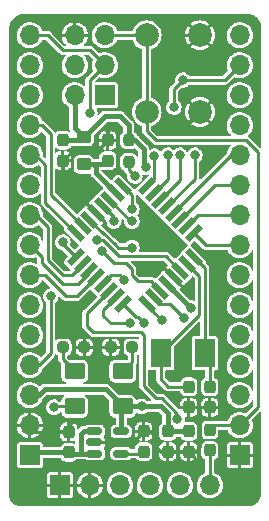
<source format=gbr>
%TF.GenerationSoftware,KiCad,Pcbnew,(6.0.7)*%
%TF.CreationDate,2023-06-10T06:11:36-04:00*%
%TF.ProjectId,atmega328pb_breakout,61746d65-6761-4333-9238-70625f627265,rev?*%
%TF.SameCoordinates,Original*%
%TF.FileFunction,Copper,L1,Top*%
%TF.FilePolarity,Positive*%
%FSLAX46Y46*%
G04 Gerber Fmt 4.6, Leading zero omitted, Abs format (unit mm)*
G04 Created by KiCad (PCBNEW (6.0.7)) date 2023-06-10 06:11:36*
%MOMM*%
%LPD*%
G01*
G04 APERTURE LIST*
G04 Aperture macros list*
%AMRoundRect*
0 Rectangle with rounded corners*
0 $1 Rounding radius*
0 $2 $3 $4 $5 $6 $7 $8 $9 X,Y pos of 4 corners*
0 Add a 4 corners polygon primitive as box body*
4,1,4,$2,$3,$4,$5,$6,$7,$8,$9,$2,$3,0*
0 Add four circle primitives for the rounded corners*
1,1,$1+$1,$2,$3*
1,1,$1+$1,$4,$5*
1,1,$1+$1,$6,$7*
1,1,$1+$1,$8,$9*
0 Add four rect primitives between the rounded corners*
20,1,$1+$1,$2,$3,$4,$5,0*
20,1,$1+$1,$4,$5,$6,$7,0*
20,1,$1+$1,$6,$7,$8,$9,0*
20,1,$1+$1,$8,$9,$2,$3,0*%
%AMRotRect*
0 Rectangle, with rotation*
0 The origin of the aperture is its center*
0 $1 length*
0 $2 width*
0 $3 Rotation angle, in degrees counterclockwise*
0 Add horizontal line*
21,1,$1,$2,0,0,$3*%
G04 Aperture macros list end*
%TA.AperFunction,SMDPad,CuDef*%
%ADD10RotRect,1.600000X0.550000X135.000000*%
%TD*%
%TA.AperFunction,SMDPad,CuDef*%
%ADD11RotRect,1.600000X0.550000X225.000000*%
%TD*%
%TA.AperFunction,SMDPad,CuDef*%
%ADD12R,1.700000X2.400000*%
%TD*%
%TA.AperFunction,SMDPad,CuDef*%
%ADD13RoundRect,0.150000X-0.512500X-0.150000X0.512500X-0.150000X0.512500X0.150000X-0.512500X0.150000X0*%
%TD*%
%TA.AperFunction,ComponentPad*%
%ADD14C,2.000000*%
%TD*%
%TA.AperFunction,SMDPad,CuDef*%
%ADD15RoundRect,0.237500X-0.250000X-0.237500X0.250000X-0.237500X0.250000X0.237500X-0.250000X0.237500X0*%
%TD*%
%TA.AperFunction,SMDPad,CuDef*%
%ADD16RoundRect,0.237500X0.250000X0.237500X-0.250000X0.237500X-0.250000X-0.237500X0.250000X-0.237500X0*%
%TD*%
%TA.AperFunction,SMDPad,CuDef*%
%ADD17RoundRect,0.237500X-0.237500X0.250000X-0.237500X-0.250000X0.237500X-0.250000X0.237500X0.250000X0*%
%TD*%
%TA.AperFunction,SMDPad,CuDef*%
%ADD18RoundRect,0.250000X-0.350000X0.275000X-0.350000X-0.275000X0.350000X-0.275000X0.350000X0.275000X0*%
%TD*%
%TA.AperFunction,ComponentPad*%
%ADD19R,1.700000X1.700000*%
%TD*%
%TA.AperFunction,ComponentPad*%
%ADD20O,1.700000X1.700000*%
%TD*%
%TA.AperFunction,SMDPad,CuDef*%
%ADD21RoundRect,0.250001X-0.624999X0.462499X-0.624999X-0.462499X0.624999X-0.462499X0.624999X0.462499X0*%
%TD*%
%TA.AperFunction,SMDPad,CuDef*%
%ADD22RoundRect,0.237500X0.237500X-0.300000X0.237500X0.300000X-0.237500X0.300000X-0.237500X-0.300000X0*%
%TD*%
%TA.AperFunction,SMDPad,CuDef*%
%ADD23RoundRect,0.237500X-0.237500X0.300000X-0.237500X-0.300000X0.237500X-0.300000X0.237500X0.300000X0*%
%TD*%
%TA.AperFunction,ViaPad*%
%ADD24C,0.800000*%
%TD*%
%TA.AperFunction,Conductor*%
%ADD25C,0.250000*%
%TD*%
%TA.AperFunction,Conductor*%
%ADD26C,0.400000*%
%TD*%
G04 APERTURE END LIST*
D10*
%TO.P,U1,1,PD3*%
%TO.N,D03*%
X111515305Y-68485103D03*
%TO.P,U1,2,PD4*%
%TO.N,D04*%
X112080990Y-67919417D03*
%TO.P,U1,3,PE0*%
%TO.N,SDA1*%
X112646676Y-67353732D03*
%TO.P,U1,4,VCC*%
%TO.N,VDD*%
X113212361Y-66788047D03*
%TO.P,U1,5,GND*%
%TO.N,GND*%
X113778047Y-66222361D03*
%TO.P,U1,6,PE1*%
%TO.N,SCL1*%
X114343732Y-65656676D03*
%TO.P,U1,7,XTAL1/PB6*%
%TO.N,Net-(C3-Pad2)*%
X114909417Y-65090990D03*
%TO.P,U1,8,XTAL2/PB7*%
%TO.N,Net-(C2-Pad2)*%
X115475103Y-64525305D03*
D11*
%TO.P,U1,9,PD5*%
%TO.N,D05*%
X115475103Y-62474695D03*
%TO.P,U1,10,PD6*%
%TO.N,D06*%
X114909417Y-61909010D03*
%TO.P,U1,11,PD7*%
%TO.N,D07*%
X114343732Y-61343324D03*
%TO.P,U1,12,PB0*%
%TO.N,D08*%
X113778047Y-60777639D03*
%TO.P,U1,13,PB1*%
%TO.N,D09*%
X113212361Y-60211953D03*
%TO.P,U1,14,PB2*%
%TO.N,D10*%
X112646676Y-59646268D03*
%TO.P,U1,15,PB3*%
%TO.N,D11*%
X112080990Y-59080583D03*
%TO.P,U1,16,PB4*%
%TO.N,D12*%
X111515305Y-58514897D03*
D10*
%TO.P,U1,17,PB5*%
%TO.N,D13*%
X109464695Y-58514897D03*
%TO.P,U1,18,AVCC*%
%TO.N,VDDA*%
X108899010Y-59080583D03*
%TO.P,U1,19,PE2*%
%TO.N,A06*%
X108333324Y-59646268D03*
%TO.P,U1,20,AREF*%
%TO.N,AREF*%
X107767639Y-60211953D03*
%TO.P,U1,21,GND*%
%TO.N,GND*%
X107201953Y-60777639D03*
%TO.P,U1,22,PE3*%
%TO.N,A07*%
X106636268Y-61343324D03*
%TO.P,U1,23,PC0*%
%TO.N,A00*%
X106070583Y-61909010D03*
%TO.P,U1,24,PC1*%
%TO.N,A01*%
X105504897Y-62474695D03*
D11*
%TO.P,U1,25,PC2*%
%TO.N,A02*%
X105504897Y-64525305D03*
%TO.P,U1,26,PC3*%
%TO.N,A03*%
X106070583Y-65090990D03*
%TO.P,U1,27,PC4*%
%TO.N,A04*%
X106636268Y-65656676D03*
%TO.P,U1,28,PC5*%
%TO.N,A05*%
X107201953Y-66222361D03*
%TO.P,U1,29,~{RESET}/PC6*%
%TO.N,~{RST}*%
X107767639Y-66788047D03*
%TO.P,U1,30,PD0*%
%TO.N,D00*%
X108333324Y-67353732D03*
%TO.P,U1,31,PD1*%
%TO.N,D01*%
X108899010Y-67919417D03*
%TO.P,U1,32,PD2*%
%TO.N,D02*%
X109464695Y-68485103D03*
%TD*%
D12*
%TO.P,Y1,1,1*%
%TO.N,Net-(C3-Pad2)*%
X112704000Y-72644000D03*
%TO.P,Y1,2,2*%
%TO.N,Net-(C2-Pad2)*%
X116404000Y-72644000D03*
%TD*%
D13*
%TO.P,U2,1,VIN*%
%TO.N,VCC*%
X107066500Y-79248000D03*
%TO.P,U2,2,GND*%
%TO.N,GND*%
X107066500Y-80198000D03*
%TO.P,U2,3,ON/~{OFF}*%
%TO.N,VCC*%
X107066500Y-81148000D03*
%TO.P,U2,4,BP*%
%TO.N,Net-(C6-Pad2)*%
X109341500Y-81148000D03*
%TO.P,U2,5,VOUT*%
%TO.N,VDD*%
X109341500Y-79248000D03*
%TD*%
D14*
%TO.P,SW1,1,1*%
%TO.N,~{RST}*%
X111506000Y-45720000D03*
X111506000Y-52220000D03*
%TO.P,SW1,2,2*%
%TO.N,GND*%
X116006000Y-45720000D03*
X116006000Y-52220000D03*
%TD*%
D15*
%TO.P,R3,1*%
%TO.N,Net-(D2-Pad1)*%
X104394000Y-72136000D03*
%TO.P,R3,2*%
%TO.N,GND*%
X106219000Y-72136000D03*
%TD*%
D16*
%TO.P,R2,1*%
%TO.N,Net-(D1-Pad1)*%
X110283000Y-72136000D03*
%TO.P,R2,2*%
%TO.N,GND*%
X108458000Y-72136000D03*
%TD*%
D17*
%TO.P,R1,1*%
%TO.N,VDD*%
X109982000Y-54610000D03*
%TO.P,R1,2*%
%TO.N,~{RST}*%
X109982000Y-56435000D03*
%TD*%
D18*
%TO.P,L1,1*%
%TO.N,VDD*%
X106172000Y-54356000D03*
%TO.P,L1,2*%
%TO.N,VDDA*%
X106172000Y-56656000D03*
%TD*%
D19*
%TO.P,J4,1,Pin_1*%
%TO.N,GND*%
X104140000Y-83820000D03*
D20*
%TO.P,J4,2,Pin_2*%
X106680000Y-83820000D03*
%TO.P,J4,3,Pin_3*%
%TO.N,VDD*%
X109220000Y-83820000D03*
%TO.P,J4,4,Pin_4*%
%TO.N,D00*%
X111760000Y-83820000D03*
%TO.P,J4,5,Pin_5*%
%TO.N,D01*%
X114300000Y-83820000D03*
%TO.P,J4,6,Pin_6*%
%TO.N,D{slash}R*%
X116840000Y-83820000D03*
%TD*%
D19*
%TO.P,J3,1,Pin_1*%
%TO.N,GND*%
X119380000Y-81280000D03*
D20*
%TO.P,J3,2,Pin_2*%
%TO.N,~{RST}*%
X119380000Y-78740000D03*
%TO.P,J3,3,Pin_3*%
%TO.N,D00*%
X119380000Y-76200000D03*
%TO.P,J3,4,Pin_4*%
%TO.N,D01*%
X119380000Y-73660000D03*
%TO.P,J3,5,Pin_5*%
%TO.N,D02*%
X119380000Y-71120000D03*
%TO.P,J3,6,Pin_6*%
%TO.N,D03*%
X119380000Y-68580000D03*
%TO.P,J3,7,Pin_7*%
%TO.N,D04*%
X119380000Y-66040000D03*
%TO.P,J3,8,Pin_8*%
%TO.N,D05*%
X119380000Y-63500000D03*
%TO.P,J3,9,Pin_9*%
%TO.N,D06*%
X119380000Y-60960000D03*
%TO.P,J3,10,Pin_10*%
%TO.N,D07*%
X119380000Y-58420000D03*
%TO.P,J3,11,Pin_11*%
%TO.N,D08*%
X119380000Y-55880000D03*
%TO.P,J3,12,Pin_12*%
%TO.N,D09*%
X119380000Y-53340000D03*
%TO.P,J3,13,Pin_13*%
%TO.N,D10*%
X119380000Y-50800000D03*
%TO.P,J3,14,Pin_14*%
%TO.N,D11*%
X119380000Y-48260000D03*
%TO.P,J3,15,Pin_15*%
%TO.N,D12*%
X119380000Y-45720000D03*
%TD*%
%TO.P,J2,15,Pin_15*%
%TO.N,D13*%
X101600000Y-45720000D03*
%TO.P,J2,14,Pin_14*%
%TO.N,SDA1*%
X101600000Y-48260000D03*
%TO.P,J2,13,Pin_13*%
%TO.N,SCL1*%
X101600000Y-50800000D03*
%TO.P,J2,12,Pin_12*%
%TO.N,A00*%
X101600000Y-53340000D03*
%TO.P,J2,11,Pin_11*%
%TO.N,A01*%
X101600000Y-55880000D03*
%TO.P,J2,10,Pin_10*%
%TO.N,A02*%
X101600000Y-58420000D03*
%TO.P,J2,9,Pin_9*%
%TO.N,A03*%
X101600000Y-60960000D03*
%TO.P,J2,8,Pin_8*%
%TO.N,A04*%
X101600000Y-63500000D03*
%TO.P,J2,7,Pin_7*%
%TO.N,A05*%
X101600000Y-66040000D03*
%TO.P,J2,6,Pin_6*%
%TO.N,A06*%
X101600000Y-68580000D03*
%TO.P,J2,5,Pin_5*%
%TO.N,A07*%
X101600000Y-71120000D03*
%TO.P,J2,4,Pin_4*%
%TO.N,AREF*%
X101600000Y-73660000D03*
%TO.P,J2,3,Pin_3*%
%TO.N,VDD*%
X101600000Y-76200000D03*
%TO.P,J2,2,Pin_2*%
%TO.N,GND*%
X101600000Y-78740000D03*
D19*
%TO.P,J2,1,Pin_1*%
%TO.N,VCC*%
X101600000Y-81280000D03*
%TD*%
%TO.P,ISP,1,MISO*%
%TO.N,D12*%
X107950000Y-50800000D03*
D20*
%TO.P,ISP,2,VCC*%
%TO.N,VDD*%
X105410000Y-50800000D03*
%TO.P,ISP,3,SCK*%
%TO.N,D13*%
X107950000Y-48260000D03*
%TO.P,ISP,4,MOSI*%
%TO.N,D11*%
X105410000Y-48260000D03*
%TO.P,ISP,5,~{RST}*%
%TO.N,~{RST}*%
X107950000Y-45720000D03*
%TO.P,ISP,6,GND*%
%TO.N,GND*%
X105410000Y-45720000D03*
%TD*%
D21*
%TO.P,D13,1,K*%
%TO.N,Net-(D2-Pad1)*%
X105410000Y-74168000D03*
%TO.P,D13,2,A*%
%TO.N,D13*%
X105410000Y-77143000D03*
%TD*%
%TO.P,POWER,1,K*%
%TO.N,Net-(D1-Pad1)*%
X109474000Y-74168000D03*
%TO.P,POWER,2,A*%
%TO.N,VDD*%
X109474000Y-77143000D03*
%TD*%
D22*
%TO.P,C9,1*%
%TO.N,GND*%
X104394000Y-56335000D03*
%TO.P,C9,2*%
%TO.N,VDD*%
X104394000Y-54610000D03*
%TD*%
%TO.P,C8,1*%
%TO.N,GND*%
X113284000Y-80973000D03*
%TO.P,C8,2*%
%TO.N,VDD*%
X113284000Y-79248000D03*
%TD*%
%TO.P,C7,1*%
%TO.N,GND*%
X115062000Y-80973000D03*
%TO.P,C7,2*%
%TO.N,VDD*%
X115062000Y-79248000D03*
%TD*%
D23*
%TO.P,C6,1*%
%TO.N,GND*%
X111252000Y-79248000D03*
%TO.P,C6,2*%
%TO.N,Net-(C6-Pad2)*%
X111252000Y-80973000D03*
%TD*%
%TO.P,C5,1*%
%TO.N,GND*%
X104902000Y-79301000D03*
%TO.P,C5,2*%
%TO.N,VCC*%
X104902000Y-81026000D03*
%TD*%
D22*
%TO.P,C4,1*%
%TO.N,D{slash}R*%
X116840000Y-80872500D03*
%TO.P,C4,2*%
%TO.N,~{RST}*%
X116840000Y-79147500D03*
%TD*%
%TO.P,C3,1*%
%TO.N,GND*%
X115062000Y-77216000D03*
%TO.P,C3,2*%
%TO.N,Net-(C3-Pad2)*%
X115062000Y-75491000D03*
%TD*%
%TO.P,C2,1*%
%TO.N,GND*%
X116840000Y-77216000D03*
%TO.P,C2,2*%
%TO.N,Net-(C2-Pad2)*%
X116840000Y-75491000D03*
%TD*%
D23*
%TO.P,C1,1*%
%TO.N,GND*%
X108204000Y-54610000D03*
%TO.P,C1,2*%
%TO.N,VDDA*%
X108204000Y-56335000D03*
%TD*%
D24*
%TO.N,~{RST}*%
X109605299Y-66425299D03*
%TO.N,GND*%
X111267853Y-65787343D03*
X107442000Y-73152000D03*
%TO.N,A07*%
X110236000Y-63704972D03*
%TO.N,GND*%
X113030000Y-62738000D03*
X112833332Y-65220668D03*
X109728000Y-51816000D03*
X110490000Y-47498000D03*
X108204000Y-53594000D03*
%TO.N,D03*%
X112776000Y-69850000D03*
%TO.N,D02*%
X111252000Y-70104000D03*
%TO.N,D01*%
X110077829Y-70122835D03*
%TO.N,D04*%
X114658723Y-69664679D03*
%TO.N,D00*%
X114083500Y-78232000D03*
%TO.N,D13*%
X106680000Y-52324000D03*
%TO.N,D09*%
X115570000Y-55880000D03*
%TO.N,D11*%
X113792000Y-51816000D03*
X113284000Y-55880000D03*
%TO.N,~{RST}*%
X110490000Y-57658000D03*
%TO.N,VDD*%
X111429513Y-56896000D03*
%TO.N,A02*%
X104394000Y-63246000D03*
%TO.N,SDA1*%
X107696000Y-64008000D03*
%TO.N,SCL1*%
X107258701Y-63088859D03*
%TO.N,D10*%
X114300000Y-55880000D03*
%TO.N,D11*%
X114549701Y-49525701D03*
%TO.N,D12*%
X112154013Y-55950006D03*
%TO.N,AREF*%
X108707701Y-61463701D03*
X103378000Y-67818000D03*
%TO.N,A06*%
X110236000Y-61468000D03*
%TO.N,VDD*%
X115229500Y-68834000D03*
%TO.N,GND*%
X107442000Y-77978000D03*
%TO.N,VDD*%
X111071000Y-77143000D03*
%TO.N,GND*%
X115570000Y-82042000D03*
%TO.N,D13*%
X110236000Y-60452000D03*
X103632000Y-77216000D03*
%TD*%
D25*
%TO.N,GND*%
X107950000Y-61525686D02*
X107201953Y-60777639D01*
X107950000Y-61963903D02*
X107950000Y-61525686D01*
X108724097Y-62738000D02*
X107950000Y-61963903D01*
X112268000Y-61976000D02*
X110998000Y-61976000D01*
X113030000Y-62738000D02*
X112268000Y-61976000D01*
X110998000Y-61976000D02*
X110236000Y-62738000D01*
X110236000Y-62738000D02*
X108724097Y-62738000D01*
X112723000Y-80973000D02*
X113284000Y-80973000D01*
X112268000Y-79756000D02*
X112268000Y-80518000D01*
X111760000Y-79248000D02*
X112268000Y-79756000D01*
X111252000Y-79248000D02*
X111760000Y-79248000D01*
X112268000Y-80518000D02*
X112723000Y-80973000D01*
%TO.N,SDA1*%
X109728000Y-65024000D02*
X109474000Y-65024000D01*
X110236000Y-65532000D02*
X109728000Y-65024000D01*
X110236000Y-66040000D02*
X110236000Y-65532000D01*
X110744000Y-66548000D02*
X110236000Y-66040000D01*
X111840944Y-66548000D02*
X110744000Y-66548000D01*
X112646676Y-67353732D02*
X111840944Y-66548000D01*
X108712000Y-65024000D02*
X109474000Y-65024000D01*
%TO.N,~{RST}*%
X109220000Y-66040000D02*
X108458000Y-66040000D01*
X109605299Y-66425299D02*
X109220000Y-66040000D01*
%TO.N,GND*%
X111834528Y-65220668D02*
X111267853Y-65787343D01*
X112833332Y-65220668D02*
X111834528Y-65220668D01*
X107442000Y-72136000D02*
X108458000Y-72136000D01*
X107442000Y-72136000D02*
X107442000Y-73152000D01*
X106219000Y-72136000D02*
X107442000Y-72136000D01*
%TO.N,A07*%
X109054673Y-63704972D02*
X110236000Y-63704972D01*
X108780851Y-63431150D02*
X109054673Y-63704972D01*
X107833701Y-62484000D02*
X108780851Y-63431150D01*
X107776944Y-62484000D02*
X107833701Y-62484000D01*
%TO.N,SCL1*%
X107802164Y-63088859D02*
X107258701Y-63088859D01*
X113116528Y-64429472D02*
X109142777Y-64429472D01*
X109142777Y-64429472D02*
X107802164Y-63088859D01*
X113116528Y-64429472D02*
X114343732Y-65656676D01*
%TO.N,SDA1*%
X107696000Y-64008000D02*
X108712000Y-65024000D01*
%TO.N,GND*%
X113778047Y-66165383D02*
X112833332Y-65220668D01*
X113778047Y-66222361D02*
X113778047Y-66165383D01*
D26*
%TO.N,VDD*%
X107950000Y-52578000D02*
X106172000Y-54356000D01*
X109220000Y-52578000D02*
X107950000Y-52578000D01*
X109982000Y-53340000D02*
X109220000Y-52578000D01*
X109982000Y-54610000D02*
X109982000Y-53340000D01*
D25*
%TO.N,GND*%
X110490000Y-50292000D02*
X110490000Y-47498000D01*
X109728000Y-51054000D02*
X110490000Y-50292000D01*
X109728000Y-51816000D02*
X109728000Y-51054000D01*
X108204000Y-54610000D02*
X108204000Y-53594000D01*
%TO.N,D03*%
X112066101Y-69140101D02*
X112066101Y-69035899D01*
X112776000Y-69850000D02*
X112066101Y-69140101D01*
X111515305Y-68485103D02*
X112066101Y-69035899D01*
%TO.N,D02*%
X110744000Y-69596000D02*
X111252000Y-70104000D01*
X110575592Y-69596000D02*
X110744000Y-69596000D01*
%TO.N,D01*%
X107840213Y-69486213D02*
X107840213Y-68978213D01*
X108476835Y-70122835D02*
X107840213Y-69486213D01*
X107840213Y-68978213D02*
X108899010Y-67919417D01*
X110077829Y-70122835D02*
X108476835Y-70122835D01*
%TO.N,D04*%
X113432916Y-68438872D02*
X114658723Y-69664679D01*
X112600445Y-68438872D02*
X113432916Y-68438872D01*
X112080990Y-67919417D02*
X112600445Y-68438872D01*
%TO.N,D02*%
X109464695Y-68485103D02*
X110575592Y-69596000D01*
%TO.N,D00*%
X106426000Y-69261056D02*
X108333324Y-67353732D01*
X106426000Y-70358000D02*
X106426000Y-69261056D01*
X106934000Y-70866000D02*
X106426000Y-70358000D01*
X110998000Y-70866000D02*
X106934000Y-70866000D01*
X111252000Y-71120000D02*
X110998000Y-70866000D01*
X112268000Y-76454000D02*
X111252000Y-75438000D01*
X112776000Y-76454000D02*
X112268000Y-76454000D01*
X114083500Y-77761500D02*
X112776000Y-76454000D01*
X111252000Y-75438000D02*
X111252000Y-71120000D01*
X114083500Y-78232000D02*
X114083500Y-77761500D01*
%TO.N,GND*%
X105357000Y-55372000D02*
X104394000Y-56335000D01*
X107442000Y-55372000D02*
X105357000Y-55372000D01*
X108204000Y-54610000D02*
X107442000Y-55372000D01*
%TO.N,D13*%
X106680000Y-52324000D02*
X106680000Y-49530000D01*
X106680000Y-49530000D02*
X107950000Y-48260000D01*
%TO.N,D09*%
X115570000Y-57854314D02*
X113212361Y-60211953D01*
X115570000Y-55880000D02*
X115570000Y-57854314D01*
%TO.N,GND*%
X112831000Y-47443000D02*
X114554000Y-45720000D01*
X113792000Y-53086000D02*
X112831000Y-52125000D01*
X112831000Y-52125000D02*
X112831000Y-47443000D01*
X115140000Y-53086000D02*
X113792000Y-53086000D01*
X116006000Y-52220000D02*
X115140000Y-53086000D01*
X114554000Y-45720000D02*
X116006000Y-45720000D01*
%TO.N,D11*%
X113792000Y-50283402D02*
X114549701Y-49525701D01*
X113792000Y-51816000D02*
X113792000Y-50283402D01*
%TO.N,~{RST}*%
X110490000Y-57658000D02*
X109982000Y-57150000D01*
X109982000Y-57150000D02*
X109982000Y-56435000D01*
D26*
%TO.N,VDD*%
X111252000Y-55880000D02*
X111252000Y-56718487D01*
X111252000Y-56718487D02*
X111429513Y-56896000D01*
X111252000Y-55372000D02*
X111252000Y-55880000D01*
X110490000Y-54610000D02*
X111252000Y-55372000D01*
X110236000Y-54610000D02*
X110490000Y-54610000D01*
X109982000Y-54610000D02*
X110236000Y-54610000D01*
D25*
%TO.N,A02*%
X104394000Y-63246000D02*
X104394000Y-63414408D01*
X104394000Y-63414408D02*
X105504897Y-64525305D01*
%TO.N,A03*%
X106070583Y-65125417D02*
X106070583Y-65090990D01*
X105156000Y-66040000D02*
X106070583Y-65125417D01*
X103124000Y-61976000D02*
X103124000Y-64770000D01*
X103124000Y-64770000D02*
X104394000Y-66040000D01*
X104394000Y-66040000D02*
X105156000Y-66040000D01*
X102108000Y-60960000D02*
X103124000Y-61976000D01*
X101600000Y-60960000D02*
X102108000Y-60960000D01*
%TO.N,A04*%
X104394000Y-66802000D02*
X102616000Y-65024000D01*
X102616000Y-65024000D02*
X102616000Y-64516000D01*
X102616000Y-64516000D02*
X101600000Y-63500000D01*
X105664000Y-66802000D02*
X104394000Y-66802000D01*
X106636268Y-65829732D02*
X105664000Y-66802000D01*
X106636268Y-65656676D02*
X106636268Y-65829732D01*
%TO.N,A05*%
X105606314Y-67818000D02*
X107201953Y-66222361D01*
X102870000Y-66040000D02*
X104648000Y-67818000D01*
X101600000Y-66040000D02*
X102870000Y-66040000D01*
X104648000Y-67818000D02*
X105606314Y-67818000D01*
%TO.N,A01*%
X102108000Y-55880000D02*
X102928000Y-56700000D01*
X101600000Y-55880000D02*
X102108000Y-55880000D01*
X102928000Y-56700000D02*
X102928000Y-59897798D01*
X102928000Y-59897798D02*
X105504897Y-62474695D01*
%TO.N,A00*%
X103378000Y-54102000D02*
X102616000Y-53340000D01*
X106070583Y-61909010D02*
X103378000Y-59216427D01*
X103378000Y-59216427D02*
X103378000Y-54102000D01*
X102616000Y-53340000D02*
X101600000Y-53340000D01*
%TO.N,GND*%
X106172000Y-57912000D02*
X106426000Y-58166000D01*
X106426000Y-58166000D02*
X106426000Y-60001686D01*
X106426000Y-60001686D02*
X107201953Y-60777639D01*
X105156000Y-57912000D02*
X106172000Y-57912000D01*
X104394000Y-57150000D02*
X105156000Y-57912000D01*
X104394000Y-56335000D02*
X104394000Y-57150000D01*
%TO.N,~{RST}*%
X107767639Y-66730361D02*
X108458000Y-66040000D01*
X107767639Y-66788047D02*
X107767639Y-66730361D01*
%TO.N,D05*%
X116500408Y-63500000D02*
X115475103Y-62474695D01*
X119380000Y-63500000D02*
X116500408Y-63500000D01*
%TO.N,D06*%
X115858427Y-60960000D02*
X114909417Y-61909010D01*
X119380000Y-60960000D02*
X115858427Y-60960000D01*
%TO.N,D07*%
X117267056Y-58420000D02*
X114343732Y-61343324D01*
X119380000Y-58420000D02*
X117267056Y-58420000D01*
%TO.N,D08*%
X113778047Y-60719953D02*
X113778047Y-60777639D01*
X119380000Y-55880000D02*
X118618000Y-55880000D01*
X118618000Y-55880000D02*
X113778047Y-60719953D01*
%TO.N,D10*%
X114300000Y-57992944D02*
X114300000Y-55880000D01*
X112646676Y-59646268D02*
X114300000Y-57992944D01*
%TO.N,D11*%
X113284000Y-57877573D02*
X113284000Y-55880000D01*
X112604013Y-58557560D02*
X113284000Y-57877573D01*
X112080990Y-59080583D02*
X112604013Y-58557560D01*
X118114299Y-49525701D02*
X119380000Y-48260000D01*
X114549701Y-49525701D02*
X118114299Y-49525701D01*
%TO.N,D12*%
X112154013Y-55950006D02*
X112154013Y-57876189D01*
X112154013Y-57876189D02*
X111515305Y-58514897D01*
%TO.N,~{RST}*%
X120904000Y-77216000D02*
X119380000Y-78740000D01*
X119888000Y-54610000D02*
X120904000Y-55626000D01*
X111506000Y-53848000D02*
X112268000Y-54610000D01*
X111506000Y-53848000D02*
X111506000Y-52220000D01*
X120904000Y-55626000D02*
X120904000Y-77216000D01*
X112268000Y-54610000D02*
X119888000Y-54610000D01*
%TO.N,AREF*%
X108707701Y-61152015D02*
X107767639Y-60211953D01*
X108707701Y-61463701D02*
X108707701Y-61152015D01*
X103124000Y-72898000D02*
X103378000Y-72644000D01*
X102362000Y-73660000D02*
X103124000Y-72898000D01*
X103378000Y-72644000D02*
X103378000Y-67818000D01*
X101600000Y-73660000D02*
X102362000Y-73660000D01*
%TO.N,A07*%
X107776944Y-62484000D02*
X106636268Y-61343324D01*
%TO.N,A06*%
X110155056Y-61468000D02*
X110236000Y-61468000D01*
X108333324Y-59646268D02*
X110155056Y-61468000D01*
%TO.N,D13*%
X106680000Y-46990000D02*
X107950000Y-48260000D01*
X103124000Y-45720000D02*
X104394000Y-46990000D01*
X104394000Y-46990000D02*
X106680000Y-46990000D01*
X101600000Y-45720000D02*
X103124000Y-45720000D01*
D26*
%TO.N,VDDA*%
X107883000Y-56656000D02*
X108204000Y-56335000D01*
X106948000Y-56656000D02*
X107883000Y-56656000D01*
X106948000Y-56656000D02*
X106172000Y-56656000D01*
X107188000Y-56896000D02*
X106948000Y-56656000D01*
X107188000Y-57369573D02*
X107188000Y-56896000D01*
X108899010Y-59080583D02*
X107188000Y-57369573D01*
%TO.N,VDD*%
X105410000Y-52832000D02*
X105410000Y-53594000D01*
X105410000Y-50800000D02*
X105410000Y-52832000D01*
D25*
%TO.N,~{RST}*%
X111506000Y-52220000D02*
X111506000Y-45720000D01*
X107950000Y-45720000D02*
X111506000Y-45720000D01*
D26*
%TO.N,VDD*%
X105410000Y-53594000D02*
X106172000Y-54356000D01*
X105918000Y-54610000D02*
X106172000Y-54356000D01*
X104394000Y-54610000D02*
X105918000Y-54610000D01*
X113212361Y-66816861D02*
X115229500Y-68834000D01*
X113212361Y-66788047D02*
X113212361Y-66816861D01*
D25*
%TO.N,GND*%
X107696000Y-77978000D02*
X108270000Y-78552000D01*
X108270000Y-78552000D02*
X108270000Y-80198000D01*
X108270000Y-80198000D02*
X110302000Y-80198000D01*
X107066500Y-80198000D02*
X108270000Y-80198000D01*
X107442000Y-77978000D02*
X107696000Y-77978000D01*
X105156000Y-78486000D02*
X104902000Y-78740000D01*
X106191538Y-78486000D02*
X105156000Y-78486000D01*
X104902000Y-78740000D02*
X104902000Y-79301000D01*
X106699538Y-77978000D02*
X106191538Y-78486000D01*
X107442000Y-77978000D02*
X106699538Y-77978000D01*
D26*
%TO.N,VDD*%
X111071000Y-77143000D02*
X109474000Y-77143000D01*
X112703000Y-77143000D02*
X111071000Y-77143000D01*
D25*
%TO.N,GND*%
X115570000Y-81481000D02*
X115062000Y-80973000D01*
X115570000Y-82042000D02*
X115570000Y-81481000D01*
X116040000Y-80556000D02*
X116040000Y-77254000D01*
X115623000Y-80973000D02*
X116040000Y-80556000D01*
X116078000Y-77216000D02*
X116840000Y-77216000D01*
X116040000Y-77254000D02*
X116078000Y-77216000D01*
X115062000Y-77216000D02*
X116078000Y-77216000D01*
X115062000Y-80973000D02*
X115623000Y-80973000D01*
X113284000Y-80973000D02*
X115062000Y-80973000D01*
%TO.N,Net-(C3-Pad2)*%
X112704000Y-74858000D02*
X112704000Y-72644000D01*
X113337000Y-75491000D02*
X112704000Y-74858000D01*
X115062000Y-75491000D02*
X113337000Y-75491000D01*
%TO.N,~{RST}*%
X117247500Y-78740000D02*
X119380000Y-78740000D01*
X116840000Y-79147500D02*
X117247500Y-78740000D01*
%TO.N,D{slash}R*%
X116840000Y-83820000D02*
X116840000Y-80872500D01*
%TO.N,Net-(C2-Pad2)*%
X116840000Y-73080000D02*
X116404000Y-72644000D01*
X116840000Y-75745000D02*
X116840000Y-73080000D01*
%TO.N,Net-(C3-Pad2)*%
X115954000Y-69394000D02*
X112704000Y-72644000D01*
X115954000Y-66135573D02*
X115954000Y-69394000D01*
X114909417Y-65090990D02*
X115954000Y-66135573D01*
%TO.N,Net-(C2-Pad2)*%
X116404000Y-65454202D02*
X115475103Y-64525305D01*
X116404000Y-72644000D02*
X116404000Y-65454202D01*
%TO.N,D13*%
X110236000Y-59286202D02*
X109464695Y-58514897D01*
X110236000Y-60452000D02*
X110236000Y-59286202D01*
X103705000Y-77143000D02*
X103632000Y-77216000D01*
X105410000Y-77143000D02*
X103705000Y-77143000D01*
%TO.N,Net-(D1-Pad1)*%
X110283000Y-73359000D02*
X110283000Y-72136000D01*
X109474000Y-74168000D02*
X110283000Y-73359000D01*
%TO.N,Net-(D2-Pad1)*%
X104394000Y-73152000D02*
X105410000Y-74168000D01*
X104394000Y-72136000D02*
X104394000Y-73152000D01*
%TO.N,GND*%
X110302000Y-80198000D02*
X111252000Y-79248000D01*
X102161000Y-79301000D02*
X104902000Y-79301000D01*
X101600000Y-78740000D02*
X102161000Y-79301000D01*
D26*
%TO.N,VDD*%
X108023000Y-75692000D02*
X109474000Y-77143000D01*
X102870000Y-75692000D02*
X108023000Y-75692000D01*
X102362000Y-76200000D02*
X102870000Y-75692000D01*
X101600000Y-76200000D02*
X102362000Y-76200000D01*
X113284000Y-79248000D02*
X115062000Y-79248000D01*
X113284000Y-79248000D02*
X113284000Y-77724000D01*
X113284000Y-77724000D02*
X112703000Y-77143000D01*
D25*
%TO.N,Net-(C6-Pad2)*%
X111077000Y-81148000D02*
X111252000Y-80973000D01*
X109341500Y-81148000D02*
X111077000Y-81148000D01*
D26*
%TO.N,VDD*%
X109341500Y-77275500D02*
X109474000Y-77143000D01*
X109341500Y-79248000D02*
X109341500Y-77275500D01*
%TO.N,VCC*%
X105918000Y-81026000D02*
X106040000Y-81148000D01*
X107066500Y-81148000D02*
X106040000Y-81148000D01*
X106172000Y-79248000D02*
X105918000Y-79502000D01*
X105918000Y-79502000D02*
X105918000Y-81026000D01*
X107066500Y-79248000D02*
X106172000Y-79248000D01*
X106040000Y-81148000D02*
X105024000Y-81148000D01*
X105024000Y-81148000D02*
X104902000Y-81026000D01*
X101854000Y-81026000D02*
X101600000Y-81280000D01*
X104902000Y-81026000D02*
X101854000Y-81026000D01*
%TD*%
%TA.AperFunction,Conductor*%
%TO.N,GND*%
G36*
X120122971Y-43943701D02*
G01*
X120142000Y-43947486D01*
X120148038Y-43946285D01*
X120148040Y-43946285D01*
X120150660Y-43945764D01*
X120168299Y-43944801D01*
X120312894Y-43957452D01*
X120323623Y-43959344D01*
X120439978Y-43990521D01*
X120484039Y-44002327D01*
X120494274Y-44006052D01*
X120644792Y-44076239D01*
X120654224Y-44081683D01*
X120762840Y-44157738D01*
X120790275Y-44176948D01*
X120798620Y-44183951D01*
X120916049Y-44301380D01*
X120923052Y-44309725D01*
X121018317Y-44445776D01*
X121023761Y-44455208D01*
X121093948Y-44605726D01*
X121097673Y-44615961D01*
X121102505Y-44633994D01*
X121140656Y-44776377D01*
X121142548Y-44787106D01*
X121155199Y-44931701D01*
X121154236Y-44949340D01*
X121154219Y-44949428D01*
X121152514Y-44958000D01*
X121153715Y-44964038D01*
X121156299Y-44977029D01*
X121157500Y-44989222D01*
X121157500Y-55191918D01*
X121139194Y-55236112D01*
X121095000Y-55254418D01*
X121050806Y-55236112D01*
X120189698Y-54375004D01*
X120181389Y-54364716D01*
X120172571Y-54351060D01*
X120143257Y-54327951D01*
X120137756Y-54323062D01*
X120134056Y-54319362D01*
X120131962Y-54317866D01*
X120131959Y-54317863D01*
X120117137Y-54307271D01*
X120114783Y-54305504D01*
X120089014Y-54285190D01*
X120065640Y-54243454D01*
X120078624Y-54197414D01*
X120087734Y-54188062D01*
X120164345Y-54124345D01*
X120294147Y-53968276D01*
X120393334Y-53791165D01*
X120458584Y-53598945D01*
X120483943Y-53424046D01*
X120487449Y-53399869D01*
X120487449Y-53399864D01*
X120487712Y-53398053D01*
X120489232Y-53340000D01*
X120487906Y-53325562D01*
X120476209Y-53198270D01*
X120470658Y-53137859D01*
X120469879Y-53135096D01*
X120416335Y-52945244D01*
X120416333Y-52945240D01*
X120415557Y-52942487D01*
X120325776Y-52760428D01*
X120307437Y-52735869D01*
X120206037Y-52600078D01*
X120206036Y-52600076D01*
X120204320Y-52597779D01*
X120055258Y-52459987D01*
X119883581Y-52351667D01*
X119787552Y-52313355D01*
X119697696Y-52277506D01*
X119695039Y-52276446D01*
X119692233Y-52275888D01*
X119692230Y-52275887D01*
X119498752Y-52237402D01*
X119498750Y-52237402D01*
X119495946Y-52236844D01*
X119400353Y-52235593D01*
X119295833Y-52234224D01*
X119295828Y-52234224D01*
X119292971Y-52234187D01*
X119290151Y-52234672D01*
X119290146Y-52234672D01*
X119173751Y-52254673D01*
X119092910Y-52268564D01*
X119090222Y-52269556D01*
X119090217Y-52269557D01*
X118905151Y-52337832D01*
X118905148Y-52337833D01*
X118902463Y-52338824D01*
X118728010Y-52442612D01*
X118575392Y-52576455D01*
X118573616Y-52578708D01*
X118573615Y-52578709D01*
X118515046Y-52653004D01*
X118449720Y-52735869D01*
X118355203Y-52915515D01*
X118354356Y-52918242D01*
X118354355Y-52918245D01*
X118307286Y-53069834D01*
X118295007Y-53109378D01*
X118271148Y-53310964D01*
X118284424Y-53513522D01*
X118285130Y-53516302D01*
X118300419Y-53576500D01*
X118334392Y-53710269D01*
X118419377Y-53894616D01*
X118536533Y-54060389D01*
X118538587Y-54062390D01*
X118538588Y-54062391D01*
X118542188Y-54065898D01*
X118600754Y-54122949D01*
X118601043Y-54123231D01*
X118619926Y-54167181D01*
X118602200Y-54211612D01*
X118557431Y-54230500D01*
X112451082Y-54230500D01*
X112406888Y-54212194D01*
X111903806Y-53709112D01*
X111885500Y-53664918D01*
X111885500Y-53465024D01*
X111903806Y-53420830D01*
X111931827Y-53404654D01*
X111936703Y-53403347D01*
X112135646Y-53310579D01*
X112137877Y-53309017D01*
X112137882Y-53309014D01*
X112301625Y-53194359D01*
X115216395Y-53194359D01*
X115218499Y-53199438D01*
X115374368Y-53308577D01*
X115379079Y-53311298D01*
X115572996Y-53401723D01*
X115578105Y-53403583D01*
X115784777Y-53458960D01*
X115790131Y-53459904D01*
X116003280Y-53478552D01*
X116008720Y-53478552D01*
X116221869Y-53459904D01*
X116227223Y-53458960D01*
X116433895Y-53403583D01*
X116439004Y-53401723D01*
X116632921Y-53311298D01*
X116637632Y-53308577D01*
X116790570Y-53201490D01*
X116795682Y-53193465D01*
X116794492Y-53188097D01*
X116014790Y-52408395D01*
X116006000Y-52404754D01*
X115997210Y-52408395D01*
X115220036Y-53185569D01*
X115216395Y-53194359D01*
X112301625Y-53194359D01*
X112310568Y-53188097D01*
X112315457Y-53184674D01*
X112470674Y-53029457D01*
X112511672Y-52970906D01*
X112595014Y-52851882D01*
X112595017Y-52851877D01*
X112596579Y-52849646D01*
X112689347Y-52650703D01*
X112709749Y-52574564D01*
X112745455Y-52441310D01*
X112745456Y-52441306D01*
X112746161Y-52438674D01*
X112746407Y-52435869D01*
X112765054Y-52222720D01*
X112765292Y-52220000D01*
X112757048Y-52125772D01*
X112746399Y-52004044D01*
X112746399Y-52004042D01*
X112746161Y-52001326D01*
X112737793Y-51970094D01*
X112694652Y-51809096D01*
X113132729Y-51809096D01*
X113150113Y-51966553D01*
X113204553Y-52115319D01*
X113241618Y-52170477D01*
X113286190Y-52236807D01*
X113292908Y-52246805D01*
X113410076Y-52353419D01*
X113413385Y-52355216D01*
X113413387Y-52355217D01*
X113486973Y-52395171D01*
X113549293Y-52429008D01*
X113552940Y-52429965D01*
X113552943Y-52429966D01*
X113692116Y-52466477D01*
X113702522Y-52469207D01*
X113787157Y-52470536D01*
X113857147Y-52471636D01*
X113857149Y-52471636D01*
X113860916Y-52471695D01*
X114015332Y-52436329D01*
X114018696Y-52434637D01*
X114018699Y-52434636D01*
X114097166Y-52395171D01*
X114156855Y-52365151D01*
X114159720Y-52362704D01*
X114159723Y-52362702D01*
X114247837Y-52287445D01*
X114277314Y-52262269D01*
X114279509Y-52259214D01*
X114279512Y-52259211D01*
X114305733Y-52222720D01*
X114747448Y-52222720D01*
X114766096Y-52435869D01*
X114767040Y-52441223D01*
X114822417Y-52647895D01*
X114824277Y-52653004D01*
X114914702Y-52846921D01*
X114917423Y-52851632D01*
X115024510Y-53004570D01*
X115032535Y-53009682D01*
X115037903Y-53008492D01*
X115817605Y-52228790D01*
X115821246Y-52220000D01*
X116190754Y-52220000D01*
X116194395Y-52228790D01*
X116971569Y-53005964D01*
X116980359Y-53009605D01*
X116985438Y-53007501D01*
X117094577Y-52851632D01*
X117097298Y-52846921D01*
X117187723Y-52653004D01*
X117189583Y-52647895D01*
X117244960Y-52441223D01*
X117245904Y-52435869D01*
X117264552Y-52222720D01*
X117264552Y-52217280D01*
X117245904Y-52004131D01*
X117244960Y-51998777D01*
X117189583Y-51792105D01*
X117187723Y-51786996D01*
X117097298Y-51593079D01*
X117094577Y-51588368D01*
X116987490Y-51435430D01*
X116979465Y-51430318D01*
X116974097Y-51431508D01*
X116194395Y-52211210D01*
X116190754Y-52220000D01*
X115821246Y-52220000D01*
X115817605Y-52211210D01*
X115040431Y-51434036D01*
X115031641Y-51430395D01*
X115026562Y-51432499D01*
X114917423Y-51588368D01*
X114914702Y-51593079D01*
X114824277Y-51786996D01*
X114822417Y-51792105D01*
X114767040Y-51998777D01*
X114766096Y-52004131D01*
X114747448Y-52217280D01*
X114747448Y-52222720D01*
X114305733Y-52222720D01*
X114367555Y-52136686D01*
X114367556Y-52136684D01*
X114369755Y-52133624D01*
X114428842Y-51986641D01*
X114442463Y-51890935D01*
X114450875Y-51831826D01*
X114450875Y-51831821D01*
X114451162Y-51829807D01*
X114451307Y-51816000D01*
X114432276Y-51658733D01*
X114376280Y-51510546D01*
X114286553Y-51379992D01*
X114192423Y-51296125D01*
X114171500Y-51249461D01*
X114171500Y-51246535D01*
X115216318Y-51246535D01*
X115217508Y-51251903D01*
X115997210Y-52031605D01*
X116006000Y-52035246D01*
X116014790Y-52031605D01*
X116791964Y-51254431D01*
X116795605Y-51245641D01*
X116793501Y-51240562D01*
X116637632Y-51131423D01*
X116632921Y-51128702D01*
X116439004Y-51038277D01*
X116433895Y-51036417D01*
X116227223Y-50981040D01*
X116221869Y-50980096D01*
X116008720Y-50961448D01*
X116003280Y-50961448D01*
X115790131Y-50980096D01*
X115784777Y-50981040D01*
X115578105Y-51036417D01*
X115572996Y-51038277D01*
X115379079Y-51128702D01*
X115374368Y-51131423D01*
X115221430Y-51238510D01*
X115216318Y-51246535D01*
X114171500Y-51246535D01*
X114171500Y-50770964D01*
X118271148Y-50770964D01*
X118271336Y-50773828D01*
X118283633Y-50961448D01*
X118284424Y-50973522D01*
X118334392Y-51170269D01*
X118419377Y-51354616D01*
X118536533Y-51520389D01*
X118681938Y-51662035D01*
X118850720Y-51774812D01*
X118936035Y-51811466D01*
X119034588Y-51853808D01*
X119034590Y-51853809D01*
X119037228Y-51854942D01*
X119137641Y-51877663D01*
X119232426Y-51899111D01*
X119232429Y-51899111D01*
X119235216Y-51899742D01*
X119325164Y-51903276D01*
X119435193Y-51907600D01*
X119435197Y-51907600D01*
X119438053Y-51907712D01*
X119638945Y-51878584D01*
X119831165Y-51813334D01*
X120008276Y-51714147D01*
X120164345Y-51584345D01*
X120294147Y-51428276D01*
X120393334Y-51251165D01*
X120458584Y-51058945D01*
X120487712Y-50858053D01*
X120489232Y-50800000D01*
X120486303Y-50768116D01*
X120470920Y-50600714D01*
X120470658Y-50597859D01*
X120469879Y-50595096D01*
X120416335Y-50405244D01*
X120416333Y-50405240D01*
X120415557Y-50402487D01*
X120325776Y-50220428D01*
X120307437Y-50195869D01*
X120206037Y-50060078D01*
X120206036Y-50060076D01*
X120204320Y-50057779D01*
X120055258Y-49919987D01*
X119883581Y-49811667D01*
X119695039Y-49736446D01*
X119692233Y-49735888D01*
X119692230Y-49735887D01*
X119498752Y-49697402D01*
X119498750Y-49697402D01*
X119495946Y-49696844D01*
X119400353Y-49695593D01*
X119295833Y-49694224D01*
X119295828Y-49694224D01*
X119292971Y-49694187D01*
X119290151Y-49694672D01*
X119290146Y-49694672D01*
X119199397Y-49710266D01*
X119092910Y-49728564D01*
X119090222Y-49729556D01*
X119090217Y-49729557D01*
X118905151Y-49797832D01*
X118905148Y-49797833D01*
X118902463Y-49798824D01*
X118728010Y-49902612D01*
X118702557Y-49924934D01*
X118584868Y-50028145D01*
X118575392Y-50036455D01*
X118573616Y-50038708D01*
X118573615Y-50038709D01*
X118461130Y-50181396D01*
X118449720Y-50195869D01*
X118355203Y-50375515D01*
X118295007Y-50569378D01*
X118271148Y-50770964D01*
X114171500Y-50770964D01*
X114171500Y-50466484D01*
X114189806Y-50422290D01*
X114414909Y-50197187D01*
X114459103Y-50178881D01*
X114460222Y-50178958D01*
X114460223Y-50178908D01*
X114614848Y-50181337D01*
X114614850Y-50181337D01*
X114618617Y-50181396D01*
X114773033Y-50146030D01*
X114776397Y-50144338D01*
X114776400Y-50144337D01*
X114843312Y-50110684D01*
X114914556Y-50074852D01*
X114917421Y-50072405D01*
X114917424Y-50072403D01*
X115023618Y-49981704D01*
X115035015Y-49971970D01*
X115064291Y-49931228D01*
X115104943Y-49906023D01*
X115115044Y-49905201D01*
X118067135Y-49905201D01*
X118080291Y-49906601D01*
X118096175Y-49910021D01*
X118101304Y-49909414D01*
X118101307Y-49909414D01*
X118133240Y-49905634D01*
X118140586Y-49905201D01*
X118145823Y-49905201D01*
X118148364Y-49904778D01*
X118148376Y-49904777D01*
X118166341Y-49901786D01*
X118169249Y-49901372D01*
X118221640Y-49895171D01*
X118226297Y-49892935D01*
X118230078Y-49891836D01*
X118233825Y-49890554D01*
X118238925Y-49889705D01*
X118243471Y-49887252D01*
X118243474Y-49887251D01*
X118285360Y-49864650D01*
X118287985Y-49863313D01*
X118331985Y-49842185D01*
X118331987Y-49842184D01*
X118335531Y-49840482D01*
X118338540Y-49837953D01*
X118338542Y-49837951D01*
X118338772Y-49837757D01*
X118339807Y-49836887D01*
X118340005Y-49836689D01*
X118343085Y-49834089D01*
X118345566Y-49832164D01*
X118350113Y-49829711D01*
X118387547Y-49789215D01*
X118389248Y-49787446D01*
X118884537Y-49292157D01*
X118928731Y-49273851D01*
X118953398Y-49278926D01*
X119037228Y-49314942D01*
X119137641Y-49337663D01*
X119232426Y-49359111D01*
X119232429Y-49359111D01*
X119235216Y-49359742D01*
X119325164Y-49363276D01*
X119435193Y-49367600D01*
X119435197Y-49367600D01*
X119438053Y-49367712D01*
X119452068Y-49365680D01*
X119503463Y-49358228D01*
X119638945Y-49338584D01*
X119831165Y-49273334D01*
X120008276Y-49174147D01*
X120164345Y-49044345D01*
X120294147Y-48888276D01*
X120393334Y-48711165D01*
X120458584Y-48518945D01*
X120487712Y-48318053D01*
X120489232Y-48260000D01*
X120486303Y-48228116D01*
X120470920Y-48060714D01*
X120470658Y-48057859D01*
X120469879Y-48055096D01*
X120416335Y-47865244D01*
X120416333Y-47865240D01*
X120415557Y-47862487D01*
X120325776Y-47680428D01*
X120307437Y-47655869D01*
X120206037Y-47520078D01*
X120206036Y-47520076D01*
X120204320Y-47517779D01*
X120055258Y-47379987D01*
X119883581Y-47271667D01*
X119695039Y-47196446D01*
X119692233Y-47195888D01*
X119692230Y-47195887D01*
X119498752Y-47157402D01*
X119498750Y-47157402D01*
X119495946Y-47156844D01*
X119400353Y-47155593D01*
X119295833Y-47154224D01*
X119295828Y-47154224D01*
X119292971Y-47154187D01*
X119290151Y-47154672D01*
X119290146Y-47154672D01*
X119173751Y-47174673D01*
X119092910Y-47188564D01*
X119090224Y-47189555D01*
X119090217Y-47189557D01*
X118905151Y-47257832D01*
X118905148Y-47257833D01*
X118902463Y-47258824D01*
X118728010Y-47362612D01*
X118699282Y-47387806D01*
X118596556Y-47477895D01*
X118575392Y-47496455D01*
X118449720Y-47655869D01*
X118355203Y-47835515D01*
X118295007Y-48029378D01*
X118271148Y-48230964D01*
X118284424Y-48433522D01*
X118334392Y-48630269D01*
X118335593Y-48632874D01*
X118359903Y-48685608D01*
X118361781Y-48733407D01*
X118347338Y-48755968D01*
X117975411Y-49127895D01*
X117931217Y-49146201D01*
X115115974Y-49146201D01*
X115071780Y-49127895D01*
X115064466Y-49119102D01*
X115044254Y-49089693D01*
X115007755Y-49057174D01*
X114928788Y-48986817D01*
X114928786Y-48986816D01*
X114925976Y-48984312D01*
X114785975Y-48910185D01*
X114632334Y-48871593D01*
X114628569Y-48871573D01*
X114628567Y-48871573D01*
X114549997Y-48871162D01*
X114473922Y-48870763D01*
X114470258Y-48871643D01*
X114470255Y-48871643D01*
X114411388Y-48885776D01*
X114319885Y-48907744D01*
X114316543Y-48909469D01*
X114316540Y-48909470D01*
X114249500Y-48944073D01*
X114179115Y-48980401D01*
X114059740Y-49084539D01*
X114057574Y-49087621D01*
X114057573Y-49087622D01*
X114034791Y-49120037D01*
X113968651Y-49214145D01*
X113967282Y-49217656D01*
X113967281Y-49217658D01*
X113919353Y-49340589D01*
X113911107Y-49361738D01*
X113910615Y-49365475D01*
X113890922Y-49515056D01*
X113890922Y-49515060D01*
X113890430Y-49518797D01*
X113890844Y-49522547D01*
X113890844Y-49522552D01*
X113900010Y-49605573D01*
X113886665Y-49651509D01*
X113882082Y-49656626D01*
X113557004Y-49981704D01*
X113546716Y-49990013D01*
X113533060Y-49998831D01*
X113511851Y-50025735D01*
X113509951Y-50028145D01*
X113505062Y-50033646D01*
X113501362Y-50037346D01*
X113499866Y-50039440D01*
X113499863Y-50039443D01*
X113489271Y-50054265D01*
X113487504Y-50056619D01*
X113475061Y-50072403D01*
X113454844Y-50098049D01*
X113453132Y-50102925D01*
X113451207Y-50106426D01*
X113449487Y-50109937D01*
X113446486Y-50114136D01*
X113445008Y-50119078D01*
X113445006Y-50119082D01*
X113431366Y-50164694D01*
X113430455Y-50167496D01*
X113414285Y-50213541D01*
X113414284Y-50213545D01*
X113412982Y-50217253D01*
X113412500Y-50222818D01*
X113412500Y-50223095D01*
X113412160Y-50227121D01*
X113411767Y-50230230D01*
X113410287Y-50235180D01*
X113410490Y-50240341D01*
X113412452Y-50290284D01*
X113412500Y-50292738D01*
X113412500Y-51250059D01*
X113391086Y-51297157D01*
X113302039Y-51374838D01*
X113299873Y-51377920D01*
X113299872Y-51377921D01*
X113296233Y-51383099D01*
X113210950Y-51504444D01*
X113209581Y-51507955D01*
X113209580Y-51507957D01*
X113176393Y-51593079D01*
X113153406Y-51652037D01*
X113152914Y-51655774D01*
X113133221Y-51805355D01*
X113133221Y-51805359D01*
X113132729Y-51809096D01*
X112694652Y-51809096D01*
X112690055Y-51791939D01*
X112690055Y-51791938D01*
X112689347Y-51789297D01*
X112596579Y-51590354D01*
X112595017Y-51588123D01*
X112595014Y-51588118D01*
X112472241Y-51412781D01*
X112470674Y-51410543D01*
X112315457Y-51255326D01*
X112291441Y-51238510D01*
X112137882Y-51130986D01*
X112137877Y-51130983D01*
X112135646Y-51129421D01*
X111936703Y-51036653D01*
X111931827Y-51035347D01*
X111893875Y-51006229D01*
X111885500Y-50974976D01*
X111885500Y-46965024D01*
X111903806Y-46920830D01*
X111931827Y-46904654D01*
X111936703Y-46903347D01*
X112135646Y-46810579D01*
X112137877Y-46809017D01*
X112137882Y-46809014D01*
X112301625Y-46694359D01*
X115216395Y-46694359D01*
X115218499Y-46699438D01*
X115374368Y-46808577D01*
X115379079Y-46811298D01*
X115572996Y-46901723D01*
X115578105Y-46903583D01*
X115784777Y-46958960D01*
X115790131Y-46959904D01*
X116003280Y-46978552D01*
X116008720Y-46978552D01*
X116221869Y-46959904D01*
X116227223Y-46958960D01*
X116433895Y-46903583D01*
X116439004Y-46901723D01*
X116632921Y-46811298D01*
X116637632Y-46808577D01*
X116790570Y-46701490D01*
X116795682Y-46693465D01*
X116794492Y-46688097D01*
X116014790Y-45908395D01*
X116006000Y-45904754D01*
X115997210Y-45908395D01*
X115220036Y-46685569D01*
X115216395Y-46694359D01*
X112301625Y-46694359D01*
X112313219Y-46686241D01*
X112315457Y-46684674D01*
X112470674Y-46529457D01*
X112490045Y-46501793D01*
X112595014Y-46351882D01*
X112595017Y-46351877D01*
X112596579Y-46349646D01*
X112689347Y-46150703D01*
X112706330Y-46087323D01*
X112745455Y-45941310D01*
X112745456Y-45941306D01*
X112746161Y-45938674D01*
X112746407Y-45935869D01*
X112765054Y-45722720D01*
X114747448Y-45722720D01*
X114766096Y-45935869D01*
X114767040Y-45941223D01*
X114822417Y-46147895D01*
X114824277Y-46153004D01*
X114914702Y-46346921D01*
X114917423Y-46351632D01*
X115024510Y-46504570D01*
X115032535Y-46509682D01*
X115037903Y-46508492D01*
X115817605Y-45728790D01*
X115821246Y-45720000D01*
X116190754Y-45720000D01*
X116194395Y-45728790D01*
X116971569Y-46505964D01*
X116980359Y-46509605D01*
X116985438Y-46507501D01*
X117094577Y-46351632D01*
X117097298Y-46346921D01*
X117187723Y-46153004D01*
X117189583Y-46147895D01*
X117244960Y-45941223D01*
X117245904Y-45935869D01*
X117264552Y-45722720D01*
X117264552Y-45717280D01*
X117262250Y-45690964D01*
X118271148Y-45690964D01*
X118284424Y-45893522D01*
X118334392Y-46090269D01*
X118419377Y-46274616D01*
X118536533Y-46440389D01*
X118538587Y-46442390D01*
X118538588Y-46442391D01*
X118599924Y-46502141D01*
X118681938Y-46582035D01*
X118850720Y-46694812D01*
X118935090Y-46731060D01*
X119034588Y-46773808D01*
X119034590Y-46773809D01*
X119037228Y-46774942D01*
X119137641Y-46797663D01*
X119232426Y-46819111D01*
X119232429Y-46819111D01*
X119235216Y-46819742D01*
X119325164Y-46823276D01*
X119435193Y-46827600D01*
X119435197Y-46827600D01*
X119438053Y-46827712D01*
X119638945Y-46798584D01*
X119831165Y-46733334D01*
X120008276Y-46634147D01*
X120164345Y-46504345D01*
X120294147Y-46348276D01*
X120393334Y-46171165D01*
X120458584Y-45978945D01*
X120487712Y-45778053D01*
X120489232Y-45720000D01*
X120488425Y-45711210D01*
X120477228Y-45589359D01*
X120470658Y-45517859D01*
X120469879Y-45515096D01*
X120416335Y-45325244D01*
X120416333Y-45325240D01*
X120415557Y-45322487D01*
X120352214Y-45194040D01*
X120327044Y-45142999D01*
X120327043Y-45142998D01*
X120325776Y-45140428D01*
X120324058Y-45138127D01*
X120206037Y-44980078D01*
X120206036Y-44980076D01*
X120204320Y-44977779D01*
X120055258Y-44839987D01*
X119883581Y-44731667D01*
X119695039Y-44656446D01*
X119692233Y-44655888D01*
X119692230Y-44655887D01*
X119498752Y-44617402D01*
X119498750Y-44617402D01*
X119495946Y-44616844D01*
X119400353Y-44615593D01*
X119295833Y-44614224D01*
X119295828Y-44614224D01*
X119292971Y-44614187D01*
X119290151Y-44614672D01*
X119290146Y-44614672D01*
X119195207Y-44630986D01*
X119092910Y-44648564D01*
X119090222Y-44649556D01*
X119090217Y-44649557D01*
X118905151Y-44717832D01*
X118905148Y-44717833D01*
X118902463Y-44718824D01*
X118728010Y-44822612D01*
X118636064Y-44903247D01*
X118580518Y-44951960D01*
X118575392Y-44956455D01*
X118573616Y-44958708D01*
X118573615Y-44958709D01*
X118549561Y-44989222D01*
X118449720Y-45115869D01*
X118355203Y-45295515D01*
X118354356Y-45298242D01*
X118354355Y-45298245D01*
X118311683Y-45435672D01*
X118295007Y-45489378D01*
X118271148Y-45690964D01*
X117262250Y-45690964D01*
X117245904Y-45504131D01*
X117244960Y-45498777D01*
X117189583Y-45292105D01*
X117187723Y-45286996D01*
X117097298Y-45093079D01*
X117094577Y-45088368D01*
X116987490Y-44935430D01*
X116979465Y-44930318D01*
X116974097Y-44931508D01*
X116194395Y-45711210D01*
X116190754Y-45720000D01*
X115821246Y-45720000D01*
X115817605Y-45711210D01*
X115040431Y-44934036D01*
X115031641Y-44930395D01*
X115026562Y-44932499D01*
X114917423Y-45088368D01*
X114914702Y-45093079D01*
X114824277Y-45286996D01*
X114822417Y-45292105D01*
X114767040Y-45498777D01*
X114766096Y-45504131D01*
X114747448Y-45717280D01*
X114747448Y-45722720D01*
X112765054Y-45722720D01*
X112765292Y-45720000D01*
X112747857Y-45520714D01*
X112746399Y-45504044D01*
X112746399Y-45504042D01*
X112746161Y-45501326D01*
X112743749Y-45492322D01*
X112690055Y-45291939D01*
X112690055Y-45291938D01*
X112689347Y-45289297D01*
X112596579Y-45090354D01*
X112595017Y-45088123D01*
X112595014Y-45088118D01*
X112472241Y-44912781D01*
X112470674Y-44910543D01*
X112315457Y-44755326D01*
X112302902Y-44746535D01*
X115216318Y-44746535D01*
X115217508Y-44751903D01*
X115997210Y-45531605D01*
X116006000Y-45535246D01*
X116014790Y-45531605D01*
X116791964Y-44754431D01*
X116795605Y-44745641D01*
X116793501Y-44740562D01*
X116637632Y-44631423D01*
X116632921Y-44628702D01*
X116439004Y-44538277D01*
X116433895Y-44536417D01*
X116227223Y-44481040D01*
X116221869Y-44480096D01*
X116008720Y-44461448D01*
X116003280Y-44461448D01*
X115790131Y-44480096D01*
X115784777Y-44481040D01*
X115578105Y-44536417D01*
X115572996Y-44538277D01*
X115379079Y-44628702D01*
X115374368Y-44631423D01*
X115221430Y-44738510D01*
X115216318Y-44746535D01*
X112302902Y-44746535D01*
X112283851Y-44733195D01*
X112137882Y-44630986D01*
X112137877Y-44630983D01*
X112135646Y-44629421D01*
X111936703Y-44536653D01*
X111934061Y-44535945D01*
X111727310Y-44480545D01*
X111727306Y-44480544D01*
X111724674Y-44479839D01*
X111721958Y-44479601D01*
X111721956Y-44479601D01*
X111540412Y-44463719D01*
X111506000Y-44460708D01*
X111471588Y-44463719D01*
X111290044Y-44479601D01*
X111290042Y-44479601D01*
X111287326Y-44479839D01*
X111284694Y-44480544D01*
X111284690Y-44480545D01*
X111077939Y-44535945D01*
X111075297Y-44536653D01*
X110876354Y-44629421D01*
X110874123Y-44630983D01*
X110874118Y-44630986D01*
X110728149Y-44733195D01*
X110696543Y-44755326D01*
X110541326Y-44910543D01*
X110539759Y-44912781D01*
X110416986Y-45088118D01*
X110416983Y-45088123D01*
X110415421Y-45090354D01*
X110322653Y-45289297D01*
X110321347Y-45294172D01*
X110292229Y-45332125D01*
X110260976Y-45340500D01*
X109033306Y-45340500D01*
X108989112Y-45322194D01*
X108977251Y-45305643D01*
X108897044Y-45142999D01*
X108897043Y-45142998D01*
X108895776Y-45140428D01*
X108894058Y-45138127D01*
X108776037Y-44980078D01*
X108776036Y-44980076D01*
X108774320Y-44977779D01*
X108625258Y-44839987D01*
X108453581Y-44731667D01*
X108265039Y-44656446D01*
X108262233Y-44655888D01*
X108262230Y-44655887D01*
X108068752Y-44617402D01*
X108068750Y-44617402D01*
X108065946Y-44616844D01*
X107970353Y-44615593D01*
X107865833Y-44614224D01*
X107865828Y-44614224D01*
X107862971Y-44614187D01*
X107860151Y-44614672D01*
X107860146Y-44614672D01*
X107765207Y-44630986D01*
X107662910Y-44648564D01*
X107660222Y-44649556D01*
X107660217Y-44649557D01*
X107475151Y-44717832D01*
X107475148Y-44717833D01*
X107472463Y-44718824D01*
X107298010Y-44822612D01*
X107206064Y-44903247D01*
X107150518Y-44951960D01*
X107145392Y-44956455D01*
X107143616Y-44958708D01*
X107143615Y-44958709D01*
X107119561Y-44989222D01*
X107019720Y-45115869D01*
X106925203Y-45295515D01*
X106924356Y-45298242D01*
X106924355Y-45298245D01*
X106881683Y-45435672D01*
X106865007Y-45489378D01*
X106841148Y-45690964D01*
X106854424Y-45893522D01*
X106904392Y-46090269D01*
X106989377Y-46274616D01*
X107106533Y-46440389D01*
X107108587Y-46442390D01*
X107108588Y-46442391D01*
X107169924Y-46502141D01*
X107251938Y-46582035D01*
X107420720Y-46694812D01*
X107505090Y-46731060D01*
X107604588Y-46773808D01*
X107604590Y-46773809D01*
X107607228Y-46774942D01*
X107707641Y-46797663D01*
X107802426Y-46819111D01*
X107802429Y-46819111D01*
X107805216Y-46819742D01*
X107895164Y-46823276D01*
X108005193Y-46827600D01*
X108005197Y-46827600D01*
X108008053Y-46827712D01*
X108208945Y-46798584D01*
X108401165Y-46733334D01*
X108578276Y-46634147D01*
X108734345Y-46504345D01*
X108864147Y-46348276D01*
X108963334Y-46171165D01*
X108970280Y-46150703D01*
X108973265Y-46141910D01*
X109004805Y-46105945D01*
X109032448Y-46099500D01*
X110260976Y-46099500D01*
X110305170Y-46117806D01*
X110321346Y-46145827D01*
X110322653Y-46150703D01*
X110415421Y-46349646D01*
X110416983Y-46351877D01*
X110416986Y-46351882D01*
X110521955Y-46501793D01*
X110541326Y-46529457D01*
X110696543Y-46684674D01*
X110698781Y-46686241D01*
X110874118Y-46809014D01*
X110874123Y-46809017D01*
X110876354Y-46810579D01*
X111075297Y-46903347D01*
X111080173Y-46904653D01*
X111118125Y-46933771D01*
X111126500Y-46965024D01*
X111126500Y-50974976D01*
X111108194Y-51019170D01*
X111080173Y-51035346D01*
X111075297Y-51036653D01*
X110876354Y-51129421D01*
X110874123Y-51130983D01*
X110874118Y-51130986D01*
X110720559Y-51238510D01*
X110696543Y-51255326D01*
X110541326Y-51410543D01*
X110539759Y-51412781D01*
X110416986Y-51588118D01*
X110416983Y-51588123D01*
X110415421Y-51590354D01*
X110322653Y-51789297D01*
X110321945Y-51791938D01*
X110321945Y-51791939D01*
X110274208Y-51970094D01*
X110265839Y-52001326D01*
X110265601Y-52004042D01*
X110265601Y-52004044D01*
X110254952Y-52125772D01*
X110246708Y-52220000D01*
X110246946Y-52222720D01*
X110265594Y-52435869D01*
X110265839Y-52438674D01*
X110266544Y-52441306D01*
X110266545Y-52441310D01*
X110302251Y-52574564D01*
X110322653Y-52650703D01*
X110415421Y-52849646D01*
X110416983Y-52851877D01*
X110416986Y-52851882D01*
X110500328Y-52970906D01*
X110541326Y-53029457D01*
X110696543Y-53184674D01*
X110701432Y-53188097D01*
X110874118Y-53309014D01*
X110874123Y-53309017D01*
X110876354Y-53310579D01*
X111075297Y-53403347D01*
X111080173Y-53404653D01*
X111118125Y-53433771D01*
X111126500Y-53465024D01*
X111126500Y-53800836D01*
X111125100Y-53813991D01*
X111121680Y-53829876D01*
X111122287Y-53835005D01*
X111122287Y-53835008D01*
X111126067Y-53866941D01*
X111126500Y-53874287D01*
X111126500Y-53879524D01*
X111126923Y-53882065D01*
X111126924Y-53882077D01*
X111129915Y-53900042D01*
X111130329Y-53902950D01*
X111136530Y-53955341D01*
X111138766Y-53959998D01*
X111139865Y-53963779D01*
X111141147Y-53967526D01*
X111141996Y-53972626D01*
X111144449Y-53977172D01*
X111144450Y-53977175D01*
X111167051Y-54019061D01*
X111168388Y-54021686D01*
X111186973Y-54060389D01*
X111191219Y-54069232D01*
X111194814Y-54073508D01*
X111195012Y-54073706D01*
X111197612Y-54076786D01*
X111199537Y-54079267D01*
X111201990Y-54083814D01*
X111205785Y-54087322D01*
X111242486Y-54121248D01*
X111244255Y-54122949D01*
X111966302Y-54844996D01*
X111974611Y-54855284D01*
X111983429Y-54868940D01*
X111997824Y-54880288D01*
X112012743Y-54892049D01*
X112018244Y-54896938D01*
X112021944Y-54900638D01*
X112024038Y-54902134D01*
X112024041Y-54902137D01*
X112038863Y-54912729D01*
X112041217Y-54914496D01*
X112078589Y-54943957D01*
X112082647Y-54947156D01*
X112087523Y-54948868D01*
X112091024Y-54950793D01*
X112094535Y-54952513D01*
X112098734Y-54955514D01*
X112103676Y-54956992D01*
X112103680Y-54956994D01*
X112136257Y-54966736D01*
X112149300Y-54970637D01*
X112152094Y-54971545D01*
X112198139Y-54987715D01*
X112198143Y-54987716D01*
X112201851Y-54989018D01*
X112205851Y-54989364D01*
X112206074Y-54989384D01*
X112206079Y-54989384D01*
X112207416Y-54989500D01*
X112207693Y-54989500D01*
X112211719Y-54989840D01*
X112214828Y-54990233D01*
X112219778Y-54991713D01*
X112274883Y-54989548D01*
X112277336Y-54989500D01*
X118554098Y-54989500D01*
X118598292Y-55007806D01*
X118616598Y-55052000D01*
X118595307Y-55098990D01*
X118575392Y-55116455D01*
X118573616Y-55118708D01*
X118573615Y-55118709D01*
X118460620Y-55262043D01*
X118449720Y-55275869D01*
X118412003Y-55347556D01*
X118361266Y-55443992D01*
X118355203Y-55455515D01*
X118354356Y-55458242D01*
X118354355Y-55458245D01*
X118311946Y-55594824D01*
X118295007Y-55649378D01*
X118294671Y-55652218D01*
X118294628Y-55652420D01*
X118277688Y-55683618D01*
X116056797Y-57904509D01*
X116012603Y-57922815D01*
X115968409Y-57904509D01*
X115950151Y-57862770D01*
X115949548Y-57847433D01*
X115949500Y-57844978D01*
X115949500Y-56445456D01*
X115971409Y-56397931D01*
X115990236Y-56381851D01*
X116055314Y-56326269D01*
X116057509Y-56323214D01*
X116057512Y-56323211D01*
X116145555Y-56200686D01*
X116145556Y-56200684D01*
X116147755Y-56197624D01*
X116206842Y-56050641D01*
X116221691Y-55946301D01*
X116228875Y-55895826D01*
X116228875Y-55895821D01*
X116229162Y-55893807D01*
X116229259Y-55884577D01*
X116229286Y-55882039D01*
X116229286Y-55882033D01*
X116229307Y-55880000D01*
X116210276Y-55722733D01*
X116154280Y-55574546D01*
X116064553Y-55443992D01*
X116015079Y-55399913D01*
X115949087Y-55341116D01*
X115949085Y-55341115D01*
X115946275Y-55338611D01*
X115806274Y-55264484D01*
X115652633Y-55225892D01*
X115648868Y-55225872D01*
X115648866Y-55225872D01*
X115570296Y-55225461D01*
X115494221Y-55225062D01*
X115490557Y-55225942D01*
X115490554Y-55225942D01*
X115425885Y-55241468D01*
X115340184Y-55262043D01*
X115336842Y-55263768D01*
X115336839Y-55263769D01*
X115289312Y-55288300D01*
X115199414Y-55334700D01*
X115188651Y-55344089D01*
X115103226Y-55418611D01*
X115080039Y-55438838D01*
X115077873Y-55441920D01*
X115077872Y-55441921D01*
X115006832Y-55543000D01*
X114988950Y-55568444D01*
X114988853Y-55568376D01*
X114952987Y-55597727D01*
X114905388Y-55592972D01*
X114883419Y-55573293D01*
X114838537Y-55507990D01*
X114794553Y-55443992D01*
X114745079Y-55399913D01*
X114679087Y-55341116D01*
X114679085Y-55341115D01*
X114676275Y-55338611D01*
X114536274Y-55264484D01*
X114382633Y-55225892D01*
X114378868Y-55225872D01*
X114378866Y-55225872D01*
X114300296Y-55225461D01*
X114224221Y-55225062D01*
X114220557Y-55225942D01*
X114220554Y-55225942D01*
X114155885Y-55241468D01*
X114070184Y-55262043D01*
X114066842Y-55263768D01*
X114066839Y-55263769D01*
X114019312Y-55288300D01*
X113929414Y-55334700D01*
X113918651Y-55344089D01*
X113832729Y-55419044D01*
X113787392Y-55434301D01*
X113750066Y-55418611D01*
X113663087Y-55341116D01*
X113663085Y-55341115D01*
X113660275Y-55338611D01*
X113520274Y-55264484D01*
X113366633Y-55225892D01*
X113362868Y-55225872D01*
X113362866Y-55225872D01*
X113284296Y-55225461D01*
X113208221Y-55225062D01*
X113204557Y-55225942D01*
X113204554Y-55225942D01*
X113139885Y-55241468D01*
X113054184Y-55262043D01*
X113050842Y-55263768D01*
X113050839Y-55263769D01*
X113003312Y-55288300D01*
X112913414Y-55334700D01*
X112902651Y-55344089D01*
X112817226Y-55418611D01*
X112794039Y-55438838D01*
X112791873Y-55441920D01*
X112791872Y-55441921D01*
X112745438Y-55507990D01*
X112705049Y-55533621D01*
X112658366Y-55523186D01*
X112649302Y-55515069D01*
X112648566Y-55513998D01*
X112573480Y-55447099D01*
X112533100Y-55411122D01*
X112533098Y-55411121D01*
X112530288Y-55408617D01*
X112395358Y-55337175D01*
X112393615Y-55336252D01*
X112393614Y-55336252D01*
X112390287Y-55334490D01*
X112236646Y-55295898D01*
X112232881Y-55295878D01*
X112232879Y-55295878D01*
X112154309Y-55295467D01*
X112078234Y-55295068D01*
X112074570Y-55295948D01*
X112074567Y-55295948D01*
X112004961Y-55312659D01*
X111924197Y-55332049D01*
X111920855Y-55333774D01*
X111920852Y-55333775D01*
X111800467Y-55395911D01*
X111752799Y-55399913D01*
X111716262Y-55369038D01*
X111710318Y-55351600D01*
X111709580Y-55347556D01*
X111700589Y-55298326D01*
X111700267Y-55296390D01*
X111697563Y-55278405D01*
X111691315Y-55236849D01*
X111689293Y-55232638D01*
X111688650Y-55230547D01*
X111688582Y-55230270D01*
X111688510Y-55230048D01*
X111688398Y-55229774D01*
X111687693Y-55227715D01*
X111686853Y-55223117D01*
X111659097Y-55169684D01*
X111658225Y-55167939D01*
X111634177Y-55117859D01*
X111634176Y-55117857D01*
X111632154Y-55113647D01*
X111628984Y-55110218D01*
X111627758Y-55108414D01*
X111627454Y-55107905D01*
X111625497Y-55105000D01*
X111623852Y-55101834D01*
X111619506Y-55096746D01*
X111581027Y-55058267D01*
X111579326Y-55056498D01*
X111542555Y-55016719D01*
X111542553Y-55016718D01*
X111539383Y-55013288D01*
X111535344Y-55010942D01*
X111531697Y-55008020D01*
X111531932Y-55007727D01*
X111525666Y-55002906D01*
X110833099Y-54310339D01*
X110828211Y-54304839D01*
X110807531Y-54278607D01*
X110804641Y-54274941D01*
X110755094Y-54240697D01*
X110753507Y-54239563D01*
X110708836Y-54206568D01*
X110708835Y-54206568D01*
X110705076Y-54203791D01*
X110702561Y-54202908D01*
X110673841Y-54170244D01*
X110657056Y-54125470D01*
X110657056Y-54125469D01*
X110655493Y-54121301D01*
X110619179Y-54072846D01*
X110601162Y-54048806D01*
X110570974Y-54008526D01*
X110531785Y-53979156D01*
X110461518Y-53926494D01*
X110437131Y-53885342D01*
X110436500Y-53876481D01*
X110436500Y-53370710D01*
X110436933Y-53363364D01*
X110440858Y-53330200D01*
X110441407Y-53325562D01*
X110430589Y-53266326D01*
X110430267Y-53264390D01*
X110422009Y-53209468D01*
X110421315Y-53204849D01*
X110419293Y-53200638D01*
X110418650Y-53198547D01*
X110418582Y-53198270D01*
X110418510Y-53198048D01*
X110418398Y-53197774D01*
X110417693Y-53195715D01*
X110416853Y-53191117D01*
X110389097Y-53137684D01*
X110388225Y-53135939D01*
X110364177Y-53085859D01*
X110364176Y-53085857D01*
X110362154Y-53081647D01*
X110358984Y-53078218D01*
X110357758Y-53076414D01*
X110357454Y-53075905D01*
X110355497Y-53073000D01*
X110353852Y-53069834D01*
X110349506Y-53064746D01*
X110311027Y-53026267D01*
X110309326Y-53024498D01*
X110272555Y-52984719D01*
X110272553Y-52984718D01*
X110269383Y-52981288D01*
X110265344Y-52978942D01*
X110261697Y-52976020D01*
X110261932Y-52975727D01*
X110255666Y-52970906D01*
X109563099Y-52278339D01*
X109558211Y-52272839D01*
X109537531Y-52246607D01*
X109534641Y-52242941D01*
X109485094Y-52208697D01*
X109483507Y-52207563D01*
X109435076Y-52171791D01*
X109430669Y-52170243D01*
X109428733Y-52169218D01*
X109428487Y-52169069D01*
X109428285Y-52168966D01*
X109428006Y-52168849D01*
X109426058Y-52167895D01*
X109422211Y-52165236D01*
X109364785Y-52147075D01*
X109362928Y-52146455D01*
X109359642Y-52145301D01*
X109306126Y-52126507D01*
X109301461Y-52126324D01*
X109299309Y-52125913D01*
X109298748Y-52125772D01*
X109295307Y-52125101D01*
X109291903Y-52124025D01*
X109288347Y-52123745D01*
X109288346Y-52123745D01*
X109286471Y-52123597D01*
X109286458Y-52123596D01*
X109285232Y-52123500D01*
X109230816Y-52123500D01*
X109228363Y-52123452D01*
X109174229Y-52121325D01*
X109174227Y-52121325D01*
X109169563Y-52121142D01*
X109165048Y-52122339D01*
X109160406Y-52122852D01*
X109160365Y-52122478D01*
X109152527Y-52123500D01*
X107980710Y-52123500D01*
X107973364Y-52123067D01*
X107935562Y-52118593D01*
X107930968Y-52119432D01*
X107930967Y-52119432D01*
X107876326Y-52129411D01*
X107874387Y-52129733D01*
X107814849Y-52138685D01*
X107810638Y-52140707D01*
X107808547Y-52141350D01*
X107808270Y-52141418D01*
X107808048Y-52141490D01*
X107807774Y-52141602D01*
X107805715Y-52142307D01*
X107801117Y-52143147D01*
X107747702Y-52170894D01*
X107745946Y-52171772D01*
X107695861Y-52195822D01*
X107695859Y-52195824D01*
X107691647Y-52197846D01*
X107688214Y-52201019D01*
X107686417Y-52202241D01*
X107685893Y-52202554D01*
X107682997Y-52204506D01*
X107679835Y-52206148D01*
X107674746Y-52210494D01*
X107636267Y-52248973D01*
X107634498Y-52250674D01*
X107607223Y-52275887D01*
X107591288Y-52290617D01*
X107588942Y-52294656D01*
X107586020Y-52298303D01*
X107585727Y-52298068D01*
X107580906Y-52304334D01*
X107437069Y-52448171D01*
X107392875Y-52466477D01*
X107348681Y-52448171D01*
X107330375Y-52403977D01*
X107330999Y-52395171D01*
X107338873Y-52339841D01*
X107338874Y-52339834D01*
X107339162Y-52337807D01*
X107339307Y-52324000D01*
X107320276Y-52166733D01*
X107264280Y-52018546D01*
X107253183Y-52002399D01*
X107243237Y-51955611D01*
X107269290Y-51915492D01*
X107304691Y-51904500D01*
X108783758Y-51904499D01*
X108825066Y-51904499D01*
X108828075Y-51903900D01*
X108828080Y-51903900D01*
X108893263Y-51890935D01*
X108899301Y-51889734D01*
X108983484Y-51833484D01*
X109022688Y-51774812D01*
X109036314Y-51754420D01*
X109036315Y-51754418D01*
X109039734Y-51749301D01*
X109054500Y-51675067D01*
X109054499Y-49924934D01*
X109053516Y-49919987D01*
X109040935Y-49856737D01*
X109039734Y-49850699D01*
X108983484Y-49766516D01*
X108926686Y-49728564D01*
X108904420Y-49713686D01*
X108904418Y-49713685D01*
X108899301Y-49710266D01*
X108866247Y-49703691D01*
X108828080Y-49696099D01*
X108828077Y-49696099D01*
X108825067Y-49695500D01*
X108783793Y-49695500D01*
X107202081Y-49695501D01*
X107157887Y-49677195D01*
X107139581Y-49633001D01*
X107157887Y-49588807D01*
X107454537Y-49292157D01*
X107498731Y-49273851D01*
X107523398Y-49278926D01*
X107607228Y-49314942D01*
X107707641Y-49337663D01*
X107802426Y-49359111D01*
X107802429Y-49359111D01*
X107805216Y-49359742D01*
X107895164Y-49363276D01*
X108005193Y-49367600D01*
X108005197Y-49367600D01*
X108008053Y-49367712D01*
X108022068Y-49365680D01*
X108073463Y-49358228D01*
X108208945Y-49338584D01*
X108401165Y-49273334D01*
X108578276Y-49174147D01*
X108734345Y-49044345D01*
X108864147Y-48888276D01*
X108963334Y-48711165D01*
X109028584Y-48518945D01*
X109057712Y-48318053D01*
X109059232Y-48260000D01*
X109056303Y-48228116D01*
X109040920Y-48060714D01*
X109040658Y-48057859D01*
X109039879Y-48055096D01*
X108986335Y-47865244D01*
X108986333Y-47865240D01*
X108985557Y-47862487D01*
X108895776Y-47680428D01*
X108877437Y-47655869D01*
X108776037Y-47520078D01*
X108776036Y-47520076D01*
X108774320Y-47517779D01*
X108625258Y-47379987D01*
X108453581Y-47271667D01*
X108265039Y-47196446D01*
X108262233Y-47195888D01*
X108262230Y-47195887D01*
X108068752Y-47157402D01*
X108068750Y-47157402D01*
X108065946Y-47156844D01*
X107970353Y-47155593D01*
X107865833Y-47154224D01*
X107865828Y-47154224D01*
X107862971Y-47154187D01*
X107860151Y-47154672D01*
X107860146Y-47154672D01*
X107738460Y-47175582D01*
X107662910Y-47188564D01*
X107519536Y-47241458D01*
X107471737Y-47239580D01*
X107453709Y-47227015D01*
X106981698Y-46755004D01*
X106973389Y-46744716D01*
X106964571Y-46731060D01*
X106935257Y-46707951D01*
X106929756Y-46703062D01*
X106926056Y-46699362D01*
X106923962Y-46697866D01*
X106923959Y-46697863D01*
X106909137Y-46687271D01*
X106906783Y-46685504D01*
X106869411Y-46656043D01*
X106865353Y-46652844D01*
X106860477Y-46651132D01*
X106856976Y-46649207D01*
X106853465Y-46647487D01*
X106849266Y-46644486D01*
X106844324Y-46643008D01*
X106844320Y-46643006D01*
X106808154Y-46632191D01*
X106798700Y-46629363D01*
X106795906Y-46628455D01*
X106749861Y-46612285D01*
X106749857Y-46612284D01*
X106746149Y-46610982D01*
X106742149Y-46610636D01*
X106741926Y-46610616D01*
X106741921Y-46610616D01*
X106740584Y-46610500D01*
X106740307Y-46610500D01*
X106736281Y-46610160D01*
X106733172Y-46609767D01*
X106728222Y-46608287D01*
X106673118Y-46610452D01*
X106670664Y-46610500D01*
X106238000Y-46610500D01*
X106193806Y-46592194D01*
X106175500Y-46548000D01*
X106193806Y-46503806D01*
X106195819Y-46501793D01*
X106321902Y-46350194D01*
X106325133Y-46345492D01*
X106421475Y-46173460D01*
X106423796Y-46168247D01*
X106487175Y-45981541D01*
X106488507Y-45975992D01*
X106505426Y-45859304D01*
X106503084Y-45850082D01*
X106497904Y-45847000D01*
X104324307Y-45847000D01*
X104316632Y-45850179D01*
X104312759Y-45860471D01*
X104314732Y-45890581D01*
X104315626Y-45896224D01*
X104364159Y-46087323D01*
X104366066Y-46092707D01*
X104448612Y-46271761D01*
X104451468Y-46276708D01*
X104565257Y-46437717D01*
X104568970Y-46442065D01*
X104631759Y-46503231D01*
X104650642Y-46547182D01*
X104632916Y-46591612D01*
X104588147Y-46610500D01*
X104577082Y-46610500D01*
X104532888Y-46592194D01*
X103521349Y-45580655D01*
X104314707Y-45580655D01*
X104317290Y-45589811D01*
X104322984Y-45593000D01*
X105270569Y-45593000D01*
X105279359Y-45589359D01*
X105283000Y-45580569D01*
X105537000Y-45580569D01*
X105540641Y-45589359D01*
X105549431Y-45593000D01*
X106494629Y-45593000D01*
X106503419Y-45589359D01*
X106506125Y-45582826D01*
X106500426Y-45520805D01*
X106499385Y-45515187D01*
X106445867Y-45325424D01*
X106443824Y-45320102D01*
X106356616Y-45143261D01*
X106353630Y-45138389D01*
X106235664Y-44980414D01*
X106231841Y-44976169D01*
X106087060Y-44842334D01*
X106082525Y-44838854D01*
X105915774Y-44733642D01*
X105910696Y-44731054D01*
X105727553Y-44657988D01*
X105722087Y-44656369D01*
X105549193Y-44621978D01*
X105539861Y-44623834D01*
X105537000Y-44628117D01*
X105537000Y-45580569D01*
X105283000Y-45580569D01*
X105283000Y-44633994D01*
X105279359Y-44625204D01*
X105274214Y-44623073D01*
X105125870Y-44648563D01*
X105120347Y-44650042D01*
X104935367Y-44718285D01*
X104930218Y-44720741D01*
X104760770Y-44821552D01*
X104756148Y-44824911D01*
X104607910Y-44954912D01*
X104603983Y-44959050D01*
X104481913Y-45113895D01*
X104478809Y-45118674D01*
X104386998Y-45293177D01*
X104384819Y-45298437D01*
X104326346Y-45486752D01*
X104325162Y-45492322D01*
X104314707Y-45580655D01*
X103521349Y-45580655D01*
X103425698Y-45485004D01*
X103417389Y-45474716D01*
X103408571Y-45461060D01*
X103379257Y-45437951D01*
X103373756Y-45433062D01*
X103370056Y-45429362D01*
X103367962Y-45427866D01*
X103367959Y-45427863D01*
X103353137Y-45417271D01*
X103350783Y-45415504D01*
X103313411Y-45386043D01*
X103309353Y-45382844D01*
X103304477Y-45381132D01*
X103300976Y-45379207D01*
X103297465Y-45377487D01*
X103293266Y-45374486D01*
X103288324Y-45373008D01*
X103288320Y-45373006D01*
X103252154Y-45362191D01*
X103242700Y-45359363D01*
X103239906Y-45358455D01*
X103193861Y-45342285D01*
X103193857Y-45342284D01*
X103190149Y-45340982D01*
X103186149Y-45340636D01*
X103185926Y-45340616D01*
X103185921Y-45340616D01*
X103184584Y-45340500D01*
X103184307Y-45340500D01*
X103180281Y-45340160D01*
X103177172Y-45339767D01*
X103172222Y-45338287D01*
X103117118Y-45340452D01*
X103114664Y-45340500D01*
X102683306Y-45340500D01*
X102639112Y-45322194D01*
X102627251Y-45305643D01*
X102547044Y-45142999D01*
X102547043Y-45142998D01*
X102545776Y-45140428D01*
X102544058Y-45138127D01*
X102426037Y-44980078D01*
X102426036Y-44980076D01*
X102424320Y-44977779D01*
X102275258Y-44839987D01*
X102103581Y-44731667D01*
X101915039Y-44656446D01*
X101912233Y-44655888D01*
X101912230Y-44655887D01*
X101718752Y-44617402D01*
X101718750Y-44617402D01*
X101715946Y-44616844D01*
X101620353Y-44615593D01*
X101515833Y-44614224D01*
X101515828Y-44614224D01*
X101512971Y-44614187D01*
X101510151Y-44614672D01*
X101510146Y-44614672D01*
X101415207Y-44630986D01*
X101312910Y-44648564D01*
X101310222Y-44649556D01*
X101310217Y-44649557D01*
X101125151Y-44717832D01*
X101125148Y-44717833D01*
X101122463Y-44718824D01*
X100948010Y-44822612D01*
X100856064Y-44903247D01*
X100800518Y-44951960D01*
X100795392Y-44956455D01*
X100793616Y-44958708D01*
X100793615Y-44958709D01*
X100769561Y-44989222D01*
X100669720Y-45115869D01*
X100575203Y-45295515D01*
X100574356Y-45298242D01*
X100574355Y-45298245D01*
X100531683Y-45435672D01*
X100515007Y-45489378D01*
X100491148Y-45690964D01*
X100504424Y-45893522D01*
X100554392Y-46090269D01*
X100639377Y-46274616D01*
X100756533Y-46440389D01*
X100758587Y-46442390D01*
X100758588Y-46442391D01*
X100819924Y-46502141D01*
X100901938Y-46582035D01*
X101070720Y-46694812D01*
X101155090Y-46731060D01*
X101254588Y-46773808D01*
X101254590Y-46773809D01*
X101257228Y-46774942D01*
X101357641Y-46797663D01*
X101452426Y-46819111D01*
X101452429Y-46819111D01*
X101455216Y-46819742D01*
X101545164Y-46823276D01*
X101655193Y-46827600D01*
X101655197Y-46827600D01*
X101658053Y-46827712D01*
X101858945Y-46798584D01*
X102051165Y-46733334D01*
X102228276Y-46634147D01*
X102384345Y-46504345D01*
X102514147Y-46348276D01*
X102613334Y-46171165D01*
X102620280Y-46150703D01*
X102623265Y-46141910D01*
X102654805Y-46105945D01*
X102682448Y-46099500D01*
X102940918Y-46099500D01*
X102985112Y-46117806D01*
X104092302Y-47224996D01*
X104100611Y-47235284D01*
X104109429Y-47248940D01*
X104120709Y-47257832D01*
X104138743Y-47272049D01*
X104144244Y-47276938D01*
X104147944Y-47280638D01*
X104164861Y-47292727D01*
X104167214Y-47294494D01*
X104204559Y-47323933D01*
X104208647Y-47327156D01*
X104213524Y-47328869D01*
X104216990Y-47330774D01*
X104220529Y-47332508D01*
X104224734Y-47335513D01*
X104229683Y-47336993D01*
X104229685Y-47336994D01*
X104275263Y-47350625D01*
X104278062Y-47351534D01*
X104309609Y-47362612D01*
X104327851Y-47369018D01*
X104331851Y-47369364D01*
X104332074Y-47369384D01*
X104332079Y-47369384D01*
X104333416Y-47369500D01*
X104333693Y-47369500D01*
X104337719Y-47369840D01*
X104340828Y-47370233D01*
X104345778Y-47371713D01*
X104400883Y-47369548D01*
X104403336Y-47369500D01*
X104584098Y-47369500D01*
X104628292Y-47387806D01*
X104646598Y-47432000D01*
X104625307Y-47478990D01*
X104605392Y-47496455D01*
X104479720Y-47655869D01*
X104385203Y-47835515D01*
X104325007Y-48029378D01*
X104301148Y-48230964D01*
X104314424Y-48433522D01*
X104364392Y-48630269D01*
X104449377Y-48814616D01*
X104566533Y-48980389D01*
X104568587Y-48982390D01*
X104568588Y-48982391D01*
X104629924Y-49042141D01*
X104711938Y-49122035D01*
X104880720Y-49234812D01*
X104944486Y-49262208D01*
X105064588Y-49313808D01*
X105064590Y-49313809D01*
X105067228Y-49314942D01*
X105167641Y-49337663D01*
X105262426Y-49359111D01*
X105262429Y-49359111D01*
X105265216Y-49359742D01*
X105355164Y-49363276D01*
X105465193Y-49367600D01*
X105465197Y-49367600D01*
X105468053Y-49367712D01*
X105482068Y-49365680D01*
X105533463Y-49358228D01*
X105668945Y-49338584D01*
X105861165Y-49273334D01*
X106038276Y-49174147D01*
X106194345Y-49044345D01*
X106324147Y-48888276D01*
X106423334Y-48711165D01*
X106488584Y-48518945D01*
X106517712Y-48318053D01*
X106519232Y-48260000D01*
X106516303Y-48228116D01*
X106500920Y-48060714D01*
X106500658Y-48057859D01*
X106499879Y-48055096D01*
X106446335Y-47865244D01*
X106446333Y-47865240D01*
X106445557Y-47862487D01*
X106355776Y-47680428D01*
X106337437Y-47655869D01*
X106236037Y-47520078D01*
X106236036Y-47520076D01*
X106234320Y-47517779D01*
X106195947Y-47482308D01*
X106191174Y-47477895D01*
X106171147Y-47434454D01*
X106187704Y-47389575D01*
X106233599Y-47369500D01*
X106496918Y-47369500D01*
X106541112Y-47387806D01*
X106914582Y-47761276D01*
X106932888Y-47805470D01*
X106926826Y-47829998D01*
X106927633Y-47830332D01*
X106926534Y-47832985D01*
X106925203Y-47835515D01*
X106865007Y-48029378D01*
X106841148Y-48230964D01*
X106854424Y-48433522D01*
X106904392Y-48630269D01*
X106905593Y-48632874D01*
X106929903Y-48685608D01*
X106931781Y-48733407D01*
X106917338Y-48755968D01*
X106445004Y-49228302D01*
X106434716Y-49236611D01*
X106421060Y-49245429D01*
X106417863Y-49249485D01*
X106397951Y-49274743D01*
X106393062Y-49280244D01*
X106389362Y-49283944D01*
X106387866Y-49286038D01*
X106387863Y-49286041D01*
X106377271Y-49300863D01*
X106375504Y-49303217D01*
X106342844Y-49344647D01*
X106341132Y-49349523D01*
X106339207Y-49353024D01*
X106337487Y-49356535D01*
X106334486Y-49360734D01*
X106333008Y-49365676D01*
X106333006Y-49365680D01*
X106319366Y-49411292D01*
X106318455Y-49414094D01*
X106302285Y-49460139D01*
X106302284Y-49460143D01*
X106300982Y-49463851D01*
X106300500Y-49469416D01*
X106300500Y-49469693D01*
X106300160Y-49473719D01*
X106299767Y-49476828D01*
X106298287Y-49481778D01*
X106299889Y-49522552D01*
X106300452Y-49536882D01*
X106300500Y-49539336D01*
X106300500Y-49976068D01*
X106282194Y-50020262D01*
X106238000Y-50038568D01*
X106195575Y-50021963D01*
X106138190Y-49968917D01*
X106085258Y-49919987D01*
X105913581Y-49811667D01*
X105725039Y-49736446D01*
X105722233Y-49735888D01*
X105722230Y-49735887D01*
X105528752Y-49697402D01*
X105528750Y-49697402D01*
X105525946Y-49696844D01*
X105430353Y-49695593D01*
X105325833Y-49694224D01*
X105325828Y-49694224D01*
X105322971Y-49694187D01*
X105320151Y-49694672D01*
X105320146Y-49694672D01*
X105229397Y-49710266D01*
X105122910Y-49728564D01*
X105120222Y-49729556D01*
X105120217Y-49729557D01*
X104935151Y-49797832D01*
X104935148Y-49797833D01*
X104932463Y-49798824D01*
X104758010Y-49902612D01*
X104732557Y-49924934D01*
X104614868Y-50028145D01*
X104605392Y-50036455D01*
X104603616Y-50038708D01*
X104603615Y-50038709D01*
X104491130Y-50181396D01*
X104479720Y-50195869D01*
X104385203Y-50375515D01*
X104325007Y-50569378D01*
X104301148Y-50770964D01*
X104301336Y-50773828D01*
X104313633Y-50961448D01*
X104314424Y-50973522D01*
X104364392Y-51170269D01*
X104449377Y-51354616D01*
X104566533Y-51520389D01*
X104711938Y-51662035D01*
X104880720Y-51774812D01*
X104917673Y-51790688D01*
X104951050Y-51824951D01*
X104955500Y-51848111D01*
X104955500Y-53563290D01*
X104955067Y-53570635D01*
X104950593Y-53608438D01*
X104951432Y-53613032D01*
X104951432Y-53613033D01*
X104961411Y-53667674D01*
X104961733Y-53669610D01*
X104970685Y-53729151D01*
X104972707Y-53733362D01*
X104973350Y-53735453D01*
X104973418Y-53735730D01*
X104973490Y-53735952D01*
X104973602Y-53736226D01*
X104974307Y-53738285D01*
X104975147Y-53742883D01*
X105002897Y-53796304D01*
X105003775Y-53798061D01*
X105025283Y-53842852D01*
X105027911Y-53890615D01*
X104995996Y-53926247D01*
X104948233Y-53928875D01*
X104931460Y-53919919D01*
X104926657Y-53916319D01*
X104870199Y-53874007D01*
X104857521Y-53869254D01*
X104741904Y-53825911D01*
X104741903Y-53825911D01*
X104738236Y-53824536D01*
X104678070Y-53818000D01*
X104109930Y-53818000D01*
X104049764Y-53824536D01*
X104046097Y-53825911D01*
X104046096Y-53825911D01*
X103930480Y-53869254D01*
X103917801Y-53874007D01*
X103838091Y-53933746D01*
X103810952Y-53954085D01*
X103764609Y-53965941D01*
X103723457Y-53941554D01*
X103718464Y-53933746D01*
X103716947Y-53930934D01*
X103715612Y-53928314D01*
X103700556Y-53896959D01*
X103692781Y-53880768D01*
X103689187Y-53876493D01*
X103688987Y-53876293D01*
X103686387Y-53873212D01*
X103684462Y-53870731D01*
X103682010Y-53866186D01*
X103641514Y-53828752D01*
X103639745Y-53827051D01*
X102917698Y-53105004D01*
X102909389Y-53094716D01*
X102900571Y-53081060D01*
X102871257Y-53057951D01*
X102865756Y-53053062D01*
X102862056Y-53049362D01*
X102859962Y-53047866D01*
X102859959Y-53047863D01*
X102845137Y-53037271D01*
X102842783Y-53035504D01*
X102805411Y-53006043D01*
X102801353Y-53002844D01*
X102796477Y-53001132D01*
X102792976Y-52999207D01*
X102789465Y-52997487D01*
X102785266Y-52994486D01*
X102780324Y-52993008D01*
X102780320Y-52993006D01*
X102741135Y-52981288D01*
X102734700Y-52979363D01*
X102731906Y-52978455D01*
X102685861Y-52962285D01*
X102685857Y-52962284D01*
X102682149Y-52960982D01*
X102678143Y-52960635D01*
X102678098Y-52960631D01*
X102678041Y-52960601D01*
X102674388Y-52959815D01*
X102674603Y-52958816D01*
X102635646Y-52938584D01*
X102627430Y-52926007D01*
X102547044Y-52762999D01*
X102547043Y-52762998D01*
X102545776Y-52760428D01*
X102527437Y-52735869D01*
X102426037Y-52600078D01*
X102426036Y-52600076D01*
X102424320Y-52597779D01*
X102275258Y-52459987D01*
X102103581Y-52351667D01*
X102007552Y-52313355D01*
X101917696Y-52277506D01*
X101915039Y-52276446D01*
X101912233Y-52275888D01*
X101912230Y-52275887D01*
X101718752Y-52237402D01*
X101718750Y-52237402D01*
X101715946Y-52236844D01*
X101620353Y-52235593D01*
X101515833Y-52234224D01*
X101515828Y-52234224D01*
X101512971Y-52234187D01*
X101510151Y-52234672D01*
X101510146Y-52234672D01*
X101393751Y-52254673D01*
X101312910Y-52268564D01*
X101310222Y-52269556D01*
X101310217Y-52269557D01*
X101125151Y-52337832D01*
X101125148Y-52337833D01*
X101122463Y-52338824D01*
X100948010Y-52442612D01*
X100795392Y-52576455D01*
X100793616Y-52578708D01*
X100793615Y-52578709D01*
X100735046Y-52653004D01*
X100669720Y-52735869D01*
X100575203Y-52915515D01*
X100574356Y-52918242D01*
X100574355Y-52918245D01*
X100527286Y-53069834D01*
X100515007Y-53109378D01*
X100491148Y-53310964D01*
X100504424Y-53513522D01*
X100505130Y-53516302D01*
X100520419Y-53576500D01*
X100554392Y-53710269D01*
X100639377Y-53894616D01*
X100756533Y-54060389D01*
X100758587Y-54062390D01*
X100758588Y-54062391D01*
X100770000Y-54073508D01*
X100901938Y-54202035D01*
X101070720Y-54314812D01*
X101155090Y-54351060D01*
X101254588Y-54393808D01*
X101254590Y-54393809D01*
X101257228Y-54394942D01*
X101357641Y-54417663D01*
X101452426Y-54439111D01*
X101452429Y-54439111D01*
X101455216Y-54439742D01*
X101545164Y-54443276D01*
X101655193Y-54447600D01*
X101655197Y-54447600D01*
X101658053Y-54447712D01*
X101858945Y-54418584D01*
X102051165Y-54353334D01*
X102228276Y-54254147D01*
X102384345Y-54124345D01*
X102514147Y-53968276D01*
X102515547Y-53965776D01*
X102515550Y-53965772D01*
X102543244Y-53916319D01*
X102580809Y-53886704D01*
X102628313Y-53892326D01*
X102641969Y-53902663D01*
X102980194Y-54240888D01*
X102998500Y-54285082D01*
X102998500Y-56082918D01*
X102980194Y-56127112D01*
X102936000Y-56145418D01*
X102891806Y-56127112D01*
X102726573Y-55961879D01*
X102708288Y-55916049D01*
X102709232Y-55880000D01*
X102709046Y-55877970D01*
X102697441Y-55751678D01*
X102690658Y-55677859D01*
X102689879Y-55675096D01*
X102636335Y-55485244D01*
X102636333Y-55485240D01*
X102635557Y-55482487D01*
X102589488Y-55389068D01*
X102547044Y-55302999D01*
X102547043Y-55302998D01*
X102545776Y-55300428D01*
X102543632Y-55297557D01*
X102426037Y-55140078D01*
X102426036Y-55140076D01*
X102424320Y-55137779D01*
X102275258Y-54999987D01*
X102103581Y-54891667D01*
X101915039Y-54816446D01*
X101912233Y-54815888D01*
X101912230Y-54815887D01*
X101718752Y-54777402D01*
X101718750Y-54777402D01*
X101715946Y-54776844D01*
X101620353Y-54775593D01*
X101515833Y-54774224D01*
X101515828Y-54774224D01*
X101512971Y-54774187D01*
X101510151Y-54774672D01*
X101510146Y-54774672D01*
X101393751Y-54794673D01*
X101312910Y-54808564D01*
X101310222Y-54809556D01*
X101310217Y-54809557D01*
X101125151Y-54877832D01*
X101125148Y-54877833D01*
X101122463Y-54878824D01*
X100948010Y-54982612D01*
X100868889Y-55052000D01*
X100820393Y-55094530D01*
X100795392Y-55116455D01*
X100793616Y-55118708D01*
X100793615Y-55118709D01*
X100680620Y-55262043D01*
X100669720Y-55275869D01*
X100632003Y-55347556D01*
X100581266Y-55443992D01*
X100575203Y-55455515D01*
X100574356Y-55458242D01*
X100574355Y-55458245D01*
X100531946Y-55594824D01*
X100515007Y-55649378D01*
X100491148Y-55850964D01*
X100491336Y-55853828D01*
X100503724Y-56042836D01*
X100504424Y-56053522D01*
X100505130Y-56056302D01*
X100538199Y-56186508D01*
X100554392Y-56250269D01*
X100639377Y-56434616D01*
X100756533Y-56600389D01*
X100901938Y-56742035D01*
X101070720Y-56854812D01*
X101157124Y-56891934D01*
X101254588Y-56933808D01*
X101254590Y-56933809D01*
X101257228Y-56934942D01*
X101357641Y-56957663D01*
X101452426Y-56979111D01*
X101452429Y-56979111D01*
X101455216Y-56979742D01*
X101545164Y-56983276D01*
X101655193Y-56987600D01*
X101655197Y-56987600D01*
X101658053Y-56987712D01*
X101666592Y-56986474D01*
X101731456Y-56977069D01*
X101858945Y-56958584D01*
X102051165Y-56893334D01*
X102228276Y-56794147D01*
X102230478Y-56792316D01*
X102324841Y-56713835D01*
X102370525Y-56699650D01*
X102409000Y-56717694D01*
X102530194Y-56838888D01*
X102548500Y-56883082D01*
X102548500Y-57655921D01*
X102530194Y-57700115D01*
X102486000Y-57718421D01*
X102441806Y-57700115D01*
X102435922Y-57693316D01*
X102426037Y-57680078D01*
X102426036Y-57680076D01*
X102424320Y-57677779D01*
X102275258Y-57539987D01*
X102103581Y-57431667D01*
X101915039Y-57356446D01*
X101912233Y-57355888D01*
X101912230Y-57355887D01*
X101718752Y-57317402D01*
X101718750Y-57317402D01*
X101715946Y-57316844D01*
X101620353Y-57315593D01*
X101515833Y-57314224D01*
X101515828Y-57314224D01*
X101512971Y-57314187D01*
X101510151Y-57314672D01*
X101510146Y-57314672D01*
X101393751Y-57334673D01*
X101312910Y-57348564D01*
X101310222Y-57349556D01*
X101310217Y-57349557D01*
X101125151Y-57417832D01*
X101125148Y-57417833D01*
X101122463Y-57418824D01*
X101120003Y-57420287D01*
X101120002Y-57420288D01*
X101113632Y-57424078D01*
X100948010Y-57522612D01*
X100910660Y-57555367D01*
X100801503Y-57651096D01*
X100795392Y-57656455D01*
X100793616Y-57658708D01*
X100793615Y-57658709D01*
X100674456Y-57809862D01*
X100669720Y-57815869D01*
X100575203Y-57995515D01*
X100574356Y-57998242D01*
X100574355Y-57998245D01*
X100533463Y-58129939D01*
X100515007Y-58189378D01*
X100491148Y-58390964D01*
X100504424Y-58593522D01*
X100505130Y-58596302D01*
X100536983Y-58721720D01*
X100554392Y-58790269D01*
X100639377Y-58974616D01*
X100756533Y-59140389D01*
X100758587Y-59142390D01*
X100758588Y-59142391D01*
X100830312Y-59212261D01*
X100901938Y-59282035D01*
X101070720Y-59394812D01*
X101157124Y-59431934D01*
X101254588Y-59473808D01*
X101254590Y-59473809D01*
X101257228Y-59474942D01*
X101357641Y-59497663D01*
X101452426Y-59519111D01*
X101452429Y-59519111D01*
X101455216Y-59519742D01*
X101545164Y-59523276D01*
X101655193Y-59527600D01*
X101655197Y-59527600D01*
X101658053Y-59527712D01*
X101858945Y-59498584D01*
X102051165Y-59433334D01*
X102228276Y-59334147D01*
X102384345Y-59204345D01*
X102437948Y-59139895D01*
X102480281Y-59117622D01*
X102525965Y-59131808D01*
X102548238Y-59174141D01*
X102548500Y-59179860D01*
X102548500Y-59850634D01*
X102547100Y-59863789D01*
X102543680Y-59879674D01*
X102544287Y-59884803D01*
X102544287Y-59884806D01*
X102548067Y-59916739D01*
X102548500Y-59924085D01*
X102548500Y-59929322D01*
X102548923Y-59931863D01*
X102548924Y-59931875D01*
X102551915Y-59949840D01*
X102552329Y-59952748D01*
X102558530Y-60005139D01*
X102560766Y-60009796D01*
X102561865Y-60013577D01*
X102563147Y-60017324D01*
X102563996Y-60022424D01*
X102566449Y-60026970D01*
X102566450Y-60026973D01*
X102589051Y-60068859D01*
X102590388Y-60071484D01*
X102610854Y-60114104D01*
X102613219Y-60119030D01*
X102616814Y-60123306D01*
X102617012Y-60123504D01*
X102619612Y-60126584D01*
X102621537Y-60129065D01*
X102623990Y-60133612D01*
X102627785Y-60137120D01*
X102664486Y-60171046D01*
X102666255Y-60172747D01*
X104480181Y-61986673D01*
X104498487Y-62030867D01*
X104497286Y-62043059D01*
X104493968Y-62059742D01*
X104485272Y-62103464D01*
X104486473Y-62109502D01*
X104503516Y-62195186D01*
X104505023Y-62202765D01*
X104547073Y-62265698D01*
X105713894Y-63432517D01*
X105737115Y-63448033D01*
X105763690Y-63487806D01*
X105754358Y-63534722D01*
X105737114Y-63551966D01*
X105713894Y-63567481D01*
X105556460Y-63724916D01*
X105443025Y-63838351D01*
X105398831Y-63856657D01*
X105354637Y-63838351D01*
X105031963Y-63515677D01*
X105013657Y-63471483D01*
X105018167Y-63448172D01*
X105029437Y-63420137D01*
X105029438Y-63420134D01*
X105030842Y-63416641D01*
X105032778Y-63403043D01*
X105052875Y-63261826D01*
X105052875Y-63261821D01*
X105053162Y-63259807D01*
X105053307Y-63246000D01*
X105034276Y-63088733D01*
X104978280Y-62940546D01*
X104888553Y-62809992D01*
X104770275Y-62704611D01*
X104630274Y-62630484D01*
X104476633Y-62591892D01*
X104472868Y-62591872D01*
X104472866Y-62591872D01*
X104394296Y-62591461D01*
X104318221Y-62591062D01*
X104314557Y-62591942D01*
X104314554Y-62591942D01*
X104262231Y-62604504D01*
X104164184Y-62628043D01*
X104160842Y-62629768D01*
X104160839Y-62629769D01*
X104093799Y-62664372D01*
X104023414Y-62700700D01*
X103904039Y-62804838D01*
X103901873Y-62807920D01*
X103901872Y-62807921D01*
X103898233Y-62813099D01*
X103812950Y-62934444D01*
X103811581Y-62937955D01*
X103811580Y-62937957D01*
X103757949Y-63075515D01*
X103755406Y-63082037D01*
X103754914Y-63085774D01*
X103735221Y-63235355D01*
X103735221Y-63235359D01*
X103734729Y-63239096D01*
X103752113Y-63396553D01*
X103806553Y-63545319D01*
X103894908Y-63676805D01*
X104012076Y-63783419D01*
X104015385Y-63785216D01*
X104015387Y-63785217D01*
X104050891Y-63804494D01*
X104151293Y-63859008D01*
X104154940Y-63859965D01*
X104154943Y-63859966D01*
X104258998Y-63887264D01*
X104304522Y-63899207D01*
X104317393Y-63899409D01*
X104360605Y-63917707D01*
X104817943Y-64375045D01*
X104836249Y-64419239D01*
X104817943Y-64463433D01*
X104682266Y-64599111D01*
X104547075Y-64734302D01*
X104505023Y-64797235D01*
X104503821Y-64803278D01*
X104499047Y-64827278D01*
X104485272Y-64896536D01*
X104505023Y-64995837D01*
X104547073Y-65058770D01*
X104971432Y-65483127D01*
X104973988Y-65484835D01*
X105030847Y-65522829D01*
X105057422Y-65562603D01*
X105048089Y-65609519D01*
X105040317Y-65618989D01*
X105017112Y-65642194D01*
X104972918Y-65660500D01*
X104577082Y-65660500D01*
X104532888Y-65642194D01*
X103521806Y-64631112D01*
X103503500Y-64586918D01*
X103503500Y-62023164D01*
X103504900Y-62010009D01*
X103505888Y-62005419D01*
X103508320Y-61994124D01*
X103505969Y-61974255D01*
X103503933Y-61957059D01*
X103503500Y-61949713D01*
X103503500Y-61944476D01*
X103503077Y-61941935D01*
X103503076Y-61941923D01*
X103500085Y-61923958D01*
X103499669Y-61921039D01*
X103494120Y-61874147D01*
X103493470Y-61868659D01*
X103491234Y-61864002D01*
X103490135Y-61860221D01*
X103488853Y-61856474D01*
X103488004Y-61851374D01*
X103485551Y-61846828D01*
X103485550Y-61846825D01*
X103462949Y-61804939D01*
X103461612Y-61802314D01*
X103440484Y-61758314D01*
X103440483Y-61758312D01*
X103438781Y-61754768D01*
X103435186Y-61750492D01*
X103434988Y-61750294D01*
X103432388Y-61747214D01*
X103430463Y-61744733D01*
X103428010Y-61740186D01*
X103387514Y-61702752D01*
X103385745Y-61701051D01*
X102726573Y-61041879D01*
X102708288Y-60996049D01*
X102709184Y-60961827D01*
X102709232Y-60960000D01*
X102706303Y-60928116D01*
X102691739Y-60769624D01*
X102690658Y-60757859D01*
X102687762Y-60747590D01*
X102636335Y-60565244D01*
X102636333Y-60565240D01*
X102635557Y-60562487D01*
X102545776Y-60380428D01*
X102527437Y-60355869D01*
X102426037Y-60220078D01*
X102426036Y-60220076D01*
X102424320Y-60217779D01*
X102275258Y-60079987D01*
X102103581Y-59971667D01*
X101915039Y-59896446D01*
X101912233Y-59895888D01*
X101912230Y-59895887D01*
X101718752Y-59857402D01*
X101718750Y-59857402D01*
X101715946Y-59856844D01*
X101620353Y-59855593D01*
X101515833Y-59854224D01*
X101515828Y-59854224D01*
X101512971Y-59854187D01*
X101510151Y-59854672D01*
X101510146Y-59854672D01*
X101394047Y-59874622D01*
X101312910Y-59888564D01*
X101310222Y-59889556D01*
X101310217Y-59889557D01*
X101125151Y-59957832D01*
X101125148Y-59957833D01*
X101122463Y-59958824D01*
X100948010Y-60062612D01*
X100795392Y-60196455D01*
X100669720Y-60355869D01*
X100575203Y-60535515D01*
X100574356Y-60538242D01*
X100574355Y-60538245D01*
X100531472Y-60676353D01*
X100515007Y-60729378D01*
X100491148Y-60930964D01*
X100491336Y-60933828D01*
X100502560Y-61105075D01*
X100504424Y-61133522D01*
X100505130Y-61136302D01*
X100549525Y-61311104D01*
X100554392Y-61330269D01*
X100639377Y-61514616D01*
X100756533Y-61680389D01*
X100758587Y-61682390D01*
X100758588Y-61682391D01*
X100814820Y-61737169D01*
X100901938Y-61822035D01*
X101070720Y-61934812D01*
X101157124Y-61971934D01*
X101254588Y-62013808D01*
X101254590Y-62013809D01*
X101257228Y-62014942D01*
X101327607Y-62030867D01*
X101452426Y-62059111D01*
X101452429Y-62059111D01*
X101455216Y-62059742D01*
X101545164Y-62063276D01*
X101655193Y-62067600D01*
X101655197Y-62067600D01*
X101658053Y-62067712D01*
X101858945Y-62038584D01*
X102051165Y-61973334D01*
X102228276Y-61874147D01*
X102230478Y-61872316D01*
X102324841Y-61793835D01*
X102370525Y-61779650D01*
X102409000Y-61797694D01*
X102726194Y-62114888D01*
X102744500Y-62159082D01*
X102744500Y-63055353D01*
X102726194Y-63099547D01*
X102682000Y-63117853D01*
X102637806Y-63099547D01*
X102625945Y-63082996D01*
X102610100Y-63050864D01*
X102560530Y-62950347D01*
X102547044Y-62922999D01*
X102547043Y-62922998D01*
X102545776Y-62920428D01*
X102544058Y-62918127D01*
X102426037Y-62760078D01*
X102426036Y-62760076D01*
X102424320Y-62757779D01*
X102275258Y-62619987D01*
X102103581Y-62511667D01*
X101915039Y-62436446D01*
X101912233Y-62435888D01*
X101912230Y-62435887D01*
X101718752Y-62397402D01*
X101718750Y-62397402D01*
X101715946Y-62396844D01*
X101620353Y-62395593D01*
X101515833Y-62394224D01*
X101515828Y-62394224D01*
X101512971Y-62394187D01*
X101510151Y-62394672D01*
X101510146Y-62394672D01*
X101393751Y-62414673D01*
X101312910Y-62428564D01*
X101310222Y-62429556D01*
X101310217Y-62429557D01*
X101125151Y-62497832D01*
X101125148Y-62497833D01*
X101122463Y-62498824D01*
X101120003Y-62500287D01*
X101120002Y-62500288D01*
X101102657Y-62510607D01*
X100948010Y-62602612D01*
X100922533Y-62624955D01*
X100828847Y-62707116D01*
X100795392Y-62736455D01*
X100669720Y-62895869D01*
X100575203Y-63075515D01*
X100574356Y-63078242D01*
X100574355Y-63078245D01*
X100524410Y-63239096D01*
X100515007Y-63269378D01*
X100514671Y-63272218D01*
X100495497Y-63434223D01*
X100491148Y-63470964D01*
X100493850Y-63512194D01*
X100501328Y-63626278D01*
X100504424Y-63673522D01*
X100505130Y-63676302D01*
X100552174Y-63861534D01*
X100554392Y-63870269D01*
X100639377Y-64054616D01*
X100756533Y-64220389D01*
X100901938Y-64362035D01*
X101070720Y-64474812D01*
X101139097Y-64504189D01*
X101254588Y-64553808D01*
X101254590Y-64553809D01*
X101257228Y-64554942D01*
X101357641Y-64577663D01*
X101452426Y-64599111D01*
X101452429Y-64599111D01*
X101455216Y-64599742D01*
X101545164Y-64603276D01*
X101655193Y-64607600D01*
X101655197Y-64607600D01*
X101658053Y-64607712D01*
X101858945Y-64578584D01*
X101920983Y-64557525D01*
X102033382Y-64519371D01*
X102081115Y-64522500D01*
X102097666Y-64534360D01*
X102218194Y-64654888D01*
X102236500Y-64699082D01*
X102236500Y-64976836D01*
X102235100Y-64989991D01*
X102231680Y-65005876D01*
X102232287Y-65011005D01*
X102232287Y-65011007D01*
X102232474Y-65012583D01*
X102232161Y-65013694D01*
X102232044Y-65016167D01*
X102231471Y-65016140D01*
X102219490Y-65058623D01*
X102177754Y-65081997D01*
X102137056Y-65072788D01*
X102118281Y-65060942D01*
X102103581Y-65051667D01*
X101915039Y-64976446D01*
X101912233Y-64975888D01*
X101912230Y-64975887D01*
X101718752Y-64937402D01*
X101718750Y-64937402D01*
X101715946Y-64936844D01*
X101620353Y-64935593D01*
X101515833Y-64934224D01*
X101515828Y-64934224D01*
X101512971Y-64934187D01*
X101510151Y-64934672D01*
X101510146Y-64934672D01*
X101393751Y-64954673D01*
X101312910Y-64968564D01*
X101310222Y-64969556D01*
X101310217Y-64969557D01*
X101125151Y-65037832D01*
X101125148Y-65037833D01*
X101122463Y-65038824D01*
X100948010Y-65142612D01*
X100895294Y-65188843D01*
X100803566Y-65269287D01*
X100795392Y-65276455D01*
X100793616Y-65278708D01*
X100793615Y-65278709D01*
X100695313Y-65403405D01*
X100669720Y-65435869D01*
X100575203Y-65615515D01*
X100574356Y-65618242D01*
X100574355Y-65618245D01*
X100516378Y-65804963D01*
X100515007Y-65809378D01*
X100491148Y-66010964D01*
X100491336Y-66013828D01*
X100504050Y-66207812D01*
X100504424Y-66213522D01*
X100505130Y-66216302D01*
X100553183Y-66405507D01*
X100554392Y-66410269D01*
X100639377Y-66594616D01*
X100756533Y-66760389D01*
X100758587Y-66762390D01*
X100758588Y-66762391D01*
X100830377Y-66832324D01*
X100901938Y-66902035D01*
X101070720Y-67014812D01*
X101144404Y-67046469D01*
X101254588Y-67093808D01*
X101254590Y-67093809D01*
X101257228Y-67094942D01*
X101357641Y-67117663D01*
X101452426Y-67139111D01*
X101452429Y-67139111D01*
X101455216Y-67139742D01*
X101545164Y-67143276D01*
X101655193Y-67147600D01*
X101655197Y-67147600D01*
X101658053Y-67147712D01*
X101858945Y-67118584D01*
X102051165Y-67053334D01*
X102228276Y-66954147D01*
X102384345Y-66824345D01*
X102514147Y-66668276D01*
X102613334Y-66491165D01*
X102623265Y-66461910D01*
X102654805Y-66425945D01*
X102682448Y-66419500D01*
X102686918Y-66419500D01*
X102731112Y-66437806D01*
X103349690Y-67056384D01*
X103367996Y-67100578D01*
X103349690Y-67144772D01*
X103309572Y-67161270D01*
X103309732Y-67162649D01*
X103305991Y-67163082D01*
X103302221Y-67163062D01*
X103298556Y-67163942D01*
X103298555Y-67163942D01*
X103263441Y-67172372D01*
X103148184Y-67200043D01*
X103144842Y-67201768D01*
X103144839Y-67201769D01*
X103093505Y-67228265D01*
X103007414Y-67272700D01*
X102888039Y-67376838D01*
X102885873Y-67379920D01*
X102885872Y-67379921D01*
X102879839Y-67388505D01*
X102796950Y-67506444D01*
X102795581Y-67509955D01*
X102795580Y-67509957D01*
X102788827Y-67527279D01*
X102739406Y-67654037D01*
X102738914Y-67657774D01*
X102719221Y-67807355D01*
X102719221Y-67807359D01*
X102718729Y-67811096D01*
X102736113Y-67968553D01*
X102790553Y-68117319D01*
X102820058Y-68161227D01*
X102870063Y-68235642D01*
X102878908Y-68248805D01*
X102881695Y-68251341D01*
X102978063Y-68339029D01*
X102998500Y-68385256D01*
X102998500Y-72460918D01*
X102980194Y-72505112D01*
X102536606Y-72948700D01*
X102492412Y-72967006D01*
X102448218Y-72948700D01*
X102442334Y-72941902D01*
X102429350Y-72924515D01*
X102424320Y-72917779D01*
X102275258Y-72779987D01*
X102103581Y-72671667D01*
X101915039Y-72596446D01*
X101912233Y-72595888D01*
X101912230Y-72595887D01*
X101718752Y-72557402D01*
X101718750Y-72557402D01*
X101715946Y-72556844D01*
X101620353Y-72555593D01*
X101515833Y-72554224D01*
X101515828Y-72554224D01*
X101512971Y-72554187D01*
X101510151Y-72554672D01*
X101510146Y-72554672D01*
X101393751Y-72574673D01*
X101312910Y-72588564D01*
X101310222Y-72589556D01*
X101310217Y-72589557D01*
X101125151Y-72657832D01*
X101125148Y-72657833D01*
X101122463Y-72658824D01*
X100948010Y-72762612D01*
X100881420Y-72821010D01*
X100798470Y-72893756D01*
X100795392Y-72896455D01*
X100793616Y-72898708D01*
X100793615Y-72898709D01*
X100763125Y-72937386D01*
X100669720Y-73055869D01*
X100575203Y-73235515D01*
X100574356Y-73238242D01*
X100574355Y-73238245D01*
X100561025Y-73281175D01*
X100515007Y-73429378D01*
X100491148Y-73630964D01*
X100504424Y-73833522D01*
X100505130Y-73836302D01*
X100553685Y-74027484D01*
X100554392Y-74030269D01*
X100639377Y-74214616D01*
X100756533Y-74380389D01*
X100901938Y-74522035D01*
X101070720Y-74634812D01*
X101165282Y-74675439D01*
X101254588Y-74713808D01*
X101254590Y-74713809D01*
X101257228Y-74714942D01*
X101341285Y-74733962D01*
X101452426Y-74759111D01*
X101452429Y-74759111D01*
X101455216Y-74759742D01*
X101545164Y-74763276D01*
X101655193Y-74767600D01*
X101655197Y-74767600D01*
X101658053Y-74767712D01*
X101858945Y-74738584D01*
X102051165Y-74673334D01*
X102228276Y-74574147D01*
X102384345Y-74444345D01*
X102514147Y-74288276D01*
X102613334Y-74111165D01*
X102678584Y-73918945D01*
X102682191Y-73894069D01*
X102699850Y-73858844D01*
X103612996Y-72945698D01*
X103623284Y-72937389D01*
X103636940Y-72928571D01*
X103660049Y-72899257D01*
X103664938Y-72893756D01*
X103668638Y-72890056D01*
X103680733Y-72873131D01*
X103682494Y-72870786D01*
X103711957Y-72833411D01*
X103715156Y-72829353D01*
X103716869Y-72824476D01*
X103718774Y-72821010D01*
X103720508Y-72817471D01*
X103723513Y-72813266D01*
X103726080Y-72804685D01*
X103732050Y-72784721D01*
X103762251Y-72747626D01*
X103809838Y-72742751D01*
X103829409Y-72752616D01*
X103905301Y-72809493D01*
X103973940Y-72835225D01*
X104008895Y-72867878D01*
X104014500Y-72893747D01*
X104014500Y-73104836D01*
X104013100Y-73117991D01*
X104009680Y-73133876D01*
X104010287Y-73139005D01*
X104010287Y-73139008D01*
X104014067Y-73170941D01*
X104014500Y-73178287D01*
X104014500Y-73183524D01*
X104014923Y-73186065D01*
X104014924Y-73186077D01*
X104017915Y-73204042D01*
X104018329Y-73206950D01*
X104024530Y-73259341D01*
X104026766Y-73263998D01*
X104027865Y-73267779D01*
X104029147Y-73271526D01*
X104029996Y-73276626D01*
X104032449Y-73281172D01*
X104032450Y-73281175D01*
X104055051Y-73323061D01*
X104056388Y-73325686D01*
X104068494Y-73350896D01*
X104079219Y-73373232D01*
X104082814Y-73377508D01*
X104083012Y-73377706D01*
X104085612Y-73380786D01*
X104087537Y-73383267D01*
X104089990Y-73387814D01*
X104093785Y-73391322D01*
X104130486Y-73425248D01*
X104132255Y-73426949D01*
X104267415Y-73562109D01*
X104285721Y-73606303D01*
X104285355Y-73613053D01*
X104280500Y-73657745D01*
X104280501Y-74678254D01*
X104280683Y-74679927D01*
X104280683Y-74679932D01*
X104282754Y-74699000D01*
X104287202Y-74739947D01*
X104288577Y-74743615D01*
X104288578Y-74743619D01*
X104336365Y-74871093D01*
X104337929Y-74875264D01*
X104424596Y-74990904D01*
X104540236Y-75077571D01*
X104544405Y-75079134D01*
X104544407Y-75079135D01*
X104644020Y-75116477D01*
X104678976Y-75149131D01*
X104680604Y-75196939D01*
X104647950Y-75231895D01*
X104622081Y-75237500D01*
X102900710Y-75237500D01*
X102893364Y-75237067D01*
X102855562Y-75232593D01*
X102850968Y-75233432D01*
X102850967Y-75233432D01*
X102796319Y-75243413D01*
X102794386Y-75243734D01*
X102734849Y-75252685D01*
X102730635Y-75254709D01*
X102728553Y-75255349D01*
X102728262Y-75255420D01*
X102728045Y-75255491D01*
X102727773Y-75255602D01*
X102725713Y-75256307D01*
X102721116Y-75257147D01*
X102667689Y-75284900D01*
X102665944Y-75285772D01*
X102660125Y-75288567D01*
X102615857Y-75309824D01*
X102615855Y-75309825D01*
X102611647Y-75311846D01*
X102608218Y-75315016D01*
X102606414Y-75316242D01*
X102605905Y-75316546D01*
X102603000Y-75318503D01*
X102599834Y-75320148D01*
X102594746Y-75324494D01*
X102556267Y-75362973D01*
X102554498Y-75364674D01*
X102527393Y-75389730D01*
X102511288Y-75404617D01*
X102508942Y-75408656D01*
X102506020Y-75412303D01*
X102505727Y-75412068D01*
X102500906Y-75418334D01*
X102486112Y-75433128D01*
X102441918Y-75451434D01*
X102399493Y-75434829D01*
X102312363Y-75354287D01*
X102275258Y-75319987D01*
X102103581Y-75211667D01*
X101946834Y-75149131D01*
X101917696Y-75137506D01*
X101915039Y-75136446D01*
X101912233Y-75135888D01*
X101912230Y-75135887D01*
X101718752Y-75097402D01*
X101718750Y-75097402D01*
X101715946Y-75096844D01*
X101620353Y-75095593D01*
X101515833Y-75094224D01*
X101515828Y-75094224D01*
X101512971Y-75094187D01*
X101510151Y-75094672D01*
X101510146Y-75094672D01*
X101412216Y-75111500D01*
X101312910Y-75128564D01*
X101310222Y-75129556D01*
X101310217Y-75129557D01*
X101125151Y-75197832D01*
X101125148Y-75197833D01*
X101122463Y-75198824D01*
X100948010Y-75302612D01*
X100922070Y-75325361D01*
X100799186Y-75433128D01*
X100795392Y-75436455D01*
X100793616Y-75438708D01*
X100793615Y-75438709D01*
X100692341Y-75567175D01*
X100669720Y-75595869D01*
X100575203Y-75775515D01*
X100574356Y-75778242D01*
X100574355Y-75778245D01*
X100555934Y-75837570D01*
X100515007Y-75969378D01*
X100491148Y-76170964D01*
X100496856Y-76258053D01*
X100501156Y-76323656D01*
X100504424Y-76373522D01*
X100505130Y-76376302D01*
X100553660Y-76567385D01*
X100554392Y-76570269D01*
X100639377Y-76754616D01*
X100756533Y-76920389D01*
X100901938Y-77062035D01*
X101070720Y-77174812D01*
X101157124Y-77211934D01*
X101254588Y-77253808D01*
X101254590Y-77253809D01*
X101257228Y-77254942D01*
X101357641Y-77277663D01*
X101452426Y-77299111D01*
X101452429Y-77299111D01*
X101455216Y-77299742D01*
X101545164Y-77303276D01*
X101655193Y-77307600D01*
X101655197Y-77307600D01*
X101658053Y-77307712D01*
X101858945Y-77278584D01*
X102051165Y-77213334D01*
X102228276Y-77114147D01*
X102384345Y-76984345D01*
X102514147Y-76828276D01*
X102613334Y-76651165D01*
X102639350Y-76574525D01*
X102654339Y-76550421D01*
X102675733Y-76529027D01*
X102677502Y-76527326D01*
X102717281Y-76490555D01*
X102717282Y-76490553D01*
X102720712Y-76487383D01*
X102723058Y-76483344D01*
X102725980Y-76479697D01*
X102726273Y-76479932D01*
X102731094Y-76473666D01*
X103039954Y-76164806D01*
X103084148Y-76146500D01*
X104468616Y-76146500D01*
X104512810Y-76164806D01*
X104531116Y-76209000D01*
X104512810Y-76253194D01*
X104506099Y-76259013D01*
X104424596Y-76320096D01*
X104337929Y-76435736D01*
X104336366Y-76439905D01*
X104336365Y-76439907D01*
X104288577Y-76567385D01*
X104287202Y-76571053D01*
X104280500Y-76632745D01*
X104280500Y-76701000D01*
X104262194Y-76745194D01*
X104218000Y-76763500D01*
X104131847Y-76763500D01*
X104090270Y-76747665D01*
X104011087Y-76677116D01*
X104011085Y-76677115D01*
X104008275Y-76674611D01*
X103875134Y-76604116D01*
X103871602Y-76602246D01*
X103871601Y-76602246D01*
X103868274Y-76600484D01*
X103714633Y-76561892D01*
X103710868Y-76561872D01*
X103710866Y-76561872D01*
X103632296Y-76561461D01*
X103556221Y-76561062D01*
X103552557Y-76561942D01*
X103552554Y-76561942D01*
X103498377Y-76574949D01*
X103402184Y-76598043D01*
X103398842Y-76599768D01*
X103398839Y-76599769D01*
X103353387Y-76623229D01*
X103261414Y-76670700D01*
X103142039Y-76774838D01*
X103050950Y-76904444D01*
X103049581Y-76907955D01*
X103049580Y-76907957D01*
X103043953Y-76922391D01*
X102993406Y-77052037D01*
X102992914Y-77055774D01*
X102973221Y-77205355D01*
X102973221Y-77205359D01*
X102972729Y-77209096D01*
X102990113Y-77366553D01*
X103044553Y-77515319D01*
X103079667Y-77567574D01*
X103126235Y-77636874D01*
X103132908Y-77646805D01*
X103135695Y-77649341D01*
X103141844Y-77654936D01*
X103250076Y-77753419D01*
X103253385Y-77755216D01*
X103253387Y-77755217D01*
X103327119Y-77795250D01*
X103389293Y-77829008D01*
X103392940Y-77829965D01*
X103392943Y-77829966D01*
X103520970Y-77863553D01*
X103542522Y-77869207D01*
X103627157Y-77870536D01*
X103697147Y-77871636D01*
X103697149Y-77871636D01*
X103700916Y-77871695D01*
X103855332Y-77836329D01*
X103858696Y-77834637D01*
X103858699Y-77834636D01*
X103937009Y-77795250D01*
X103996855Y-77765151D01*
X103999720Y-77762704D01*
X103999723Y-77762702D01*
X104085777Y-77689204D01*
X104117314Y-77662269D01*
X104119509Y-77659214D01*
X104119512Y-77659211D01*
X104167246Y-77592781D01*
X104207901Y-77567574D01*
X104254472Y-77578497D01*
X104279679Y-77619152D01*
X104280501Y-77629252D01*
X104280501Y-77653254D01*
X104280683Y-77654927D01*
X104280683Y-77654932D01*
X104283188Y-77677988D01*
X104287202Y-77714947D01*
X104288577Y-77718615D01*
X104288578Y-77718619D01*
X104335922Y-77844911D01*
X104337929Y-77850264D01*
X104340600Y-77853828D01*
X104351409Y-77868250D01*
X104424596Y-77965904D01*
X104540236Y-78052571D01*
X104544405Y-78054134D01*
X104544407Y-78054135D01*
X104671882Y-78101922D01*
X104675553Y-78103298D01*
X104737245Y-78110000D01*
X105409004Y-78110000D01*
X106082754Y-78109999D01*
X106084427Y-78109817D01*
X106084432Y-78109817D01*
X106111241Y-78106905D01*
X106144447Y-78103298D01*
X106148115Y-78101923D01*
X106148119Y-78101922D01*
X106275593Y-78054135D01*
X106275595Y-78054134D01*
X106279764Y-78052571D01*
X106395404Y-77965904D01*
X106468591Y-77868250D01*
X106479400Y-77853828D01*
X106482071Y-77850264D01*
X106484231Y-77844504D01*
X106531423Y-77718615D01*
X106532798Y-77714947D01*
X106539500Y-77653255D01*
X106539499Y-76632746D01*
X106539317Y-76631064D01*
X106533221Y-76574950D01*
X106533221Y-76574949D01*
X106532798Y-76571053D01*
X106531423Y-76567385D01*
X106531422Y-76567381D01*
X106483635Y-76439907D01*
X106483634Y-76439905D01*
X106482071Y-76435736D01*
X106395404Y-76320096D01*
X106313901Y-76259013D01*
X106289515Y-76217860D01*
X106301371Y-76171517D01*
X106342524Y-76147131D01*
X106351384Y-76146500D01*
X107808852Y-76146500D01*
X107853046Y-76164806D01*
X108326194Y-76637954D01*
X108344500Y-76682148D01*
X108344501Y-77653254D01*
X108344683Y-77654927D01*
X108344683Y-77654932D01*
X108347188Y-77677988D01*
X108351202Y-77714947D01*
X108352577Y-77718615D01*
X108352578Y-77718619D01*
X108399922Y-77844911D01*
X108401929Y-77850264D01*
X108404600Y-77853828D01*
X108415409Y-77868250D01*
X108488596Y-77965904D01*
X108604236Y-78052571D01*
X108608405Y-78054134D01*
X108608407Y-78054135D01*
X108735882Y-78101922D01*
X108739553Y-78103298D01*
X108801245Y-78110000D01*
X108824500Y-78110000D01*
X108868694Y-78128306D01*
X108887000Y-78172500D01*
X108887000Y-78631000D01*
X108868694Y-78675194D01*
X108824500Y-78693500D01*
X108797166Y-78693500D01*
X108794744Y-78693884D01*
X108794739Y-78693884D01*
X108724812Y-78704959D01*
X108702445Y-78708502D01*
X108698065Y-78710734D01*
X108698064Y-78710734D01*
X108646327Y-78737096D01*
X108588277Y-78766674D01*
X108497674Y-78857277D01*
X108439502Y-78971445D01*
X108438733Y-78976301D01*
X108425817Y-79057853D01*
X108424500Y-79066166D01*
X108424500Y-79429834D01*
X108439502Y-79524555D01*
X108497674Y-79638723D01*
X108588277Y-79729326D01*
X108643272Y-79757348D01*
X108692695Y-79782530D01*
X108702445Y-79787498D01*
X108718375Y-79790021D01*
X108794739Y-79802116D01*
X108794744Y-79802116D01*
X108797166Y-79802500D01*
X109885834Y-79802500D01*
X109888256Y-79802116D01*
X109888261Y-79802116D01*
X109964625Y-79790021D01*
X109980555Y-79787498D01*
X109990306Y-79782530D01*
X110039728Y-79757348D01*
X110094723Y-79729326D01*
X110185326Y-79638723D01*
X110208709Y-79592832D01*
X110523001Y-79592832D01*
X110523183Y-79596202D01*
X110529106Y-79650731D01*
X110530905Y-79658299D01*
X110577387Y-79782288D01*
X110581621Y-79790021D01*
X110660712Y-79895553D01*
X110666947Y-79901788D01*
X110772479Y-79980879D01*
X110780212Y-79985113D01*
X110904204Y-80031596D01*
X110911768Y-80033394D01*
X110966293Y-80039317D01*
X110969662Y-80039500D01*
X111112569Y-80039500D01*
X111121359Y-80035859D01*
X111125000Y-80027069D01*
X111125000Y-80027068D01*
X111379000Y-80027068D01*
X111382641Y-80035858D01*
X111391431Y-80039499D01*
X111534332Y-80039499D01*
X111537702Y-80039317D01*
X111592231Y-80033394D01*
X111599799Y-80031595D01*
X111723788Y-79985113D01*
X111731521Y-79980879D01*
X111837053Y-79901788D01*
X111843288Y-79895553D01*
X111922379Y-79790021D01*
X111926613Y-79782288D01*
X111973096Y-79658296D01*
X111974894Y-79650732D01*
X111980817Y-79596207D01*
X111981000Y-79592838D01*
X111981000Y-79387431D01*
X111977359Y-79378641D01*
X111968569Y-79375000D01*
X111391431Y-79375000D01*
X111382641Y-79378641D01*
X111379000Y-79387431D01*
X111379000Y-80027068D01*
X111125000Y-80027068D01*
X111125000Y-79387431D01*
X111121359Y-79378641D01*
X111112569Y-79375000D01*
X110535432Y-79375000D01*
X110526642Y-79378641D01*
X110523001Y-79387431D01*
X110523001Y-79592832D01*
X110208709Y-79592832D01*
X110243498Y-79524555D01*
X110258500Y-79429834D01*
X110258500Y-79108569D01*
X110523000Y-79108569D01*
X110526641Y-79117359D01*
X110535431Y-79121000D01*
X111112569Y-79121000D01*
X111121359Y-79117359D01*
X111125000Y-79108569D01*
X111379000Y-79108569D01*
X111382641Y-79117359D01*
X111391431Y-79121000D01*
X111968568Y-79121000D01*
X111977358Y-79117359D01*
X111980999Y-79108569D01*
X111980999Y-78903168D01*
X111980817Y-78899798D01*
X111974894Y-78845269D01*
X111973095Y-78837701D01*
X111926613Y-78713712D01*
X111922379Y-78705979D01*
X111843288Y-78600447D01*
X111837053Y-78594212D01*
X111731521Y-78515121D01*
X111723788Y-78510887D01*
X111599796Y-78464404D01*
X111592232Y-78462606D01*
X111537707Y-78456683D01*
X111534338Y-78456500D01*
X111391431Y-78456500D01*
X111382641Y-78460141D01*
X111379000Y-78468931D01*
X111379000Y-79108569D01*
X111125000Y-79108569D01*
X111125000Y-78468932D01*
X111121359Y-78460142D01*
X111112569Y-78456501D01*
X110969668Y-78456501D01*
X110966298Y-78456683D01*
X110911769Y-78462606D01*
X110904201Y-78464405D01*
X110780212Y-78510887D01*
X110772479Y-78515121D01*
X110666947Y-78594212D01*
X110660712Y-78600447D01*
X110581621Y-78705979D01*
X110577387Y-78713712D01*
X110530904Y-78837704D01*
X110529106Y-78845268D01*
X110523183Y-78899793D01*
X110523000Y-78903162D01*
X110523000Y-79108569D01*
X110258500Y-79108569D01*
X110258500Y-79066166D01*
X110257184Y-79057853D01*
X110244267Y-78976301D01*
X110243498Y-78971445D01*
X110185326Y-78857277D01*
X110094723Y-78766674D01*
X110036673Y-78737096D01*
X109984936Y-78710734D01*
X109984935Y-78710734D01*
X109980555Y-78708502D01*
X109958188Y-78704959D01*
X109888261Y-78693884D01*
X109888256Y-78693884D01*
X109885834Y-78693500D01*
X109858500Y-78693500D01*
X109814306Y-78675194D01*
X109796000Y-78631000D01*
X109796000Y-78172499D01*
X109814306Y-78128305D01*
X109858500Y-78109999D01*
X110146754Y-78109999D01*
X110148427Y-78109817D01*
X110148432Y-78109817D01*
X110175241Y-78106905D01*
X110208447Y-78103298D01*
X110212115Y-78101923D01*
X110212119Y-78101922D01*
X110339593Y-78054135D01*
X110339595Y-78054134D01*
X110343764Y-78052571D01*
X110459404Y-77965904D01*
X110532591Y-77868250D01*
X110543400Y-77853828D01*
X110546071Y-77850264D01*
X110548231Y-77844504D01*
X110596798Y-77714947D01*
X110597843Y-77715339D01*
X110623432Y-77679958D01*
X110670662Y-77672373D01*
X110688944Y-77680662D01*
X110689076Y-77680419D01*
X110828293Y-77756008D01*
X110831940Y-77756965D01*
X110831943Y-77756966D01*
X110977874Y-77795250D01*
X110981522Y-77796207D01*
X111066157Y-77797536D01*
X111136147Y-77798636D01*
X111136149Y-77798636D01*
X111139916Y-77798695D01*
X111294332Y-77763329D01*
X111297696Y-77761637D01*
X111297699Y-77761636D01*
X111368460Y-77726047D01*
X111435855Y-77692151D01*
X111438722Y-77689702D01*
X111438727Y-77689699D01*
X111529145Y-77612475D01*
X111569735Y-77597500D01*
X112488852Y-77597500D01*
X112533046Y-77615806D01*
X112811194Y-77893954D01*
X112829500Y-77938148D01*
X112829500Y-78464481D01*
X112811194Y-78508675D01*
X112804482Y-78514494D01*
X112769375Y-78540805D01*
X112695026Y-78596526D01*
X112610507Y-78709301D01*
X112608944Y-78713469D01*
X112608944Y-78713470D01*
X112580576Y-78789142D01*
X112561036Y-78841264D01*
X112554500Y-78901430D01*
X112554500Y-79594570D01*
X112561036Y-79654736D01*
X112562411Y-79658403D01*
X112562411Y-79658404D01*
X112603328Y-79767548D01*
X112610507Y-79786699D01*
X112695026Y-79899474D01*
X112807801Y-79983993D01*
X112811969Y-79985556D01*
X112811970Y-79985556D01*
X112922703Y-80027068D01*
X112939764Y-80033464D01*
X112999930Y-80040000D01*
X113568070Y-80040000D01*
X113628236Y-80033464D01*
X113645297Y-80027068D01*
X113756030Y-79985556D01*
X113756031Y-79985556D01*
X113760199Y-79983993D01*
X113872974Y-79899474D01*
X113957493Y-79786699D01*
X113973852Y-79743061D01*
X114006506Y-79708105D01*
X114032375Y-79702500D01*
X114313625Y-79702500D01*
X114357819Y-79720806D01*
X114372147Y-79743060D01*
X114388507Y-79786699D01*
X114473026Y-79899474D01*
X114585801Y-79983993D01*
X114589969Y-79985556D01*
X114589970Y-79985556D01*
X114700703Y-80027068D01*
X114717764Y-80033464D01*
X114777930Y-80040000D01*
X115346070Y-80040000D01*
X115406236Y-80033464D01*
X115423297Y-80027068D01*
X115534030Y-79985556D01*
X115534031Y-79985556D01*
X115538199Y-79983993D01*
X115650974Y-79899474D01*
X115735493Y-79786699D01*
X115742673Y-79767548D01*
X115783589Y-79658404D01*
X115783589Y-79658403D01*
X115784964Y-79654736D01*
X115791500Y-79594570D01*
X115791500Y-78901430D01*
X115784964Y-78841264D01*
X115765424Y-78789142D01*
X115737056Y-78713470D01*
X115737056Y-78713469D01*
X115735493Y-78709301D01*
X115650974Y-78596526D01*
X115538199Y-78512007D01*
X115531515Y-78509501D01*
X115409904Y-78463911D01*
X115409903Y-78463911D01*
X115406236Y-78462536D01*
X115346070Y-78456000D01*
X114784773Y-78456000D01*
X114740579Y-78437694D01*
X114722273Y-78393500D01*
X114722896Y-78384694D01*
X114742375Y-78247826D01*
X114742375Y-78247821D01*
X114742662Y-78245807D01*
X114742807Y-78232000D01*
X114724112Y-78077508D01*
X114736976Y-78031435D01*
X114778651Y-78007953D01*
X114786159Y-78007500D01*
X114922569Y-78007500D01*
X114931359Y-78003859D01*
X114935000Y-77995069D01*
X114935000Y-77995068D01*
X115189000Y-77995068D01*
X115192641Y-78003858D01*
X115201431Y-78007499D01*
X115344332Y-78007499D01*
X115347702Y-78007317D01*
X115402231Y-78001394D01*
X115409799Y-77999595D01*
X115533788Y-77953113D01*
X115541521Y-77948879D01*
X115647053Y-77869788D01*
X115653288Y-77863553D01*
X115732379Y-77758021D01*
X115736613Y-77750288D01*
X115783096Y-77626296D01*
X115784894Y-77618732D01*
X115790817Y-77564207D01*
X115791000Y-77560838D01*
X115791000Y-77560832D01*
X116111001Y-77560832D01*
X116111183Y-77564202D01*
X116117106Y-77618731D01*
X116118905Y-77626299D01*
X116165387Y-77750288D01*
X116169621Y-77758021D01*
X116248712Y-77863553D01*
X116254947Y-77869788D01*
X116360479Y-77948879D01*
X116368212Y-77953113D01*
X116492204Y-77999596D01*
X116499768Y-78001394D01*
X116554293Y-78007317D01*
X116557662Y-78007500D01*
X116700569Y-78007500D01*
X116709359Y-78003859D01*
X116713000Y-77995069D01*
X116713000Y-77995068D01*
X116967000Y-77995068D01*
X116970641Y-78003858D01*
X116979431Y-78007499D01*
X117122332Y-78007499D01*
X117125702Y-78007317D01*
X117180231Y-78001394D01*
X117187799Y-77999595D01*
X117311788Y-77953113D01*
X117319521Y-77948879D01*
X117425053Y-77869788D01*
X117431288Y-77863553D01*
X117510379Y-77758021D01*
X117514613Y-77750288D01*
X117561096Y-77626296D01*
X117562894Y-77618732D01*
X117568817Y-77564207D01*
X117569000Y-77560838D01*
X117569000Y-77355431D01*
X117565359Y-77346641D01*
X117556569Y-77343000D01*
X116979431Y-77343000D01*
X116970641Y-77346641D01*
X116967000Y-77355431D01*
X116967000Y-77995068D01*
X116713000Y-77995068D01*
X116713000Y-77355431D01*
X116709359Y-77346641D01*
X116700569Y-77343000D01*
X116123432Y-77343000D01*
X116114642Y-77346641D01*
X116111001Y-77355431D01*
X116111001Y-77560832D01*
X115791000Y-77560832D01*
X115791000Y-77355431D01*
X115787359Y-77346641D01*
X115778569Y-77343000D01*
X115201431Y-77343000D01*
X115192641Y-77346641D01*
X115189000Y-77355431D01*
X115189000Y-77995068D01*
X114935000Y-77995068D01*
X114935000Y-77355431D01*
X114931359Y-77346641D01*
X114922569Y-77343000D01*
X114345432Y-77343000D01*
X114336642Y-77346641D01*
X114333978Y-77353072D01*
X114300153Y-77386897D01*
X114252318Y-77386896D01*
X114232042Y-77373348D01*
X113935263Y-77076569D01*
X114333000Y-77076569D01*
X114336641Y-77085359D01*
X114345431Y-77089000D01*
X114922569Y-77089000D01*
X114931359Y-77085359D01*
X114935000Y-77076569D01*
X115189000Y-77076569D01*
X115192641Y-77085359D01*
X115201431Y-77089000D01*
X115778568Y-77089000D01*
X115787358Y-77085359D01*
X115790999Y-77076569D01*
X116111000Y-77076569D01*
X116114641Y-77085359D01*
X116123431Y-77089000D01*
X116700569Y-77089000D01*
X116709359Y-77085359D01*
X116713000Y-77076569D01*
X116967000Y-77076569D01*
X116970641Y-77085359D01*
X116979431Y-77089000D01*
X117556568Y-77089000D01*
X117565358Y-77085359D01*
X117568999Y-77076569D01*
X117568999Y-76871168D01*
X117568817Y-76867798D01*
X117562894Y-76813269D01*
X117561095Y-76805701D01*
X117514613Y-76681712D01*
X117510379Y-76673979D01*
X117431288Y-76568447D01*
X117425053Y-76562212D01*
X117319521Y-76483121D01*
X117311788Y-76478887D01*
X117187796Y-76432404D01*
X117180232Y-76430606D01*
X117125707Y-76424683D01*
X117122338Y-76424500D01*
X116979431Y-76424500D01*
X116970641Y-76428141D01*
X116967000Y-76436931D01*
X116967000Y-77076569D01*
X116713000Y-77076569D01*
X116713000Y-76436932D01*
X116709359Y-76428142D01*
X116700569Y-76424501D01*
X116557668Y-76424501D01*
X116554298Y-76424683D01*
X116499769Y-76430606D01*
X116492201Y-76432405D01*
X116368212Y-76478887D01*
X116360479Y-76483121D01*
X116254947Y-76562212D01*
X116248712Y-76568447D01*
X116169621Y-76673979D01*
X116165387Y-76681712D01*
X116118904Y-76805704D01*
X116117106Y-76813268D01*
X116111183Y-76867793D01*
X116111000Y-76871162D01*
X116111000Y-77076569D01*
X115790999Y-77076569D01*
X115790999Y-76871168D01*
X115790817Y-76867798D01*
X115784894Y-76813269D01*
X115783095Y-76805701D01*
X115736613Y-76681712D01*
X115732379Y-76673979D01*
X115653288Y-76568447D01*
X115647053Y-76562212D01*
X115541521Y-76483121D01*
X115533788Y-76478887D01*
X115409796Y-76432404D01*
X115402232Y-76430606D01*
X115347707Y-76424683D01*
X115344338Y-76424500D01*
X115201431Y-76424500D01*
X115192641Y-76428141D01*
X115189000Y-76436931D01*
X115189000Y-77076569D01*
X114935000Y-77076569D01*
X114935000Y-76436932D01*
X114931359Y-76428142D01*
X114922569Y-76424501D01*
X114779668Y-76424501D01*
X114776298Y-76424683D01*
X114721769Y-76430606D01*
X114714201Y-76432405D01*
X114590212Y-76478887D01*
X114582479Y-76483121D01*
X114476947Y-76562212D01*
X114470712Y-76568447D01*
X114391621Y-76673979D01*
X114387387Y-76681712D01*
X114340904Y-76805704D01*
X114339106Y-76813268D01*
X114333183Y-76867793D01*
X114333000Y-76871162D01*
X114333000Y-77076569D01*
X113935263Y-77076569D01*
X113077698Y-76219004D01*
X113069389Y-76208716D01*
X113060571Y-76195060D01*
X113031257Y-76171951D01*
X113025756Y-76167062D01*
X113022056Y-76163362D01*
X113019962Y-76161866D01*
X113019959Y-76161863D01*
X113005137Y-76151271D01*
X113002783Y-76149504D01*
X112965411Y-76120043D01*
X112961353Y-76116844D01*
X112956477Y-76115132D01*
X112952976Y-76113207D01*
X112949465Y-76111487D01*
X112945266Y-76108486D01*
X112940324Y-76107008D01*
X112940320Y-76107006D01*
X112904154Y-76096191D01*
X112894700Y-76093363D01*
X112891906Y-76092455D01*
X112845861Y-76076285D01*
X112845857Y-76076284D01*
X112842149Y-76074982D01*
X112838149Y-76074636D01*
X112837926Y-76074616D01*
X112837921Y-76074616D01*
X112836584Y-76074500D01*
X112836307Y-76074500D01*
X112832281Y-76074160D01*
X112829172Y-76073767D01*
X112824222Y-76072287D01*
X112769118Y-76074452D01*
X112766664Y-76074500D01*
X112451082Y-76074500D01*
X112406888Y-76056194D01*
X111649806Y-75299112D01*
X111631500Y-75254918D01*
X111631500Y-74118344D01*
X111649806Y-74074150D01*
X111694000Y-74055844D01*
X111728724Y-74066378D01*
X111749579Y-74080313D01*
X111754699Y-74083734D01*
X111787753Y-74090309D01*
X111825920Y-74097901D01*
X111825923Y-74097901D01*
X111828933Y-74098500D01*
X112262000Y-74098500D01*
X112306194Y-74116806D01*
X112324500Y-74161000D01*
X112324500Y-74810836D01*
X112323100Y-74823991D01*
X112319680Y-74839876D01*
X112320287Y-74845005D01*
X112320287Y-74845008D01*
X112324067Y-74876941D01*
X112324500Y-74884287D01*
X112324500Y-74889524D01*
X112324923Y-74892065D01*
X112324924Y-74892077D01*
X112327915Y-74910042D01*
X112328329Y-74912950D01*
X112334530Y-74965341D01*
X112336766Y-74969998D01*
X112337865Y-74973779D01*
X112339147Y-74977526D01*
X112339996Y-74982626D01*
X112342449Y-74987172D01*
X112342450Y-74987175D01*
X112365051Y-75029061D01*
X112366388Y-75031686D01*
X112389219Y-75079232D01*
X112392814Y-75083508D01*
X112393012Y-75083706D01*
X112395612Y-75086786D01*
X112397537Y-75089267D01*
X112399990Y-75093814D01*
X112413059Y-75105895D01*
X112440486Y-75131248D01*
X112442255Y-75132949D01*
X113035302Y-75725996D01*
X113043611Y-75736284D01*
X113052429Y-75749940D01*
X113079333Y-75771149D01*
X113081743Y-75773049D01*
X113087244Y-75777938D01*
X113090944Y-75781638D01*
X113107861Y-75793727D01*
X113110214Y-75795494D01*
X113119085Y-75802487D01*
X113151647Y-75828156D01*
X113156524Y-75829869D01*
X113159990Y-75831774D01*
X113163529Y-75833508D01*
X113167734Y-75836513D01*
X113172683Y-75837993D01*
X113172685Y-75837994D01*
X113218263Y-75851625D01*
X113221062Y-75852534D01*
X113253489Y-75863921D01*
X113270851Y-75870018D01*
X113274851Y-75870364D01*
X113275074Y-75870384D01*
X113275079Y-75870384D01*
X113276416Y-75870500D01*
X113276693Y-75870500D01*
X113280719Y-75870840D01*
X113283828Y-75871233D01*
X113288778Y-75872713D01*
X113343883Y-75870548D01*
X113346336Y-75870500D01*
X114285508Y-75870500D01*
X114329702Y-75888806D01*
X114344031Y-75911061D01*
X114386944Y-76025530D01*
X114388507Y-76029699D01*
X114473026Y-76142474D01*
X114476590Y-76145145D01*
X114538927Y-76191863D01*
X114585801Y-76226993D01*
X114589969Y-76228556D01*
X114589970Y-76228556D01*
X114668653Y-76258053D01*
X114717764Y-76276464D01*
X114777930Y-76283000D01*
X115346070Y-76283000D01*
X115406236Y-76276464D01*
X115455347Y-76258053D01*
X115534030Y-76228556D01*
X115534031Y-76228556D01*
X115538199Y-76226993D01*
X115585074Y-76191863D01*
X115647410Y-76145145D01*
X115650974Y-76142474D01*
X115735493Y-76029699D01*
X115758107Y-75969378D01*
X115783589Y-75901404D01*
X115783589Y-75901403D01*
X115784964Y-75897736D01*
X115791500Y-75837570D01*
X115791500Y-75144430D01*
X115784964Y-75084264D01*
X115735493Y-74952301D01*
X115650974Y-74839526D01*
X115594586Y-74797266D01*
X115541763Y-74757678D01*
X115538199Y-74755007D01*
X115495488Y-74738995D01*
X115409904Y-74706911D01*
X115409903Y-74706911D01*
X115406236Y-74705536D01*
X115346070Y-74699000D01*
X114777930Y-74699000D01*
X114717764Y-74705536D01*
X114714097Y-74706911D01*
X114714096Y-74706911D01*
X114628513Y-74738995D01*
X114585801Y-74755007D01*
X114582237Y-74757678D01*
X114529413Y-74797267D01*
X114473026Y-74839526D01*
X114388507Y-74952301D01*
X114386944Y-74956469D01*
X114386944Y-74956470D01*
X114344031Y-75070939D01*
X114311376Y-75105895D01*
X114285508Y-75111500D01*
X113520082Y-75111500D01*
X113475888Y-75093194D01*
X113101806Y-74719112D01*
X113083500Y-74674918D01*
X113083500Y-74160999D01*
X113101806Y-74116805D01*
X113146000Y-74098499D01*
X113579066Y-74098499D01*
X113582075Y-74097900D01*
X113582080Y-74097900D01*
X113647263Y-74084935D01*
X113653301Y-74083734D01*
X113737484Y-74027484D01*
X113793734Y-73943301D01*
X113803527Y-73894069D01*
X113807901Y-73872080D01*
X113807901Y-73872077D01*
X113808500Y-73869067D01*
X113808499Y-72102083D01*
X113826805Y-72057889D01*
X115917806Y-69966888D01*
X115962000Y-69948582D01*
X116006194Y-69966888D01*
X116024500Y-70011082D01*
X116024500Y-71127001D01*
X116006194Y-71171195D01*
X115962000Y-71189501D01*
X115528934Y-71189501D01*
X115525925Y-71190100D01*
X115525920Y-71190100D01*
X115460737Y-71203065D01*
X115454699Y-71204266D01*
X115370516Y-71260516D01*
X115314266Y-71344699D01*
X115313065Y-71350737D01*
X115313065Y-71350738D01*
X115300659Y-71413108D01*
X115299500Y-71418933D01*
X115299501Y-73869066D01*
X115300100Y-73872075D01*
X115300100Y-73872080D01*
X115304474Y-73894069D01*
X115314266Y-73943301D01*
X115370516Y-74027484D01*
X115375633Y-74030903D01*
X115449580Y-74080314D01*
X115449582Y-74080315D01*
X115454699Y-74083734D01*
X115487753Y-74090309D01*
X115525920Y-74097901D01*
X115525923Y-74097901D01*
X115528933Y-74098500D01*
X115572563Y-74098500D01*
X116398000Y-74098499D01*
X116442194Y-74116805D01*
X116460500Y-74160999D01*
X116460500Y-74675439D01*
X116442194Y-74719633D01*
X116419940Y-74733961D01*
X116363801Y-74755007D01*
X116360237Y-74757678D01*
X116307413Y-74797267D01*
X116251026Y-74839526D01*
X116166507Y-74952301D01*
X116117036Y-75084264D01*
X116110500Y-75144430D01*
X116110500Y-75837570D01*
X116117036Y-75897736D01*
X116118411Y-75901403D01*
X116118411Y-75901404D01*
X116143894Y-75969378D01*
X116166507Y-76029699D01*
X116251026Y-76142474D01*
X116254590Y-76145145D01*
X116316927Y-76191863D01*
X116363801Y-76226993D01*
X116367969Y-76228556D01*
X116367970Y-76228556D01*
X116446653Y-76258053D01*
X116495764Y-76276464D01*
X116555930Y-76283000D01*
X117124070Y-76283000D01*
X117184236Y-76276464D01*
X117233347Y-76258053D01*
X117312030Y-76228556D01*
X117312031Y-76228556D01*
X117316199Y-76226993D01*
X117363074Y-76191863D01*
X117425410Y-76145145D01*
X117428974Y-76142474D01*
X117513493Y-76029699D01*
X117536107Y-75969378D01*
X117561589Y-75901404D01*
X117561589Y-75901403D01*
X117562964Y-75897736D01*
X117569500Y-75837570D01*
X117569500Y-75144430D01*
X117562964Y-75084264D01*
X117513493Y-74952301D01*
X117428974Y-74839526D01*
X117372586Y-74797266D01*
X117319763Y-74757678D01*
X117316199Y-74755007D01*
X117260060Y-74733962D01*
X117225105Y-74701308D01*
X117219500Y-74675439D01*
X117219500Y-74160710D01*
X117237806Y-74116516D01*
X117275873Y-74098511D01*
X117275995Y-74098499D01*
X117279066Y-74098499D01*
X117282075Y-74097900D01*
X117282080Y-74097900D01*
X117347263Y-74084935D01*
X117353301Y-74083734D01*
X117437484Y-74027484D01*
X117493734Y-73943301D01*
X117503527Y-73894069D01*
X117507901Y-73872080D01*
X117507901Y-73872077D01*
X117508500Y-73869067D01*
X117508499Y-71418934D01*
X117507698Y-71414904D01*
X117494935Y-71350737D01*
X117493734Y-71344699D01*
X117437484Y-71260516D01*
X117412341Y-71243716D01*
X117358420Y-71207686D01*
X117358418Y-71207685D01*
X117353301Y-71204266D01*
X117314716Y-71196591D01*
X117282080Y-71190099D01*
X117282077Y-71190099D01*
X117279067Y-71189500D01*
X116846000Y-71189500D01*
X116801806Y-71171194D01*
X116783500Y-71127000D01*
X116783500Y-65501370D01*
X116784900Y-65488215D01*
X116785995Y-65483127D01*
X116788321Y-65472326D01*
X116786641Y-65458127D01*
X116783933Y-65435255D01*
X116783500Y-65427908D01*
X116783500Y-65422678D01*
X116780953Y-65407374D01*
X116780088Y-65402174D01*
X116779673Y-65399261D01*
X116774077Y-65351991D01*
X116773470Y-65346861D01*
X116771233Y-65342202D01*
X116770133Y-65338418D01*
X116768853Y-65334678D01*
X116768004Y-65329576D01*
X116765551Y-65325030D01*
X116765550Y-65325027D01*
X116742949Y-65283141D01*
X116741612Y-65280516D01*
X116720484Y-65236517D01*
X116718781Y-65232970D01*
X116715187Y-65228695D01*
X116714987Y-65228495D01*
X116712387Y-65225414D01*
X116710462Y-65222933D01*
X116708010Y-65218388D01*
X116667514Y-65180954D01*
X116665745Y-65179253D01*
X116499819Y-65013327D01*
X116481513Y-64969133D01*
X116482714Y-64956941D01*
X116493527Y-64902574D01*
X116494728Y-64896536D01*
X116480953Y-64827278D01*
X116476178Y-64803273D01*
X116474977Y-64797235D01*
X116432927Y-64734302D01*
X115266106Y-63567483D01*
X115242885Y-63551967D01*
X115216310Y-63512194D01*
X115225642Y-63465278D01*
X115242886Y-63448034D01*
X115263553Y-63434225D01*
X115263554Y-63434224D01*
X115266106Y-63432519D01*
X115536975Y-63161649D01*
X115581169Y-63143343D01*
X115625363Y-63161649D01*
X116198710Y-63734996D01*
X116207019Y-63745284D01*
X116215837Y-63758940D01*
X116242741Y-63780149D01*
X116245151Y-63782049D01*
X116250652Y-63786938D01*
X116254352Y-63790638D01*
X116271269Y-63802727D01*
X116273622Y-63804494D01*
X116310967Y-63833933D01*
X116315055Y-63837156D01*
X116319932Y-63838869D01*
X116323398Y-63840774D01*
X116326937Y-63842508D01*
X116331142Y-63845513D01*
X116336091Y-63846993D01*
X116336093Y-63846994D01*
X116381671Y-63860625D01*
X116384470Y-63861534D01*
X116409345Y-63870269D01*
X116434259Y-63879018D01*
X116438259Y-63879364D01*
X116438482Y-63879384D01*
X116438487Y-63879384D01*
X116439824Y-63879500D01*
X116440101Y-63879500D01*
X116444127Y-63879840D01*
X116447236Y-63880233D01*
X116452186Y-63881713D01*
X116507291Y-63879548D01*
X116509744Y-63879500D01*
X118298639Y-63879500D01*
X118342833Y-63897806D01*
X118355398Y-63915834D01*
X118358807Y-63923229D01*
X118419377Y-64054616D01*
X118536533Y-64220389D01*
X118681938Y-64362035D01*
X118850720Y-64474812D01*
X118919097Y-64504189D01*
X119034588Y-64553808D01*
X119034590Y-64553809D01*
X119037228Y-64554942D01*
X119137641Y-64577663D01*
X119232426Y-64599111D01*
X119232429Y-64599111D01*
X119235216Y-64599742D01*
X119325164Y-64603276D01*
X119435193Y-64607600D01*
X119435197Y-64607600D01*
X119438053Y-64607712D01*
X119638945Y-64578584D01*
X119831165Y-64513334D01*
X120008276Y-64414147D01*
X120164345Y-64284345D01*
X120294147Y-64128276D01*
X120393334Y-63951165D01*
X120402817Y-63923229D01*
X120434357Y-63887264D01*
X120482090Y-63884136D01*
X120518055Y-63915676D01*
X120524500Y-63943319D01*
X120524500Y-65595353D01*
X120506194Y-65639547D01*
X120462000Y-65657853D01*
X120417806Y-65639547D01*
X120405945Y-65622996D01*
X120327044Y-65462999D01*
X120327043Y-65462998D01*
X120325776Y-65460428D01*
X120307437Y-65435869D01*
X120206037Y-65300078D01*
X120206036Y-65300076D01*
X120204320Y-65297779D01*
X120055258Y-65159987D01*
X119883581Y-65051667D01*
X119695039Y-64976446D01*
X119692233Y-64975888D01*
X119692230Y-64975887D01*
X119498752Y-64937402D01*
X119498750Y-64937402D01*
X119495946Y-64936844D01*
X119400353Y-64935593D01*
X119295833Y-64934224D01*
X119295828Y-64934224D01*
X119292971Y-64934187D01*
X119290151Y-64934672D01*
X119290146Y-64934672D01*
X119173751Y-64954673D01*
X119092910Y-64968564D01*
X119090222Y-64969556D01*
X119090217Y-64969557D01*
X118905151Y-65037832D01*
X118905148Y-65037833D01*
X118902463Y-65038824D01*
X118728010Y-65142612D01*
X118675294Y-65188843D01*
X118583566Y-65269287D01*
X118575392Y-65276455D01*
X118573616Y-65278708D01*
X118573615Y-65278709D01*
X118475313Y-65403405D01*
X118449720Y-65435869D01*
X118355203Y-65615515D01*
X118354356Y-65618242D01*
X118354355Y-65618245D01*
X118296378Y-65804963D01*
X118295007Y-65809378D01*
X118271148Y-66010964D01*
X118271336Y-66013828D01*
X118284050Y-66207812D01*
X118284424Y-66213522D01*
X118285130Y-66216302D01*
X118333183Y-66405507D01*
X118334392Y-66410269D01*
X118419377Y-66594616D01*
X118536533Y-66760389D01*
X118538587Y-66762390D01*
X118538588Y-66762391D01*
X118610377Y-66832324D01*
X118681938Y-66902035D01*
X118850720Y-67014812D01*
X118924404Y-67046469D01*
X119034588Y-67093808D01*
X119034590Y-67093809D01*
X119037228Y-67094942D01*
X119137641Y-67117663D01*
X119232426Y-67139111D01*
X119232429Y-67139111D01*
X119235216Y-67139742D01*
X119325164Y-67143276D01*
X119435193Y-67147600D01*
X119435197Y-67147600D01*
X119438053Y-67147712D01*
X119638945Y-67118584D01*
X119831165Y-67053334D01*
X120008276Y-66954147D01*
X120164345Y-66824345D01*
X120294147Y-66668276D01*
X120393334Y-66491165D01*
X120402817Y-66463229D01*
X120434357Y-66427264D01*
X120482090Y-66424136D01*
X120518055Y-66455676D01*
X120524500Y-66483319D01*
X120524500Y-68135353D01*
X120506194Y-68179547D01*
X120462000Y-68197853D01*
X120417806Y-68179547D01*
X120405945Y-68162996D01*
X120385102Y-68120729D01*
X120356774Y-68063287D01*
X120327044Y-68002999D01*
X120327043Y-68002998D01*
X120325776Y-68000428D01*
X120306682Y-67974858D01*
X120206037Y-67840078D01*
X120206036Y-67840076D01*
X120204320Y-67837779D01*
X120055258Y-67699987D01*
X119883581Y-67591667D01*
X119695039Y-67516446D01*
X119692233Y-67515888D01*
X119692230Y-67515887D01*
X119498752Y-67477402D01*
X119498750Y-67477402D01*
X119495946Y-67476844D01*
X119400353Y-67475593D01*
X119295833Y-67474224D01*
X119295828Y-67474224D01*
X119292971Y-67474187D01*
X119290151Y-67474672D01*
X119290146Y-67474672D01*
X119173751Y-67494673D01*
X119092910Y-67508564D01*
X119090222Y-67509556D01*
X119090217Y-67509557D01*
X118905151Y-67577832D01*
X118905148Y-67577833D01*
X118902463Y-67578824D01*
X118728010Y-67682612D01*
X118669626Y-67733814D01*
X118580982Y-67811553D01*
X118575392Y-67816455D01*
X118573616Y-67818708D01*
X118573615Y-67818709D01*
X118466810Y-67954191D01*
X118449720Y-67975869D01*
X118355203Y-68155515D01*
X118354356Y-68158242D01*
X118354355Y-68158245D01*
X118317084Y-68278278D01*
X118295007Y-68349378D01*
X118271148Y-68550964D01*
X118271336Y-68553828D01*
X118284212Y-68750280D01*
X118284424Y-68753522D01*
X118285130Y-68756302D01*
X118332949Y-68944586D01*
X118334392Y-68950269D01*
X118419377Y-69134616D01*
X118536533Y-69300389D01*
X118681938Y-69442035D01*
X118850720Y-69554812D01*
X118909370Y-69580010D01*
X119034588Y-69633808D01*
X119034590Y-69633809D01*
X119037228Y-69634942D01*
X119137641Y-69657663D01*
X119232426Y-69679111D01*
X119232429Y-69679111D01*
X119235216Y-69679742D01*
X119325164Y-69683276D01*
X119435193Y-69687600D01*
X119435197Y-69687600D01*
X119438053Y-69687712D01*
X119638945Y-69658584D01*
X119831165Y-69593334D01*
X120008276Y-69494147D01*
X120164345Y-69364345D01*
X120294147Y-69208276D01*
X120393334Y-69031165D01*
X120402817Y-69003229D01*
X120434357Y-68967264D01*
X120482090Y-68964136D01*
X120518055Y-68995676D01*
X120524500Y-69023319D01*
X120524500Y-70675353D01*
X120506194Y-70719547D01*
X120462000Y-70737853D01*
X120417806Y-70719547D01*
X120405945Y-70702996D01*
X120371402Y-70632948D01*
X120325776Y-70540428D01*
X120307437Y-70515869D01*
X120206037Y-70380078D01*
X120206036Y-70380076D01*
X120204320Y-70377779D01*
X120055258Y-70239987D01*
X119883581Y-70131667D01*
X119695039Y-70056446D01*
X119692233Y-70055888D01*
X119692230Y-70055887D01*
X119498752Y-70017402D01*
X119498750Y-70017402D01*
X119495946Y-70016844D01*
X119400353Y-70015593D01*
X119295833Y-70014224D01*
X119295828Y-70014224D01*
X119292971Y-70014187D01*
X119290151Y-70014672D01*
X119290146Y-70014672D01*
X119173751Y-70034673D01*
X119092910Y-70048564D01*
X119090222Y-70049556D01*
X119090217Y-70049557D01*
X118905151Y-70117832D01*
X118905148Y-70117833D01*
X118902463Y-70118824D01*
X118728010Y-70222612D01*
X118665209Y-70277687D01*
X118594297Y-70339876D01*
X118575392Y-70356455D01*
X118573616Y-70358708D01*
X118573615Y-70358709D01*
X118457741Y-70505695D01*
X118449720Y-70515869D01*
X118355203Y-70695515D01*
X118354356Y-70698242D01*
X118354355Y-70698245D01*
X118341493Y-70739667D01*
X118295007Y-70889378D01*
X118271148Y-71090964D01*
X118276523Y-71172969D01*
X118282261Y-71260516D01*
X118284424Y-71293522D01*
X118285130Y-71296302D01*
X118333261Y-71485814D01*
X118334392Y-71490269D01*
X118419377Y-71674616D01*
X118536533Y-71840389D01*
X118681938Y-71982035D01*
X118850720Y-72094812D01*
X118867644Y-72102083D01*
X119034588Y-72173808D01*
X119034590Y-72173809D01*
X119037228Y-72174942D01*
X119137641Y-72197663D01*
X119232426Y-72219111D01*
X119232429Y-72219111D01*
X119235216Y-72219742D01*
X119325164Y-72223276D01*
X119435193Y-72227600D01*
X119435197Y-72227600D01*
X119438053Y-72227712D01*
X119638945Y-72198584D01*
X119831165Y-72133334D01*
X120008276Y-72034147D01*
X120164345Y-71904345D01*
X120294147Y-71748276D01*
X120393334Y-71571165D01*
X120402817Y-71543229D01*
X120434357Y-71507264D01*
X120482090Y-71504136D01*
X120518055Y-71535676D01*
X120524500Y-71563319D01*
X120524500Y-73215353D01*
X120506194Y-73259547D01*
X120462000Y-73277853D01*
X120417806Y-73259547D01*
X120405945Y-73242996D01*
X120327044Y-73082999D01*
X120327043Y-73082998D01*
X120325776Y-73080428D01*
X120307437Y-73055869D01*
X120206037Y-72920078D01*
X120206032Y-72920072D01*
X120204320Y-72917779D01*
X120055258Y-72779987D01*
X119883581Y-72671667D01*
X119695039Y-72596446D01*
X119692233Y-72595888D01*
X119692230Y-72595887D01*
X119498752Y-72557402D01*
X119498750Y-72557402D01*
X119495946Y-72556844D01*
X119400353Y-72555593D01*
X119295833Y-72554224D01*
X119295828Y-72554224D01*
X119292971Y-72554187D01*
X119290151Y-72554672D01*
X119290146Y-72554672D01*
X119173751Y-72574673D01*
X119092910Y-72588564D01*
X119090222Y-72589556D01*
X119090217Y-72589557D01*
X118905151Y-72657832D01*
X118905148Y-72657833D01*
X118902463Y-72658824D01*
X118728010Y-72762612D01*
X118661420Y-72821010D01*
X118578470Y-72893756D01*
X118575392Y-72896455D01*
X118573616Y-72898708D01*
X118573615Y-72898709D01*
X118543125Y-72937386D01*
X118449720Y-73055869D01*
X118355203Y-73235515D01*
X118354356Y-73238242D01*
X118354355Y-73238245D01*
X118341025Y-73281175D01*
X118295007Y-73429378D01*
X118271148Y-73630964D01*
X118284424Y-73833522D01*
X118285130Y-73836302D01*
X118333685Y-74027484D01*
X118334392Y-74030269D01*
X118419377Y-74214616D01*
X118536533Y-74380389D01*
X118681938Y-74522035D01*
X118850720Y-74634812D01*
X118945282Y-74675439D01*
X119034588Y-74713808D01*
X119034590Y-74713809D01*
X119037228Y-74714942D01*
X119121285Y-74733962D01*
X119232426Y-74759111D01*
X119232429Y-74759111D01*
X119235216Y-74759742D01*
X119325164Y-74763276D01*
X119435193Y-74767600D01*
X119435197Y-74767600D01*
X119438053Y-74767712D01*
X119638945Y-74738584D01*
X119831165Y-74673334D01*
X120008276Y-74574147D01*
X120164345Y-74444345D01*
X120294147Y-74288276D01*
X120393334Y-74111165D01*
X120402817Y-74083229D01*
X120434357Y-74047264D01*
X120482090Y-74044136D01*
X120518055Y-74075676D01*
X120524500Y-74103319D01*
X120524500Y-75755353D01*
X120506194Y-75799547D01*
X120462000Y-75817853D01*
X120417806Y-75799547D01*
X120405945Y-75782996D01*
X120327044Y-75622999D01*
X120327043Y-75622998D01*
X120325776Y-75620428D01*
X120307437Y-75595869D01*
X120206037Y-75460078D01*
X120206036Y-75460076D01*
X120204320Y-75457779D01*
X120055258Y-75319987D01*
X119883581Y-75211667D01*
X119726834Y-75149131D01*
X119697696Y-75137506D01*
X119695039Y-75136446D01*
X119692233Y-75135888D01*
X119692230Y-75135887D01*
X119498752Y-75097402D01*
X119498750Y-75097402D01*
X119495946Y-75096844D01*
X119400353Y-75095593D01*
X119295833Y-75094224D01*
X119295828Y-75094224D01*
X119292971Y-75094187D01*
X119290151Y-75094672D01*
X119290146Y-75094672D01*
X119192216Y-75111500D01*
X119092910Y-75128564D01*
X119090222Y-75129556D01*
X119090217Y-75129557D01*
X118905151Y-75197832D01*
X118905148Y-75197833D01*
X118902463Y-75198824D01*
X118728010Y-75302612D01*
X118702070Y-75325361D01*
X118579186Y-75433128D01*
X118575392Y-75436455D01*
X118573616Y-75438708D01*
X118573615Y-75438709D01*
X118472341Y-75567175D01*
X118449720Y-75595869D01*
X118355203Y-75775515D01*
X118354356Y-75778242D01*
X118354355Y-75778245D01*
X118335934Y-75837570D01*
X118295007Y-75969378D01*
X118271148Y-76170964D01*
X118276856Y-76258053D01*
X118281156Y-76323656D01*
X118284424Y-76373522D01*
X118285130Y-76376302D01*
X118333660Y-76567385D01*
X118334392Y-76570269D01*
X118419377Y-76754616D01*
X118536533Y-76920389D01*
X118681938Y-77062035D01*
X118850720Y-77174812D01*
X118937124Y-77211934D01*
X119034588Y-77253808D01*
X119034590Y-77253809D01*
X119037228Y-77254942D01*
X119137641Y-77277663D01*
X119232426Y-77299111D01*
X119232429Y-77299111D01*
X119235216Y-77299742D01*
X119325164Y-77303276D01*
X119435193Y-77307600D01*
X119435197Y-77307600D01*
X119438053Y-77307712D01*
X119638945Y-77278584D01*
X119831165Y-77213334D01*
X120008276Y-77114147D01*
X120164345Y-76984345D01*
X120294147Y-76828276D01*
X120393334Y-76651165D01*
X120402817Y-76623229D01*
X120434357Y-76587264D01*
X120482090Y-76584136D01*
X120518055Y-76615676D01*
X120524500Y-76643319D01*
X120524500Y-77032918D01*
X120506194Y-77077112D01*
X119875565Y-77707741D01*
X119831371Y-77726047D01*
X119808211Y-77721597D01*
X119697706Y-77677509D01*
X119697696Y-77677506D01*
X119695039Y-77676446D01*
X119692233Y-77675888D01*
X119692230Y-77675887D01*
X119498752Y-77637402D01*
X119498750Y-77637402D01*
X119495946Y-77636844D01*
X119400353Y-77635593D01*
X119295833Y-77634224D01*
X119295828Y-77634224D01*
X119292971Y-77634187D01*
X119290151Y-77634672D01*
X119290146Y-77634672D01*
X119177702Y-77653994D01*
X119092910Y-77668564D01*
X119090222Y-77669556D01*
X119090217Y-77669557D01*
X118905151Y-77737832D01*
X118905148Y-77737833D01*
X118902463Y-77738824D01*
X118728010Y-77842612D01*
X118669466Y-77893954D01*
X118619073Y-77938148D01*
X118575392Y-77976455D01*
X118573616Y-77978708D01*
X118573615Y-77978709D01*
X118517493Y-78049900D01*
X118449720Y-78135869D01*
X118355203Y-78315515D01*
X118354355Y-78318245D01*
X118353256Y-78320899D01*
X118351762Y-78320280D01*
X118324319Y-78353301D01*
X118295198Y-78360500D01*
X117294664Y-78360500D01*
X117281509Y-78359100D01*
X117278781Y-78358513D01*
X117265624Y-78355680D01*
X117260495Y-78356287D01*
X117260492Y-78356287D01*
X117228559Y-78360067D01*
X117221213Y-78360500D01*
X117215976Y-78360500D01*
X117213438Y-78360923D01*
X117213432Y-78360923D01*
X117204706Y-78362376D01*
X117184275Y-78361676D01*
X117184236Y-78362036D01*
X117124070Y-78355500D01*
X116555930Y-78355500D01*
X116495764Y-78362036D01*
X116363801Y-78411507D01*
X116251026Y-78496026D01*
X116166507Y-78608801D01*
X116164944Y-78612969D01*
X116164944Y-78612970D01*
X116128831Y-78709301D01*
X116117036Y-78740764D01*
X116110500Y-78800930D01*
X116110500Y-79494070D01*
X116117036Y-79554236D01*
X116118411Y-79557903D01*
X116118411Y-79557904D01*
X116156047Y-79658296D01*
X116166507Y-79686199D01*
X116251026Y-79798974D01*
X116363801Y-79883493D01*
X116367969Y-79885056D01*
X116367970Y-79885056D01*
X116492096Y-79931589D01*
X116495764Y-79932964D01*
X116555930Y-79939500D01*
X117124070Y-79939500D01*
X117184236Y-79932964D01*
X117187904Y-79931589D01*
X117312030Y-79885056D01*
X117312031Y-79885056D01*
X117316199Y-79883493D01*
X117428974Y-79798974D01*
X117513493Y-79686199D01*
X117523954Y-79658296D01*
X117561589Y-79557904D01*
X117561589Y-79557903D01*
X117562964Y-79554236D01*
X117569500Y-79494070D01*
X117569500Y-79182000D01*
X117587806Y-79137806D01*
X117632000Y-79119500D01*
X118298639Y-79119500D01*
X118342833Y-79137806D01*
X118355398Y-79155834D01*
X118419377Y-79294616D01*
X118536533Y-79460389D01*
X118538587Y-79462390D01*
X118538588Y-79462391D01*
X118636636Y-79557904D01*
X118681938Y-79602035D01*
X118850720Y-79714812D01*
X118936056Y-79751475D01*
X119034588Y-79793808D01*
X119034590Y-79793809D01*
X119037228Y-79794942D01*
X119135484Y-79817175D01*
X119232426Y-79839111D01*
X119232429Y-79839111D01*
X119235216Y-79839742D01*
X119318667Y-79843021D01*
X119435193Y-79847600D01*
X119435197Y-79847600D01*
X119438053Y-79847712D01*
X119638945Y-79818584D01*
X119831165Y-79753334D01*
X120008276Y-79654147D01*
X120164345Y-79524345D01*
X120294147Y-79368276D01*
X120393334Y-79191165D01*
X120458584Y-78998945D01*
X120473181Y-78898269D01*
X120487449Y-78799869D01*
X120487449Y-78799864D01*
X120487712Y-78798053D01*
X120489232Y-78740000D01*
X120486817Y-78713712D01*
X120477228Y-78609359D01*
X120470658Y-78537859D01*
X120466166Y-78521931D01*
X120416335Y-78345244D01*
X120416333Y-78345240D01*
X120415557Y-78342487D01*
X120401893Y-78314779D01*
X120398764Y-78267046D01*
X120413753Y-78242941D01*
X121050806Y-77605889D01*
X121095000Y-77587583D01*
X121139194Y-77605889D01*
X121157500Y-77650083D01*
X121157500Y-84550778D01*
X121156299Y-84562971D01*
X121152514Y-84582000D01*
X121153715Y-84588038D01*
X121153715Y-84588040D01*
X121154236Y-84590660D01*
X121155199Y-84608299D01*
X121142548Y-84752894D01*
X121140656Y-84763623D01*
X121121854Y-84833796D01*
X121104872Y-84897175D01*
X121097674Y-84924037D01*
X121093948Y-84934274D01*
X121023761Y-85084792D01*
X121018317Y-85094224D01*
X120942262Y-85202841D01*
X120923052Y-85230275D01*
X120916049Y-85238620D01*
X120798620Y-85356049D01*
X120790275Y-85363052D01*
X120654224Y-85458317D01*
X120644792Y-85463761D01*
X120494274Y-85533948D01*
X120484039Y-85537673D01*
X120439978Y-85549479D01*
X120323623Y-85580656D01*
X120312894Y-85582548D01*
X120168299Y-85595199D01*
X120150660Y-85594236D01*
X120148040Y-85593715D01*
X120148038Y-85593715D01*
X120142000Y-85592514D01*
X120135962Y-85593715D01*
X120122971Y-85596299D01*
X120110778Y-85597500D01*
X100869222Y-85597500D01*
X100857029Y-85596299D01*
X100844038Y-85593715D01*
X100838000Y-85592514D01*
X100831962Y-85593715D01*
X100831960Y-85593715D01*
X100829340Y-85594236D01*
X100811701Y-85595199D01*
X100667106Y-85582548D01*
X100656377Y-85580656D01*
X100540022Y-85549479D01*
X100495961Y-85537673D01*
X100485726Y-85533948D01*
X100335208Y-85463761D01*
X100325776Y-85458317D01*
X100189725Y-85363052D01*
X100181380Y-85356049D01*
X100063951Y-85238620D01*
X100056948Y-85230275D01*
X100037738Y-85202840D01*
X99961683Y-85094224D01*
X99956239Y-85084792D01*
X99886052Y-84934274D01*
X99882326Y-84924037D01*
X99875129Y-84897175D01*
X99858146Y-84833796D01*
X99839344Y-84763623D01*
X99837452Y-84752894D01*
X99832119Y-84691945D01*
X103036001Y-84691945D01*
X103036600Y-84698030D01*
X103049536Y-84763068D01*
X103054157Y-84774224D01*
X103103457Y-84848007D01*
X103111993Y-84856543D01*
X103185775Y-84905843D01*
X103196933Y-84910464D01*
X103261970Y-84923401D01*
X103268054Y-84924000D01*
X104000569Y-84924000D01*
X104009359Y-84920359D01*
X104013000Y-84911569D01*
X104013000Y-84911568D01*
X104267000Y-84911568D01*
X104270641Y-84920358D01*
X104279431Y-84923999D01*
X105011945Y-84923999D01*
X105018030Y-84923400D01*
X105083068Y-84910464D01*
X105094224Y-84905843D01*
X105168007Y-84856543D01*
X105176543Y-84848007D01*
X105225843Y-84774225D01*
X105230464Y-84763067D01*
X105243401Y-84698030D01*
X105244000Y-84691946D01*
X105244000Y-83960471D01*
X105582759Y-83960471D01*
X105584732Y-83990581D01*
X105585626Y-83996224D01*
X105634159Y-84187323D01*
X105636066Y-84192707D01*
X105718612Y-84371761D01*
X105721468Y-84376708D01*
X105835257Y-84537717D01*
X105838970Y-84542065D01*
X105980203Y-84679647D01*
X105984636Y-84683236D01*
X106148576Y-84792778D01*
X106153598Y-84795504D01*
X106334744Y-84873331D01*
X106340183Y-84875098D01*
X106532492Y-84918614D01*
X106538141Y-84919357D01*
X106540577Y-84919453D01*
X106548827Y-84916409D01*
X106553000Y-84906869D01*
X106553000Y-84904779D01*
X106807000Y-84904779D01*
X106810641Y-84913569D01*
X106816208Y-84915875D01*
X106935992Y-84898507D01*
X106941541Y-84897175D01*
X107128247Y-84833796D01*
X107133460Y-84831475D01*
X107305492Y-84735133D01*
X107310194Y-84731902D01*
X107461793Y-84605819D01*
X107465819Y-84601793D01*
X107591902Y-84450194D01*
X107595133Y-84445492D01*
X107691475Y-84273460D01*
X107693796Y-84268247D01*
X107757175Y-84081541D01*
X107758507Y-84075992D01*
X107775426Y-83959304D01*
X107773084Y-83950082D01*
X107767904Y-83947000D01*
X106819431Y-83947000D01*
X106810641Y-83950641D01*
X106807000Y-83959431D01*
X106807000Y-84904779D01*
X106553000Y-84904779D01*
X106553000Y-83959431D01*
X106549359Y-83950641D01*
X106540569Y-83947000D01*
X105594307Y-83947000D01*
X105586632Y-83950179D01*
X105582759Y-83960471D01*
X105244000Y-83960471D01*
X105244000Y-83959431D01*
X105240359Y-83950641D01*
X105231569Y-83947000D01*
X104279431Y-83947000D01*
X104270641Y-83950641D01*
X104267000Y-83959431D01*
X104267000Y-84911568D01*
X104013000Y-84911568D01*
X104013000Y-83959431D01*
X104009359Y-83950641D01*
X104000569Y-83947000D01*
X103048432Y-83947000D01*
X103039642Y-83950641D01*
X103036001Y-83959431D01*
X103036001Y-84691945D01*
X99832119Y-84691945D01*
X99824801Y-84608299D01*
X99825764Y-84590660D01*
X99826285Y-84588040D01*
X99826285Y-84588038D01*
X99827486Y-84582000D01*
X99823701Y-84562971D01*
X99822500Y-84550778D01*
X99822500Y-83790964D01*
X108111148Y-83790964D01*
X108111336Y-83793828D01*
X108122190Y-83959431D01*
X108124424Y-83993522D01*
X108174392Y-84190269D01*
X108259377Y-84374616D01*
X108376533Y-84540389D01*
X108378587Y-84542390D01*
X108378588Y-84542391D01*
X108439924Y-84602141D01*
X108521938Y-84682035D01*
X108690720Y-84794812D01*
X108776056Y-84831475D01*
X108874588Y-84873808D01*
X108874590Y-84873809D01*
X108877228Y-84874942D01*
X108975484Y-84897175D01*
X109072426Y-84919111D01*
X109072429Y-84919111D01*
X109075216Y-84919742D01*
X109165164Y-84923276D01*
X109275193Y-84927600D01*
X109275197Y-84927600D01*
X109278053Y-84927712D01*
X109307786Y-84923401D01*
X109389389Y-84911569D01*
X109478945Y-84898584D01*
X109671165Y-84833334D01*
X109848276Y-84734147D01*
X110004345Y-84604345D01*
X110134147Y-84448276D01*
X110233334Y-84271165D01*
X110298584Y-84078945D01*
X110327712Y-83878053D01*
X110329232Y-83820000D01*
X110326565Y-83790964D01*
X110651148Y-83790964D01*
X110651336Y-83793828D01*
X110662190Y-83959431D01*
X110664424Y-83993522D01*
X110714392Y-84190269D01*
X110799377Y-84374616D01*
X110916533Y-84540389D01*
X110918587Y-84542390D01*
X110918588Y-84542391D01*
X110979924Y-84602141D01*
X111061938Y-84682035D01*
X111230720Y-84794812D01*
X111316056Y-84831475D01*
X111414588Y-84873808D01*
X111414590Y-84873809D01*
X111417228Y-84874942D01*
X111515484Y-84897175D01*
X111612426Y-84919111D01*
X111612429Y-84919111D01*
X111615216Y-84919742D01*
X111705164Y-84923276D01*
X111815193Y-84927600D01*
X111815197Y-84927600D01*
X111818053Y-84927712D01*
X111847786Y-84923401D01*
X111929389Y-84911569D01*
X112018945Y-84898584D01*
X112211165Y-84833334D01*
X112388276Y-84734147D01*
X112544345Y-84604345D01*
X112674147Y-84448276D01*
X112773334Y-84271165D01*
X112838584Y-84078945D01*
X112867712Y-83878053D01*
X112869232Y-83820000D01*
X112866565Y-83790964D01*
X113191148Y-83790964D01*
X113191336Y-83793828D01*
X113202190Y-83959431D01*
X113204424Y-83993522D01*
X113254392Y-84190269D01*
X113339377Y-84374616D01*
X113456533Y-84540389D01*
X113458587Y-84542390D01*
X113458588Y-84542391D01*
X113519924Y-84602141D01*
X113601938Y-84682035D01*
X113770720Y-84794812D01*
X113856056Y-84831475D01*
X113954588Y-84873808D01*
X113954590Y-84873809D01*
X113957228Y-84874942D01*
X114055484Y-84897175D01*
X114152426Y-84919111D01*
X114152429Y-84919111D01*
X114155216Y-84919742D01*
X114245164Y-84923276D01*
X114355193Y-84927600D01*
X114355197Y-84927600D01*
X114358053Y-84927712D01*
X114387786Y-84923401D01*
X114469389Y-84911569D01*
X114558945Y-84898584D01*
X114751165Y-84833334D01*
X114928276Y-84734147D01*
X115084345Y-84604345D01*
X115214147Y-84448276D01*
X115313334Y-84271165D01*
X115378584Y-84078945D01*
X115407712Y-83878053D01*
X115409232Y-83820000D01*
X115406565Y-83790964D01*
X115731148Y-83790964D01*
X115731336Y-83793828D01*
X115742190Y-83959431D01*
X115744424Y-83993522D01*
X115794392Y-84190269D01*
X115879377Y-84374616D01*
X115996533Y-84540389D01*
X115998587Y-84542390D01*
X115998588Y-84542391D01*
X116059924Y-84602141D01*
X116141938Y-84682035D01*
X116310720Y-84794812D01*
X116396056Y-84831475D01*
X116494588Y-84873808D01*
X116494590Y-84873809D01*
X116497228Y-84874942D01*
X116595484Y-84897175D01*
X116692426Y-84919111D01*
X116692429Y-84919111D01*
X116695216Y-84919742D01*
X116785164Y-84923276D01*
X116895193Y-84927600D01*
X116895197Y-84927600D01*
X116898053Y-84927712D01*
X116927786Y-84923401D01*
X117009389Y-84911569D01*
X117098945Y-84898584D01*
X117291165Y-84833334D01*
X117468276Y-84734147D01*
X117624345Y-84604345D01*
X117754147Y-84448276D01*
X117853334Y-84271165D01*
X117918584Y-84078945D01*
X117947712Y-83878053D01*
X117949232Y-83820000D01*
X117946303Y-83788116D01*
X117937228Y-83689359D01*
X117930658Y-83617859D01*
X117923456Y-83592322D01*
X117876335Y-83425244D01*
X117876333Y-83425240D01*
X117875557Y-83422487D01*
X117785776Y-83240428D01*
X117784058Y-83238127D01*
X117666037Y-83080078D01*
X117666036Y-83080076D01*
X117664320Y-83077779D01*
X117515258Y-82939987D01*
X117343581Y-82831667D01*
X117340917Y-82830604D01*
X117258840Y-82797858D01*
X117224575Y-82764479D01*
X117219500Y-82739808D01*
X117219500Y-82151945D01*
X118276001Y-82151945D01*
X118276600Y-82158030D01*
X118289536Y-82223068D01*
X118294157Y-82234224D01*
X118343457Y-82308007D01*
X118351993Y-82316543D01*
X118425775Y-82365843D01*
X118436933Y-82370464D01*
X118501970Y-82383401D01*
X118508054Y-82384000D01*
X119240569Y-82384000D01*
X119249359Y-82380359D01*
X119253000Y-82371569D01*
X119253000Y-82371568D01*
X119507000Y-82371568D01*
X119510641Y-82380358D01*
X119519431Y-82383999D01*
X120251945Y-82383999D01*
X120258030Y-82383400D01*
X120323068Y-82370464D01*
X120334224Y-82365843D01*
X120408007Y-82316543D01*
X120416543Y-82308007D01*
X120465843Y-82234225D01*
X120470464Y-82223067D01*
X120483401Y-82158030D01*
X120484000Y-82151946D01*
X120484000Y-81419431D01*
X120480359Y-81410641D01*
X120471569Y-81407000D01*
X119519431Y-81407000D01*
X119510641Y-81410641D01*
X119507000Y-81419431D01*
X119507000Y-82371568D01*
X119253000Y-82371568D01*
X119253000Y-81419431D01*
X119249359Y-81410641D01*
X119240569Y-81407000D01*
X118288432Y-81407000D01*
X118279642Y-81410641D01*
X118276001Y-81419431D01*
X118276001Y-82151945D01*
X117219500Y-82151945D01*
X117219500Y-81688061D01*
X117237806Y-81643867D01*
X117260060Y-81629539D01*
X117316199Y-81608493D01*
X117428974Y-81523974D01*
X117513493Y-81411199D01*
X117523954Y-81383296D01*
X117561589Y-81282904D01*
X117561589Y-81282903D01*
X117562964Y-81279236D01*
X117569500Y-81219070D01*
X117569500Y-81140569D01*
X118276000Y-81140569D01*
X118279641Y-81149359D01*
X118288431Y-81153000D01*
X119240569Y-81153000D01*
X119249359Y-81149359D01*
X119253000Y-81140569D01*
X119507000Y-81140569D01*
X119510641Y-81149359D01*
X119519431Y-81153000D01*
X120471568Y-81153000D01*
X120480358Y-81149359D01*
X120483999Y-81140569D01*
X120483999Y-80408055D01*
X120483400Y-80401970D01*
X120470464Y-80336932D01*
X120465843Y-80325776D01*
X120416543Y-80251993D01*
X120408007Y-80243457D01*
X120334225Y-80194157D01*
X120323067Y-80189536D01*
X120258030Y-80176599D01*
X120251946Y-80176000D01*
X119519431Y-80176000D01*
X119510641Y-80179641D01*
X119507000Y-80188431D01*
X119507000Y-81140569D01*
X119253000Y-81140569D01*
X119253000Y-80188432D01*
X119249359Y-80179642D01*
X119240569Y-80176001D01*
X118508055Y-80176001D01*
X118501970Y-80176600D01*
X118436932Y-80189536D01*
X118425776Y-80194157D01*
X118351993Y-80243457D01*
X118343457Y-80251993D01*
X118294157Y-80325775D01*
X118289536Y-80336933D01*
X118276599Y-80401970D01*
X118276000Y-80408054D01*
X118276000Y-81140569D01*
X117569500Y-81140569D01*
X117569500Y-80525930D01*
X117562964Y-80465764D01*
X117513493Y-80333801D01*
X117428974Y-80221026D01*
X117316199Y-80136507D01*
X117204064Y-80094469D01*
X117187904Y-80088411D01*
X117187903Y-80088411D01*
X117184236Y-80087036D01*
X117124070Y-80080500D01*
X116555930Y-80080500D01*
X116495764Y-80087036D01*
X116492097Y-80088411D01*
X116492096Y-80088411D01*
X116475937Y-80094469D01*
X116363801Y-80136507D01*
X116251026Y-80221026D01*
X116166507Y-80333801D01*
X116117036Y-80465764D01*
X116110500Y-80525930D01*
X116110500Y-81219070D01*
X116117036Y-81279236D01*
X116118411Y-81282903D01*
X116118411Y-81282904D01*
X116156047Y-81383296D01*
X116166507Y-81411199D01*
X116251026Y-81523974D01*
X116363801Y-81608493D01*
X116419940Y-81629538D01*
X116454895Y-81662192D01*
X116460500Y-81688061D01*
X116460500Y-82739096D01*
X116442194Y-82783290D01*
X116419634Y-82797732D01*
X116362463Y-82818824D01*
X116188010Y-82922612D01*
X116035392Y-83056455D01*
X115909720Y-83215869D01*
X115815203Y-83395515D01*
X115814356Y-83398242D01*
X115814355Y-83398245D01*
X115806828Y-83422487D01*
X115755007Y-83589378D01*
X115731148Y-83790964D01*
X115406565Y-83790964D01*
X115406303Y-83788116D01*
X115397228Y-83689359D01*
X115390658Y-83617859D01*
X115383456Y-83592322D01*
X115336335Y-83425244D01*
X115336333Y-83425240D01*
X115335557Y-83422487D01*
X115245776Y-83240428D01*
X115244058Y-83238127D01*
X115126037Y-83080078D01*
X115126036Y-83080076D01*
X115124320Y-83077779D01*
X114975258Y-82939987D01*
X114803581Y-82831667D01*
X114615039Y-82756446D01*
X114612233Y-82755888D01*
X114612230Y-82755887D01*
X114418752Y-82717402D01*
X114418750Y-82717402D01*
X114415946Y-82716844D01*
X114320353Y-82715593D01*
X114215833Y-82714224D01*
X114215828Y-82714224D01*
X114212971Y-82714187D01*
X114210151Y-82714672D01*
X114210146Y-82714672D01*
X114097702Y-82733994D01*
X114012910Y-82748564D01*
X114010222Y-82749556D01*
X114010217Y-82749557D01*
X113825151Y-82817832D01*
X113825148Y-82817833D01*
X113822463Y-82818824D01*
X113648010Y-82922612D01*
X113495392Y-83056455D01*
X113369720Y-83215869D01*
X113275203Y-83395515D01*
X113274356Y-83398242D01*
X113274355Y-83398245D01*
X113266828Y-83422487D01*
X113215007Y-83589378D01*
X113191148Y-83790964D01*
X112866565Y-83790964D01*
X112866303Y-83788116D01*
X112857228Y-83689359D01*
X112850658Y-83617859D01*
X112843456Y-83592322D01*
X112796335Y-83425244D01*
X112796333Y-83425240D01*
X112795557Y-83422487D01*
X112705776Y-83240428D01*
X112704058Y-83238127D01*
X112586037Y-83080078D01*
X112586036Y-83080076D01*
X112584320Y-83077779D01*
X112435258Y-82939987D01*
X112263581Y-82831667D01*
X112075039Y-82756446D01*
X112072233Y-82755888D01*
X112072230Y-82755887D01*
X111878752Y-82717402D01*
X111878750Y-82717402D01*
X111875946Y-82716844D01*
X111780353Y-82715593D01*
X111675833Y-82714224D01*
X111675828Y-82714224D01*
X111672971Y-82714187D01*
X111670151Y-82714672D01*
X111670146Y-82714672D01*
X111557702Y-82733994D01*
X111472910Y-82748564D01*
X111470222Y-82749556D01*
X111470217Y-82749557D01*
X111285151Y-82817832D01*
X111285148Y-82817833D01*
X111282463Y-82818824D01*
X111108010Y-82922612D01*
X110955392Y-83056455D01*
X110829720Y-83215869D01*
X110735203Y-83395515D01*
X110734356Y-83398242D01*
X110734355Y-83398245D01*
X110726828Y-83422487D01*
X110675007Y-83589378D01*
X110651148Y-83790964D01*
X110326565Y-83790964D01*
X110326303Y-83788116D01*
X110317228Y-83689359D01*
X110310658Y-83617859D01*
X110303456Y-83592322D01*
X110256335Y-83425244D01*
X110256333Y-83425240D01*
X110255557Y-83422487D01*
X110165776Y-83240428D01*
X110164058Y-83238127D01*
X110046037Y-83080078D01*
X110046036Y-83080076D01*
X110044320Y-83077779D01*
X109895258Y-82939987D01*
X109723581Y-82831667D01*
X109535039Y-82756446D01*
X109532233Y-82755888D01*
X109532230Y-82755887D01*
X109338752Y-82717402D01*
X109338750Y-82717402D01*
X109335946Y-82716844D01*
X109240353Y-82715593D01*
X109135833Y-82714224D01*
X109135828Y-82714224D01*
X109132971Y-82714187D01*
X109130151Y-82714672D01*
X109130146Y-82714672D01*
X109017702Y-82733994D01*
X108932910Y-82748564D01*
X108930222Y-82749556D01*
X108930217Y-82749557D01*
X108745151Y-82817832D01*
X108745148Y-82817833D01*
X108742463Y-82818824D01*
X108568010Y-82922612D01*
X108415392Y-83056455D01*
X108289720Y-83215869D01*
X108195203Y-83395515D01*
X108194356Y-83398242D01*
X108194355Y-83398245D01*
X108186828Y-83422487D01*
X108135007Y-83589378D01*
X108111148Y-83790964D01*
X99822500Y-83790964D01*
X99822500Y-83680569D01*
X103036000Y-83680569D01*
X103039641Y-83689359D01*
X103048431Y-83693000D01*
X104000569Y-83693000D01*
X104009359Y-83689359D01*
X104013000Y-83680569D01*
X104267000Y-83680569D01*
X104270641Y-83689359D01*
X104279431Y-83693000D01*
X105231568Y-83693000D01*
X105240358Y-83689359D01*
X105243963Y-83680655D01*
X105584707Y-83680655D01*
X105587290Y-83689811D01*
X105592984Y-83693000D01*
X106540569Y-83693000D01*
X106549359Y-83689359D01*
X106553000Y-83680569D01*
X106807000Y-83680569D01*
X106810641Y-83689359D01*
X106819431Y-83693000D01*
X107764629Y-83693000D01*
X107773419Y-83689359D01*
X107776125Y-83682826D01*
X107770426Y-83620805D01*
X107769385Y-83615187D01*
X107715867Y-83425424D01*
X107713824Y-83420102D01*
X107626616Y-83243261D01*
X107623630Y-83238389D01*
X107505664Y-83080414D01*
X107501841Y-83076169D01*
X107357060Y-82942334D01*
X107352525Y-82938854D01*
X107185774Y-82833642D01*
X107180696Y-82831054D01*
X106997553Y-82757988D01*
X106992087Y-82756369D01*
X106819193Y-82721978D01*
X106809861Y-82723834D01*
X106807000Y-82728117D01*
X106807000Y-83680569D01*
X106553000Y-83680569D01*
X106553000Y-82733994D01*
X106549359Y-82725204D01*
X106544214Y-82723073D01*
X106395870Y-82748563D01*
X106390347Y-82750042D01*
X106205367Y-82818285D01*
X106200218Y-82820741D01*
X106030770Y-82921552D01*
X106026148Y-82924911D01*
X105877910Y-83054912D01*
X105873983Y-83059050D01*
X105751913Y-83213895D01*
X105748809Y-83218674D01*
X105656998Y-83393177D01*
X105654819Y-83398437D01*
X105596346Y-83586752D01*
X105595162Y-83592322D01*
X105584707Y-83680655D01*
X105243963Y-83680655D01*
X105243999Y-83680569D01*
X105243999Y-82948055D01*
X105243400Y-82941970D01*
X105230464Y-82876932D01*
X105225843Y-82865776D01*
X105176543Y-82791993D01*
X105168007Y-82783457D01*
X105094225Y-82734157D01*
X105083067Y-82729536D01*
X105018030Y-82716599D01*
X105011946Y-82716000D01*
X104279431Y-82716000D01*
X104270641Y-82719641D01*
X104267000Y-82728431D01*
X104267000Y-83680569D01*
X104013000Y-83680569D01*
X104013000Y-82728432D01*
X104009359Y-82719642D01*
X104000569Y-82716001D01*
X103268055Y-82716001D01*
X103261970Y-82716600D01*
X103196932Y-82729536D01*
X103185776Y-82734157D01*
X103111993Y-82783457D01*
X103103457Y-82791993D01*
X103054157Y-82865775D01*
X103049536Y-82876933D01*
X103036599Y-82941970D01*
X103036000Y-82948054D01*
X103036000Y-83680569D01*
X99822500Y-83680569D01*
X99822500Y-80404933D01*
X100495500Y-80404933D01*
X100495501Y-82155066D01*
X100510266Y-82229301D01*
X100566516Y-82313484D01*
X100571633Y-82316903D01*
X100645580Y-82366314D01*
X100645582Y-82366315D01*
X100650699Y-82369734D01*
X100683753Y-82376309D01*
X100721920Y-82383901D01*
X100721923Y-82383901D01*
X100724933Y-82384500D01*
X101600000Y-82384500D01*
X102475066Y-82384499D01*
X102478075Y-82383900D01*
X102478080Y-82383900D01*
X102543263Y-82370935D01*
X102549301Y-82369734D01*
X102633484Y-82313484D01*
X102689734Y-82229301D01*
X102704500Y-82155067D01*
X102704500Y-81543000D01*
X102722806Y-81498806D01*
X102767000Y-81480500D01*
X104153625Y-81480500D01*
X104197819Y-81498806D01*
X104212147Y-81521060D01*
X104220372Y-81543000D01*
X104223941Y-81552518D01*
X104228507Y-81564699D01*
X104313026Y-81677474D01*
X104316590Y-81680145D01*
X104419258Y-81757089D01*
X104425801Y-81761993D01*
X104429969Y-81763556D01*
X104429970Y-81763556D01*
X104432488Y-81764500D01*
X104557764Y-81811464D01*
X104617930Y-81818000D01*
X105186070Y-81818000D01*
X105246236Y-81811464D01*
X105371512Y-81764500D01*
X105374030Y-81763556D01*
X105374031Y-81763556D01*
X105378199Y-81761993D01*
X105384743Y-81757089D01*
X105487410Y-81680145D01*
X105490974Y-81677474D01*
X105528414Y-81627518D01*
X105569565Y-81603131D01*
X105578426Y-81602500D01*
X106029184Y-81602500D01*
X106031637Y-81602548D01*
X106085771Y-81604675D01*
X106085773Y-81604675D01*
X106090437Y-81604858D01*
X106094952Y-81603661D01*
X106099594Y-81603148D01*
X106099635Y-81603522D01*
X106107473Y-81602500D01*
X106260563Y-81602500D01*
X106304757Y-81620806D01*
X106313277Y-81629326D01*
X106427445Y-81687498D01*
X106449812Y-81691041D01*
X106519739Y-81702116D01*
X106519744Y-81702116D01*
X106522166Y-81702500D01*
X107610834Y-81702500D01*
X107613256Y-81702116D01*
X107613261Y-81702116D01*
X107683188Y-81691041D01*
X107705555Y-81687498D01*
X107819723Y-81629326D01*
X107910326Y-81538723D01*
X107968498Y-81424555D01*
X107975033Y-81383296D01*
X107983116Y-81332261D01*
X107983116Y-81332256D01*
X107983500Y-81329834D01*
X108424500Y-81329834D01*
X108424884Y-81332256D01*
X108424884Y-81332261D01*
X108432967Y-81383296D01*
X108439502Y-81424555D01*
X108497674Y-81538723D01*
X108588277Y-81629326D01*
X108702445Y-81687498D01*
X108724812Y-81691041D01*
X108794739Y-81702116D01*
X108794744Y-81702116D01*
X108797166Y-81702500D01*
X109885834Y-81702500D01*
X109888256Y-81702116D01*
X109888261Y-81702116D01*
X109958188Y-81691041D01*
X109980555Y-81687498D01*
X110094723Y-81629326D01*
X110178243Y-81545806D01*
X110222437Y-81527500D01*
X110559086Y-81527500D01*
X110603280Y-81545806D01*
X110609097Y-81552515D01*
X110663026Y-81624474D01*
X110775801Y-81708993D01*
X110907764Y-81758464D01*
X110967930Y-81765000D01*
X111536070Y-81765000D01*
X111596236Y-81758464D01*
X111728199Y-81708993D01*
X111840974Y-81624474D01*
X111925493Y-81511699D01*
X111959983Y-81419699D01*
X111973589Y-81383404D01*
X111973589Y-81383403D01*
X111974964Y-81379736D01*
X111981500Y-81319570D01*
X111981500Y-81317832D01*
X112555001Y-81317832D01*
X112555183Y-81321202D01*
X112561106Y-81375731D01*
X112562905Y-81383299D01*
X112609387Y-81507288D01*
X112613621Y-81515021D01*
X112692712Y-81620553D01*
X112698947Y-81626788D01*
X112804479Y-81705879D01*
X112812212Y-81710113D01*
X112936204Y-81756596D01*
X112943768Y-81758394D01*
X112998293Y-81764317D01*
X113001662Y-81764500D01*
X113144569Y-81764500D01*
X113153359Y-81760859D01*
X113157000Y-81752069D01*
X113157000Y-81752068D01*
X113411000Y-81752068D01*
X113414641Y-81760858D01*
X113423431Y-81764499D01*
X113566332Y-81764499D01*
X113569702Y-81764317D01*
X113624231Y-81758394D01*
X113631799Y-81756595D01*
X113755788Y-81710113D01*
X113763521Y-81705879D01*
X113869053Y-81626788D01*
X113875288Y-81620553D01*
X113954379Y-81515021D01*
X113958613Y-81507288D01*
X114005096Y-81383296D01*
X114006894Y-81375732D01*
X114012817Y-81321207D01*
X114013000Y-81317838D01*
X114013000Y-81317832D01*
X114333001Y-81317832D01*
X114333183Y-81321202D01*
X114339106Y-81375731D01*
X114340905Y-81383299D01*
X114387387Y-81507288D01*
X114391621Y-81515021D01*
X114470712Y-81620553D01*
X114476947Y-81626788D01*
X114582479Y-81705879D01*
X114590212Y-81710113D01*
X114714204Y-81756596D01*
X114721768Y-81758394D01*
X114776293Y-81764317D01*
X114779662Y-81764500D01*
X114922569Y-81764500D01*
X114931359Y-81760859D01*
X114935000Y-81752069D01*
X114935000Y-81752068D01*
X115189000Y-81752068D01*
X115192641Y-81760858D01*
X115201431Y-81764499D01*
X115344332Y-81764499D01*
X115347702Y-81764317D01*
X115402231Y-81758394D01*
X115409799Y-81756595D01*
X115533788Y-81710113D01*
X115541521Y-81705879D01*
X115647053Y-81626788D01*
X115653288Y-81620553D01*
X115732379Y-81515021D01*
X115736613Y-81507288D01*
X115783096Y-81383296D01*
X115784894Y-81375732D01*
X115790817Y-81321207D01*
X115791000Y-81317838D01*
X115791000Y-81112431D01*
X115787359Y-81103641D01*
X115778569Y-81100000D01*
X115201431Y-81100000D01*
X115192641Y-81103641D01*
X115189000Y-81112431D01*
X115189000Y-81752068D01*
X114935000Y-81752068D01*
X114935000Y-81112431D01*
X114931359Y-81103641D01*
X114922569Y-81100000D01*
X114345432Y-81100000D01*
X114336642Y-81103641D01*
X114333001Y-81112431D01*
X114333001Y-81317832D01*
X114013000Y-81317832D01*
X114013000Y-81112431D01*
X114009359Y-81103641D01*
X114000569Y-81100000D01*
X113423431Y-81100000D01*
X113414641Y-81103641D01*
X113411000Y-81112431D01*
X113411000Y-81752068D01*
X113157000Y-81752068D01*
X113157000Y-81112431D01*
X113153359Y-81103641D01*
X113144569Y-81100000D01*
X112567432Y-81100000D01*
X112558642Y-81103641D01*
X112555001Y-81112431D01*
X112555001Y-81317832D01*
X111981500Y-81317832D01*
X111981500Y-80833569D01*
X112555000Y-80833569D01*
X112558641Y-80842359D01*
X112567431Y-80846000D01*
X113144569Y-80846000D01*
X113153359Y-80842359D01*
X113157000Y-80833569D01*
X113411000Y-80833569D01*
X113414641Y-80842359D01*
X113423431Y-80846000D01*
X114000568Y-80846000D01*
X114009358Y-80842359D01*
X114012999Y-80833569D01*
X114333000Y-80833569D01*
X114336641Y-80842359D01*
X114345431Y-80846000D01*
X114922569Y-80846000D01*
X114931359Y-80842359D01*
X114935000Y-80833569D01*
X115189000Y-80833569D01*
X115192641Y-80842359D01*
X115201431Y-80846000D01*
X115778568Y-80846000D01*
X115787358Y-80842359D01*
X115790999Y-80833569D01*
X115790999Y-80628168D01*
X115790817Y-80624798D01*
X115784894Y-80570269D01*
X115783095Y-80562701D01*
X115736613Y-80438712D01*
X115732379Y-80430979D01*
X115653288Y-80325447D01*
X115647053Y-80319212D01*
X115541521Y-80240121D01*
X115533788Y-80235887D01*
X115409796Y-80189404D01*
X115402232Y-80187606D01*
X115347707Y-80181683D01*
X115344338Y-80181500D01*
X115201431Y-80181500D01*
X115192641Y-80185141D01*
X115189000Y-80193931D01*
X115189000Y-80833569D01*
X114935000Y-80833569D01*
X114935000Y-80193932D01*
X114931359Y-80185142D01*
X114922569Y-80181501D01*
X114779668Y-80181501D01*
X114776298Y-80181683D01*
X114721769Y-80187606D01*
X114714201Y-80189405D01*
X114590212Y-80235887D01*
X114582479Y-80240121D01*
X114476947Y-80319212D01*
X114470712Y-80325447D01*
X114391621Y-80430979D01*
X114387387Y-80438712D01*
X114340904Y-80562704D01*
X114339106Y-80570268D01*
X114333183Y-80624793D01*
X114333000Y-80628162D01*
X114333000Y-80833569D01*
X114012999Y-80833569D01*
X114012999Y-80628168D01*
X114012817Y-80624798D01*
X114006894Y-80570269D01*
X114005095Y-80562701D01*
X113958613Y-80438712D01*
X113954379Y-80430979D01*
X113875288Y-80325447D01*
X113869053Y-80319212D01*
X113763521Y-80240121D01*
X113755788Y-80235887D01*
X113631796Y-80189404D01*
X113624232Y-80187606D01*
X113569707Y-80181683D01*
X113566338Y-80181500D01*
X113423431Y-80181500D01*
X113414641Y-80185141D01*
X113411000Y-80193931D01*
X113411000Y-80833569D01*
X113157000Y-80833569D01*
X113157000Y-80193932D01*
X113153359Y-80185142D01*
X113144569Y-80181501D01*
X113001668Y-80181501D01*
X112998298Y-80181683D01*
X112943769Y-80187606D01*
X112936201Y-80189405D01*
X112812212Y-80235887D01*
X112804479Y-80240121D01*
X112698947Y-80319212D01*
X112692712Y-80325447D01*
X112613621Y-80430979D01*
X112609387Y-80438712D01*
X112562904Y-80562704D01*
X112561106Y-80570268D01*
X112555183Y-80624793D01*
X112555000Y-80628162D01*
X112555000Y-80833569D01*
X111981500Y-80833569D01*
X111981500Y-80626430D01*
X111974964Y-80566264D01*
X111925493Y-80434301D01*
X111840974Y-80321526D01*
X111736325Y-80243097D01*
X111731763Y-80239678D01*
X111728199Y-80237007D01*
X111613898Y-80194157D01*
X111599904Y-80188911D01*
X111599903Y-80188911D01*
X111596236Y-80187536D01*
X111536070Y-80181000D01*
X110967930Y-80181000D01*
X110907764Y-80187536D01*
X110904097Y-80188911D01*
X110904096Y-80188911D01*
X110890103Y-80194157D01*
X110775801Y-80237007D01*
X110772237Y-80239678D01*
X110767675Y-80243097D01*
X110663026Y-80321526D01*
X110578507Y-80434301D01*
X110529036Y-80566264D01*
X110522500Y-80626430D01*
X110522500Y-80706000D01*
X110504194Y-80750194D01*
X110460000Y-80768500D01*
X110222437Y-80768500D01*
X110178243Y-80750194D01*
X110094723Y-80666674D01*
X110019711Y-80628453D01*
X109984936Y-80610734D01*
X109984935Y-80610734D01*
X109980555Y-80608502D01*
X109958188Y-80604959D01*
X109888261Y-80593884D01*
X109888256Y-80593884D01*
X109885834Y-80593500D01*
X108797166Y-80593500D01*
X108794744Y-80593884D01*
X108794739Y-80593884D01*
X108724812Y-80604959D01*
X108702445Y-80608502D01*
X108698065Y-80610734D01*
X108698064Y-80610734D01*
X108663289Y-80628453D01*
X108588277Y-80666674D01*
X108497674Y-80757277D01*
X108439502Y-80871445D01*
X108424500Y-80966166D01*
X108424500Y-81329834D01*
X107983500Y-81329834D01*
X107983500Y-80966166D01*
X107968498Y-80871445D01*
X107910326Y-80757277D01*
X107869890Y-80716841D01*
X107851584Y-80672647D01*
X107869889Y-80628453D01*
X107906441Y-80591900D01*
X107912150Y-80584042D01*
X107965782Y-80478784D01*
X107968786Y-80469540D01*
X107982616Y-80382222D01*
X107983000Y-80377335D01*
X107983000Y-80337431D01*
X107979359Y-80328641D01*
X107970569Y-80325000D01*
X107002000Y-80325000D01*
X106957806Y-80306694D01*
X106939500Y-80262500D01*
X106939500Y-80133500D01*
X106957806Y-80089306D01*
X107002000Y-80071000D01*
X107970568Y-80071000D01*
X107979358Y-80067359D01*
X107982999Y-80058569D01*
X107982999Y-80018666D01*
X107982615Y-80013779D01*
X107968786Y-79926460D01*
X107965782Y-79917216D01*
X107912150Y-79811958D01*
X107906439Y-79804097D01*
X107869890Y-79767548D01*
X107851584Y-79723354D01*
X107869889Y-79679160D01*
X107910326Y-79638723D01*
X107968498Y-79524555D01*
X107983500Y-79429834D01*
X107983500Y-79066166D01*
X107982184Y-79057853D01*
X107969267Y-78976301D01*
X107968498Y-78971445D01*
X107910326Y-78857277D01*
X107819723Y-78766674D01*
X107761673Y-78737096D01*
X107709936Y-78710734D01*
X107709935Y-78710734D01*
X107705555Y-78708502D01*
X107683188Y-78704959D01*
X107613261Y-78693884D01*
X107613256Y-78693884D01*
X107610834Y-78693500D01*
X106522166Y-78693500D01*
X106519744Y-78693884D01*
X106519739Y-78693884D01*
X106449812Y-78704959D01*
X106427445Y-78708502D01*
X106423065Y-78710734D01*
X106423064Y-78710734D01*
X106371327Y-78737096D01*
X106313277Y-78766674D01*
X106304757Y-78775194D01*
X106260563Y-78793500D01*
X106202710Y-78793500D01*
X106195364Y-78793067D01*
X106157562Y-78788593D01*
X106152968Y-78789432D01*
X106152967Y-78789432D01*
X106098319Y-78799413D01*
X106096386Y-78799734D01*
X106036849Y-78808685D01*
X106032635Y-78810709D01*
X106030553Y-78811349D01*
X106030262Y-78811420D01*
X106030045Y-78811491D01*
X106029773Y-78811602D01*
X106027713Y-78812307D01*
X106023116Y-78813147D01*
X105969689Y-78840900D01*
X105967933Y-78841778D01*
X105917857Y-78865824D01*
X105917855Y-78865825D01*
X105913647Y-78867846D01*
X105910218Y-78871016D01*
X105908414Y-78872242D01*
X105907905Y-78872546D01*
X105905000Y-78874503D01*
X105901834Y-78876148D01*
X105896746Y-78880494D01*
X105858267Y-78918973D01*
X105856498Y-78920674D01*
X105818101Y-78956168D01*
X105813288Y-78960617D01*
X105810942Y-78964656D01*
X105808020Y-78968303D01*
X105807727Y-78968068D01*
X105802906Y-78974334D01*
X105737693Y-79039547D01*
X105693499Y-79057853D01*
X105649305Y-79039547D01*
X105630999Y-78995353D01*
X105630999Y-78956168D01*
X105630817Y-78952798D01*
X105624894Y-78898269D01*
X105623095Y-78890701D01*
X105576613Y-78766712D01*
X105572379Y-78758979D01*
X105493288Y-78653447D01*
X105487053Y-78647212D01*
X105381521Y-78568121D01*
X105373788Y-78563887D01*
X105249796Y-78517404D01*
X105242232Y-78515606D01*
X105187707Y-78509683D01*
X105184338Y-78509500D01*
X105041431Y-78509500D01*
X105032641Y-78513141D01*
X105029000Y-78521931D01*
X105029000Y-80080068D01*
X105032641Y-80088858D01*
X105041431Y-80092499D01*
X105184332Y-80092499D01*
X105187702Y-80092317D01*
X105242231Y-80086394D01*
X105249799Y-80084595D01*
X105377957Y-80036550D01*
X105378798Y-80038794D01*
X105418559Y-80034486D01*
X105455830Y-80064471D01*
X105463500Y-80094469D01*
X105463500Y-80231956D01*
X105445194Y-80276150D01*
X105401000Y-80294456D01*
X105378673Y-80288743D01*
X105378199Y-80290007D01*
X105249904Y-80241911D01*
X105249903Y-80241911D01*
X105246236Y-80240536D01*
X105186070Y-80234000D01*
X104617930Y-80234000D01*
X104557764Y-80240536D01*
X104554097Y-80241911D01*
X104554096Y-80241911D01*
X104527203Y-80251993D01*
X104425801Y-80290007D01*
X104313026Y-80374526D01*
X104228507Y-80487301D01*
X104226944Y-80491469D01*
X104226944Y-80491470D01*
X104212148Y-80530939D01*
X104179494Y-80565895D01*
X104153625Y-80571500D01*
X102766999Y-80571500D01*
X102722805Y-80553194D01*
X102704499Y-80509000D01*
X102704499Y-80404934D01*
X102689734Y-80330699D01*
X102633484Y-80246516D01*
X102591339Y-80218355D01*
X102554420Y-80193686D01*
X102554418Y-80193685D01*
X102549301Y-80190266D01*
X102516247Y-80183691D01*
X102478080Y-80176099D01*
X102478077Y-80176099D01*
X102475067Y-80175500D01*
X102471996Y-80175500D01*
X101600001Y-80175501D01*
X100724934Y-80175501D01*
X100721925Y-80176100D01*
X100721920Y-80176100D01*
X100656737Y-80189065D01*
X100650699Y-80190266D01*
X100566516Y-80246516D01*
X100563097Y-80251633D01*
X100514014Y-80325090D01*
X100510266Y-80330699D01*
X100509065Y-80336737D01*
X100509065Y-80336738D01*
X100500990Y-80377335D01*
X100495500Y-80404933D01*
X99822500Y-80404933D01*
X99822500Y-78880471D01*
X100502759Y-78880471D01*
X100504732Y-78910581D01*
X100505626Y-78916224D01*
X100554159Y-79107323D01*
X100556066Y-79112707D01*
X100638612Y-79291761D01*
X100641468Y-79296708D01*
X100755257Y-79457717D01*
X100758970Y-79462065D01*
X100900203Y-79599647D01*
X100904636Y-79603236D01*
X101068576Y-79712778D01*
X101073598Y-79715504D01*
X101254744Y-79793331D01*
X101260183Y-79795098D01*
X101452492Y-79838614D01*
X101458141Y-79839357D01*
X101460577Y-79839453D01*
X101468827Y-79836409D01*
X101473000Y-79826869D01*
X101473000Y-79824779D01*
X101727000Y-79824779D01*
X101730641Y-79833569D01*
X101736208Y-79835875D01*
X101855992Y-79818507D01*
X101861541Y-79817175D01*
X102048247Y-79753796D01*
X102053460Y-79751475D01*
X102225492Y-79655133D01*
X102230194Y-79651902D01*
X102237492Y-79645832D01*
X104173001Y-79645832D01*
X104173183Y-79649202D01*
X104179106Y-79703731D01*
X104180905Y-79711299D01*
X104227387Y-79835288D01*
X104231621Y-79843021D01*
X104310712Y-79948553D01*
X104316947Y-79954788D01*
X104422479Y-80033879D01*
X104430212Y-80038113D01*
X104554204Y-80084596D01*
X104561768Y-80086394D01*
X104616293Y-80092317D01*
X104619662Y-80092500D01*
X104762569Y-80092500D01*
X104771359Y-80088859D01*
X104775000Y-80080069D01*
X104775000Y-79440431D01*
X104771359Y-79431641D01*
X104762569Y-79428000D01*
X104185432Y-79428000D01*
X104176642Y-79431641D01*
X104173001Y-79440431D01*
X104173001Y-79645832D01*
X102237492Y-79645832D01*
X102381793Y-79525819D01*
X102385819Y-79521793D01*
X102511902Y-79370194D01*
X102515133Y-79365492D01*
X102611475Y-79193460D01*
X102613796Y-79188247D01*
X102622852Y-79161569D01*
X104173000Y-79161569D01*
X104176641Y-79170359D01*
X104185431Y-79174000D01*
X104762569Y-79174000D01*
X104771359Y-79170359D01*
X104775000Y-79161569D01*
X104775000Y-78521932D01*
X104771359Y-78513142D01*
X104762569Y-78509501D01*
X104619668Y-78509501D01*
X104616298Y-78509683D01*
X104561769Y-78515606D01*
X104554201Y-78517405D01*
X104430212Y-78563887D01*
X104422479Y-78568121D01*
X104316947Y-78647212D01*
X104310712Y-78653447D01*
X104231621Y-78758979D01*
X104227387Y-78766712D01*
X104180904Y-78890704D01*
X104179106Y-78898268D01*
X104173183Y-78952793D01*
X104173000Y-78956162D01*
X104173000Y-79161569D01*
X102622852Y-79161569D01*
X102677175Y-79001541D01*
X102678507Y-78995992D01*
X102695426Y-78879304D01*
X102693084Y-78870082D01*
X102687904Y-78867000D01*
X101739431Y-78867000D01*
X101730641Y-78870641D01*
X101727000Y-78879431D01*
X101727000Y-79824779D01*
X101473000Y-79824779D01*
X101473000Y-78879431D01*
X101469359Y-78870641D01*
X101460569Y-78867000D01*
X100514307Y-78867000D01*
X100506632Y-78870179D01*
X100502759Y-78880471D01*
X99822500Y-78880471D01*
X99822500Y-78600655D01*
X100504707Y-78600655D01*
X100507290Y-78609811D01*
X100512984Y-78613000D01*
X101460569Y-78613000D01*
X101469359Y-78609359D01*
X101473000Y-78600569D01*
X101727000Y-78600569D01*
X101730641Y-78609359D01*
X101739431Y-78613000D01*
X102684629Y-78613000D01*
X102693419Y-78609359D01*
X102696125Y-78602826D01*
X102690426Y-78540805D01*
X102689385Y-78535187D01*
X102635867Y-78345424D01*
X102633824Y-78340102D01*
X102546616Y-78163261D01*
X102543630Y-78158389D01*
X102425664Y-78000414D01*
X102421841Y-77996169D01*
X102277060Y-77862334D01*
X102272525Y-77858854D01*
X102105774Y-77753642D01*
X102100696Y-77751054D01*
X101917553Y-77677988D01*
X101912087Y-77676369D01*
X101739193Y-77641978D01*
X101729861Y-77643834D01*
X101727000Y-77648117D01*
X101727000Y-78600569D01*
X101473000Y-78600569D01*
X101473000Y-77653994D01*
X101469359Y-77645204D01*
X101464214Y-77643073D01*
X101315870Y-77668563D01*
X101310347Y-77670042D01*
X101125367Y-77738285D01*
X101120218Y-77740741D01*
X100950770Y-77841552D01*
X100946148Y-77844911D01*
X100797910Y-77974912D01*
X100793983Y-77979050D01*
X100671913Y-78133895D01*
X100668809Y-78138674D01*
X100576998Y-78313177D01*
X100574819Y-78318437D01*
X100516346Y-78506752D01*
X100515162Y-78512322D01*
X100504707Y-78600655D01*
X99822500Y-78600655D01*
X99822500Y-71090964D01*
X100491148Y-71090964D01*
X100496523Y-71172969D01*
X100502261Y-71260516D01*
X100504424Y-71293522D01*
X100505130Y-71296302D01*
X100553261Y-71485814D01*
X100554392Y-71490269D01*
X100639377Y-71674616D01*
X100756533Y-71840389D01*
X100901938Y-71982035D01*
X101070720Y-72094812D01*
X101087644Y-72102083D01*
X101254588Y-72173808D01*
X101254590Y-72173809D01*
X101257228Y-72174942D01*
X101357641Y-72197663D01*
X101452426Y-72219111D01*
X101452429Y-72219111D01*
X101455216Y-72219742D01*
X101545164Y-72223276D01*
X101655193Y-72227600D01*
X101655197Y-72227600D01*
X101658053Y-72227712D01*
X101858945Y-72198584D01*
X102051165Y-72133334D01*
X102228276Y-72034147D01*
X102384345Y-71904345D01*
X102514147Y-71748276D01*
X102613334Y-71571165D01*
X102678584Y-71378945D01*
X102693337Y-71277194D01*
X102707449Y-71179869D01*
X102707449Y-71179864D01*
X102707712Y-71178053D01*
X102709232Y-71120000D01*
X102707919Y-71105703D01*
X102698589Y-71004174D01*
X102690658Y-70917859D01*
X102689879Y-70915096D01*
X102636335Y-70725244D01*
X102636333Y-70725240D01*
X102635557Y-70722487D01*
X102591402Y-70632948D01*
X102547044Y-70542999D01*
X102547043Y-70542998D01*
X102545776Y-70540428D01*
X102527437Y-70515869D01*
X102426037Y-70380078D01*
X102426036Y-70380076D01*
X102424320Y-70377779D01*
X102275258Y-70239987D01*
X102103581Y-70131667D01*
X101915039Y-70056446D01*
X101912233Y-70055888D01*
X101912230Y-70055887D01*
X101718752Y-70017402D01*
X101718750Y-70017402D01*
X101715946Y-70016844D01*
X101620353Y-70015593D01*
X101515833Y-70014224D01*
X101515828Y-70014224D01*
X101512971Y-70014187D01*
X101510151Y-70014672D01*
X101510146Y-70014672D01*
X101393751Y-70034673D01*
X101312910Y-70048564D01*
X101310222Y-70049556D01*
X101310217Y-70049557D01*
X101125151Y-70117832D01*
X101125148Y-70117833D01*
X101122463Y-70118824D01*
X100948010Y-70222612D01*
X100885209Y-70277687D01*
X100814297Y-70339876D01*
X100795392Y-70356455D01*
X100793616Y-70358708D01*
X100793615Y-70358709D01*
X100677741Y-70505695D01*
X100669720Y-70515869D01*
X100575203Y-70695515D01*
X100574356Y-70698242D01*
X100574355Y-70698245D01*
X100561493Y-70739667D01*
X100515007Y-70889378D01*
X100491148Y-71090964D01*
X99822500Y-71090964D01*
X99822500Y-68550964D01*
X100491148Y-68550964D01*
X100491336Y-68553828D01*
X100504212Y-68750280D01*
X100504424Y-68753522D01*
X100505130Y-68756302D01*
X100552949Y-68944586D01*
X100554392Y-68950269D01*
X100639377Y-69134616D01*
X100756533Y-69300389D01*
X100901938Y-69442035D01*
X101070720Y-69554812D01*
X101129370Y-69580010D01*
X101254588Y-69633808D01*
X101254590Y-69633809D01*
X101257228Y-69634942D01*
X101357641Y-69657663D01*
X101452426Y-69679111D01*
X101452429Y-69679111D01*
X101455216Y-69679742D01*
X101545164Y-69683276D01*
X101655193Y-69687600D01*
X101655197Y-69687600D01*
X101658053Y-69687712D01*
X101858945Y-69658584D01*
X102051165Y-69593334D01*
X102228276Y-69494147D01*
X102384345Y-69364345D01*
X102514147Y-69208276D01*
X102613334Y-69031165D01*
X102678584Y-68838945D01*
X102694068Y-68732157D01*
X102707449Y-68639869D01*
X102707449Y-68639864D01*
X102707712Y-68638053D01*
X102707783Y-68635363D01*
X102708336Y-68614204D01*
X102709232Y-68580000D01*
X102706303Y-68548116D01*
X102700137Y-68481015D01*
X102690658Y-68377859D01*
X102685519Y-68359636D01*
X102636335Y-68185244D01*
X102636333Y-68185240D01*
X102635557Y-68182487D01*
X102576774Y-68063287D01*
X102547044Y-68002999D01*
X102547043Y-68002998D01*
X102545776Y-68000428D01*
X102526682Y-67974858D01*
X102426037Y-67840078D01*
X102426036Y-67840076D01*
X102424320Y-67837779D01*
X102275258Y-67699987D01*
X102103581Y-67591667D01*
X101915039Y-67516446D01*
X101912233Y-67515888D01*
X101912230Y-67515887D01*
X101718752Y-67477402D01*
X101718750Y-67477402D01*
X101715946Y-67476844D01*
X101620353Y-67475593D01*
X101515833Y-67474224D01*
X101515828Y-67474224D01*
X101512971Y-67474187D01*
X101510151Y-67474672D01*
X101510146Y-67474672D01*
X101393751Y-67494673D01*
X101312910Y-67508564D01*
X101310222Y-67509556D01*
X101310217Y-67509557D01*
X101125151Y-67577832D01*
X101125148Y-67577833D01*
X101122463Y-67578824D01*
X100948010Y-67682612D01*
X100889626Y-67733814D01*
X100800982Y-67811553D01*
X100795392Y-67816455D01*
X100793616Y-67818708D01*
X100793615Y-67818709D01*
X100686810Y-67954191D01*
X100669720Y-67975869D01*
X100575203Y-68155515D01*
X100574356Y-68158242D01*
X100574355Y-68158245D01*
X100537084Y-68278278D01*
X100515007Y-68349378D01*
X100491148Y-68550964D01*
X99822500Y-68550964D01*
X99822500Y-50770964D01*
X100491148Y-50770964D01*
X100491336Y-50773828D01*
X100503633Y-50961448D01*
X100504424Y-50973522D01*
X100554392Y-51170269D01*
X100639377Y-51354616D01*
X100756533Y-51520389D01*
X100901938Y-51662035D01*
X101070720Y-51774812D01*
X101156035Y-51811466D01*
X101254588Y-51853808D01*
X101254590Y-51853809D01*
X101257228Y-51854942D01*
X101357641Y-51877663D01*
X101452426Y-51899111D01*
X101452429Y-51899111D01*
X101455216Y-51899742D01*
X101545164Y-51903276D01*
X101655193Y-51907600D01*
X101655197Y-51907600D01*
X101658053Y-51907712D01*
X101858945Y-51878584D01*
X102051165Y-51813334D01*
X102228276Y-51714147D01*
X102384345Y-51584345D01*
X102514147Y-51428276D01*
X102613334Y-51251165D01*
X102678584Y-51058945D01*
X102707712Y-50858053D01*
X102709232Y-50800000D01*
X102706303Y-50768116D01*
X102690920Y-50600714D01*
X102690658Y-50597859D01*
X102689879Y-50595096D01*
X102636335Y-50405244D01*
X102636333Y-50405240D01*
X102635557Y-50402487D01*
X102545776Y-50220428D01*
X102527437Y-50195869D01*
X102426037Y-50060078D01*
X102426036Y-50060076D01*
X102424320Y-50057779D01*
X102275258Y-49919987D01*
X102103581Y-49811667D01*
X101915039Y-49736446D01*
X101912233Y-49735888D01*
X101912230Y-49735887D01*
X101718752Y-49697402D01*
X101718750Y-49697402D01*
X101715946Y-49696844D01*
X101620353Y-49695593D01*
X101515833Y-49694224D01*
X101515828Y-49694224D01*
X101512971Y-49694187D01*
X101510151Y-49694672D01*
X101510146Y-49694672D01*
X101419397Y-49710266D01*
X101312910Y-49728564D01*
X101310222Y-49729556D01*
X101310217Y-49729557D01*
X101125151Y-49797832D01*
X101125148Y-49797833D01*
X101122463Y-49798824D01*
X100948010Y-49902612D01*
X100922557Y-49924934D01*
X100804868Y-50028145D01*
X100795392Y-50036455D01*
X100793616Y-50038708D01*
X100793615Y-50038709D01*
X100681130Y-50181396D01*
X100669720Y-50195869D01*
X100575203Y-50375515D01*
X100515007Y-50569378D01*
X100491148Y-50770964D01*
X99822500Y-50770964D01*
X99822500Y-48230964D01*
X100491148Y-48230964D01*
X100504424Y-48433522D01*
X100554392Y-48630269D01*
X100639377Y-48814616D01*
X100756533Y-48980389D01*
X100758587Y-48982390D01*
X100758588Y-48982391D01*
X100819924Y-49042141D01*
X100901938Y-49122035D01*
X101070720Y-49234812D01*
X101134486Y-49262208D01*
X101254588Y-49313808D01*
X101254590Y-49313809D01*
X101257228Y-49314942D01*
X101357641Y-49337663D01*
X101452426Y-49359111D01*
X101452429Y-49359111D01*
X101455216Y-49359742D01*
X101545164Y-49363276D01*
X101655193Y-49367600D01*
X101655197Y-49367600D01*
X101658053Y-49367712D01*
X101672068Y-49365680D01*
X101723463Y-49358228D01*
X101858945Y-49338584D01*
X102051165Y-49273334D01*
X102228276Y-49174147D01*
X102384345Y-49044345D01*
X102514147Y-48888276D01*
X102613334Y-48711165D01*
X102678584Y-48518945D01*
X102707712Y-48318053D01*
X102709232Y-48260000D01*
X102706303Y-48228116D01*
X102690920Y-48060714D01*
X102690658Y-48057859D01*
X102689879Y-48055096D01*
X102636335Y-47865244D01*
X102636333Y-47865240D01*
X102635557Y-47862487D01*
X102545776Y-47680428D01*
X102527437Y-47655869D01*
X102426037Y-47520078D01*
X102426036Y-47520076D01*
X102424320Y-47517779D01*
X102275258Y-47379987D01*
X102103581Y-47271667D01*
X101915039Y-47196446D01*
X101912233Y-47195888D01*
X101912230Y-47195887D01*
X101718752Y-47157402D01*
X101718750Y-47157402D01*
X101715946Y-47156844D01*
X101620353Y-47155593D01*
X101515833Y-47154224D01*
X101515828Y-47154224D01*
X101512971Y-47154187D01*
X101510151Y-47154672D01*
X101510146Y-47154672D01*
X101393751Y-47174673D01*
X101312910Y-47188564D01*
X101310224Y-47189555D01*
X101310217Y-47189557D01*
X101125151Y-47257832D01*
X101125148Y-47257833D01*
X101122463Y-47258824D01*
X100948010Y-47362612D01*
X100919282Y-47387806D01*
X100816556Y-47477895D01*
X100795392Y-47496455D01*
X100669720Y-47655869D01*
X100575203Y-47835515D01*
X100515007Y-48029378D01*
X100491148Y-48230964D01*
X99822500Y-48230964D01*
X99822500Y-45243222D01*
X99823701Y-45231029D01*
X99826285Y-45218038D01*
X99827486Y-45212000D01*
X99825600Y-45202516D01*
X99824592Y-45185422D01*
X99829867Y-45118405D01*
X99837744Y-45018309D01*
X99839278Y-45008624D01*
X99851180Y-44959050D01*
X99883486Y-44824485D01*
X99886512Y-44815169D01*
X99958989Y-44640194D01*
X99963436Y-44631466D01*
X100055618Y-44481040D01*
X100062385Y-44469998D01*
X100068144Y-44462070D01*
X100191144Y-44318056D01*
X100198056Y-44311144D01*
X100342070Y-44188144D01*
X100349998Y-44182385D01*
X100432727Y-44131688D01*
X100511466Y-44083436D01*
X100520194Y-44078989D01*
X100695169Y-44006512D01*
X100704485Y-44003486D01*
X100888625Y-43959278D01*
X100898309Y-43957744D01*
X101065424Y-43944592D01*
X101082516Y-43945600D01*
X101092000Y-43947486D01*
X101111029Y-43943701D01*
X101123222Y-43942500D01*
X120110778Y-43942500D01*
X120122971Y-43943701D01*
G37*
%TD.AperFunction*%
%TA.AperFunction,Conductor*%
G36*
X106776132Y-67273264D02*
G01*
X106783905Y-67282735D01*
X106809815Y-67321512D01*
X107234174Y-67745869D01*
X107272952Y-67771781D01*
X107299527Y-67811553D01*
X107290195Y-67858469D01*
X107282422Y-67867940D01*
X106191004Y-68959358D01*
X106180716Y-68967667D01*
X106167060Y-68976485D01*
X106158338Y-68987549D01*
X106143951Y-69005799D01*
X106139062Y-69011300D01*
X106135362Y-69015000D01*
X106133866Y-69017094D01*
X106133863Y-69017097D01*
X106123271Y-69031919D01*
X106121504Y-69034273D01*
X106088844Y-69075703D01*
X106087132Y-69080579D01*
X106085207Y-69084080D01*
X106083487Y-69087591D01*
X106080486Y-69091790D01*
X106079008Y-69096732D01*
X106079006Y-69096736D01*
X106072916Y-69117101D01*
X106066978Y-69136959D01*
X106065366Y-69142348D01*
X106064455Y-69145150D01*
X106048285Y-69191195D01*
X106048284Y-69191199D01*
X106046982Y-69194907D01*
X106046500Y-69200472D01*
X106046500Y-69200749D01*
X106046160Y-69204775D01*
X106045767Y-69207884D01*
X106044287Y-69212834D01*
X106045138Y-69234484D01*
X106046452Y-69267938D01*
X106046500Y-69270392D01*
X106046500Y-70310836D01*
X106045100Y-70323991D01*
X106041680Y-70339876D01*
X106042287Y-70345005D01*
X106042287Y-70345008D01*
X106046067Y-70376941D01*
X106046500Y-70384287D01*
X106046500Y-70389524D01*
X106046923Y-70392065D01*
X106046924Y-70392077D01*
X106049915Y-70410042D01*
X106050329Y-70412950D01*
X106056530Y-70465341D01*
X106058766Y-70469998D01*
X106059865Y-70473779D01*
X106061147Y-70477526D01*
X106061996Y-70482626D01*
X106064449Y-70487172D01*
X106064450Y-70487175D01*
X106087051Y-70529061D01*
X106088388Y-70531686D01*
X106111219Y-70579232D01*
X106114814Y-70583508D01*
X106115012Y-70583706D01*
X106117612Y-70586786D01*
X106119537Y-70589267D01*
X106121990Y-70593814D01*
X106125785Y-70597322D01*
X106162485Y-70631247D01*
X106164254Y-70632948D01*
X106632304Y-71100999D01*
X106640616Y-71111291D01*
X106649429Y-71124940D01*
X106659643Y-71132992D01*
X106678738Y-71148045D01*
X106684239Y-71152934D01*
X106687943Y-71156638D01*
X106704899Y-71168754D01*
X106707192Y-71170476D01*
X106748647Y-71203156D01*
X106753521Y-71204867D01*
X106756976Y-71206767D01*
X106760528Y-71208508D01*
X106764734Y-71211513D01*
X106769683Y-71212993D01*
X106769685Y-71212994D01*
X106815263Y-71226625D01*
X106818062Y-71227534D01*
X106850489Y-71238921D01*
X106867851Y-71245018D01*
X106871851Y-71245364D01*
X106872074Y-71245384D01*
X106872079Y-71245384D01*
X106873416Y-71245500D01*
X106873693Y-71245500D01*
X106877719Y-71245840D01*
X106880828Y-71246233D01*
X106885778Y-71247713D01*
X106940883Y-71245548D01*
X106943336Y-71245500D01*
X110810000Y-71245500D01*
X110854194Y-71263806D01*
X110872500Y-71308000D01*
X110872500Y-71413108D01*
X110854194Y-71457302D01*
X110810000Y-71475608D01*
X110780084Y-71465639D01*
X110779166Y-71467315D01*
X110775263Y-71465178D01*
X110771699Y-71462507D01*
X110733888Y-71448332D01*
X110643404Y-71414411D01*
X110643403Y-71414411D01*
X110639736Y-71413036D01*
X110579570Y-71406500D01*
X109986430Y-71406500D01*
X109926264Y-71413036D01*
X109922597Y-71414411D01*
X109922596Y-71414411D01*
X109832113Y-71448332D01*
X109794301Y-71462507D01*
X109681526Y-71547026D01*
X109597007Y-71659801D01*
X109547536Y-71791764D01*
X109541000Y-71851930D01*
X109541000Y-72420070D01*
X109547536Y-72480236D01*
X109548911Y-72483903D01*
X109548911Y-72483904D01*
X109588147Y-72588564D01*
X109597007Y-72612199D01*
X109681526Y-72724974D01*
X109794301Y-72809493D01*
X109862940Y-72835225D01*
X109897895Y-72867878D01*
X109903500Y-72893747D01*
X109903500Y-73138500D01*
X109885194Y-73182694D01*
X109841000Y-73201000D01*
X108830300Y-73201001D01*
X108801246Y-73201001D01*
X108799573Y-73201183D01*
X108799568Y-73201183D01*
X108773249Y-73204042D01*
X108739553Y-73207702D01*
X108735885Y-73209077D01*
X108735881Y-73209078D01*
X108608407Y-73256865D01*
X108608405Y-73256866D01*
X108604236Y-73258429D01*
X108600672Y-73261100D01*
X108573886Y-73281175D01*
X108488596Y-73345096D01*
X108401929Y-73460736D01*
X108400366Y-73464905D01*
X108400365Y-73464907D01*
X108352577Y-73592385D01*
X108351202Y-73596053D01*
X108344500Y-73657745D01*
X108344501Y-74678254D01*
X108344683Y-74679927D01*
X108344683Y-74679932D01*
X108346754Y-74699000D01*
X108351202Y-74739947D01*
X108352577Y-74743615D01*
X108352578Y-74743619D01*
X108400365Y-74871093D01*
X108401929Y-74875264D01*
X108488596Y-74990904D01*
X108604236Y-75077571D01*
X108608405Y-75079134D01*
X108608407Y-75079135D01*
X108694743Y-75111500D01*
X108739553Y-75128298D01*
X108801245Y-75135000D01*
X109473004Y-75135000D01*
X110146754Y-75134999D01*
X110148427Y-75134817D01*
X110148432Y-75134817D01*
X110175241Y-75131905D01*
X110208447Y-75128298D01*
X110212115Y-75126923D01*
X110212119Y-75126922D01*
X110339593Y-75079135D01*
X110339595Y-75079134D01*
X110343764Y-75077571D01*
X110459404Y-74990904D01*
X110546071Y-74875264D01*
X110557414Y-74845008D01*
X110595423Y-74743615D01*
X110596798Y-74739947D01*
X110603500Y-74678255D01*
X110603499Y-73657746D01*
X110603317Y-73656068D01*
X110597449Y-73602043D01*
X110610501Y-73556602D01*
X110616955Y-73548414D01*
X110616956Y-73548413D01*
X110620156Y-73544353D01*
X110621868Y-73539477D01*
X110623793Y-73535976D01*
X110625513Y-73532465D01*
X110628514Y-73528266D01*
X110629992Y-73523324D01*
X110629994Y-73523320D01*
X110643634Y-73477708D01*
X110644545Y-73474906D01*
X110660715Y-73428861D01*
X110660716Y-73428857D01*
X110662018Y-73425149D01*
X110662500Y-73419584D01*
X110662500Y-73419307D01*
X110662840Y-73415281D01*
X110663233Y-73412172D01*
X110664713Y-73407222D01*
X110662548Y-73352117D01*
X110662500Y-73349664D01*
X110662500Y-72893747D01*
X110680806Y-72849553D01*
X110703060Y-72835225D01*
X110771699Y-72809493D01*
X110775263Y-72806822D01*
X110779166Y-72804685D01*
X110780365Y-72806874D01*
X110818851Y-72797022D01*
X110860007Y-72821402D01*
X110872500Y-72858892D01*
X110872500Y-75390836D01*
X110871100Y-75403991D01*
X110867680Y-75419876D01*
X110868287Y-75425005D01*
X110868287Y-75425008D01*
X110872067Y-75456941D01*
X110872500Y-75464287D01*
X110872500Y-75469524D01*
X110872923Y-75472065D01*
X110872924Y-75472077D01*
X110875915Y-75490042D01*
X110876329Y-75492950D01*
X110882530Y-75545341D01*
X110884766Y-75549998D01*
X110885865Y-75553779D01*
X110887147Y-75557526D01*
X110887996Y-75562626D01*
X110890449Y-75567172D01*
X110890450Y-75567175D01*
X110913051Y-75609061D01*
X110914388Y-75611686D01*
X110937219Y-75659232D01*
X110940814Y-75663508D01*
X110941012Y-75663706D01*
X110943612Y-75666786D01*
X110945537Y-75669267D01*
X110947990Y-75673814D01*
X110951785Y-75677322D01*
X110988486Y-75711248D01*
X110990255Y-75712949D01*
X111859112Y-76581806D01*
X111877418Y-76626000D01*
X111859112Y-76670194D01*
X111814918Y-76688500D01*
X111568602Y-76688500D01*
X111527025Y-76672665D01*
X111450087Y-76604116D01*
X111450085Y-76604115D01*
X111447275Y-76601611D01*
X111307274Y-76527484D01*
X111153633Y-76488892D01*
X111149868Y-76488872D01*
X111149866Y-76488872D01*
X111071296Y-76488461D01*
X110995221Y-76488062D01*
X110991557Y-76488942D01*
X110991554Y-76488942D01*
X110921948Y-76505653D01*
X110841184Y-76525043D01*
X110837842Y-76526768D01*
X110837839Y-76526769D01*
X110792015Y-76550421D01*
X110700414Y-76597700D01*
X110697581Y-76600172D01*
X110697567Y-76600181D01*
X110697381Y-76600344D01*
X110697276Y-76600379D01*
X110694459Y-76602294D01*
X110693924Y-76601507D01*
X110652042Y-76615596D01*
X110609199Y-76594320D01*
X110597155Y-76570919D01*
X110596798Y-76571053D01*
X110595655Y-76568004D01*
X110581126Y-76529246D01*
X110547635Y-76439907D01*
X110547634Y-76439905D01*
X110546071Y-76435736D01*
X110459404Y-76320096D01*
X110376620Y-76258053D01*
X110347328Y-76236100D01*
X110343764Y-76233429D01*
X110339595Y-76231866D01*
X110339593Y-76231865D01*
X110212115Y-76184077D01*
X110208447Y-76182702D01*
X110146755Y-76176000D01*
X110085760Y-76176000D01*
X109175649Y-76176001D01*
X109131455Y-76157695D01*
X108366099Y-75392339D01*
X108361211Y-75386839D01*
X108340531Y-75360607D01*
X108337641Y-75356941D01*
X108288094Y-75322697D01*
X108286507Y-75321563D01*
X108238076Y-75285791D01*
X108233669Y-75284243D01*
X108231733Y-75283218D01*
X108231487Y-75283069D01*
X108231285Y-75282966D01*
X108231006Y-75282849D01*
X108229058Y-75281895D01*
X108225211Y-75279236D01*
X108167785Y-75261075D01*
X108165928Y-75260455D01*
X108162642Y-75259301D01*
X108109126Y-75240507D01*
X108104461Y-75240324D01*
X108102309Y-75239913D01*
X108101748Y-75239772D01*
X108098307Y-75239101D01*
X108094903Y-75238025D01*
X108091347Y-75237745D01*
X108091346Y-75237745D01*
X108089471Y-75237597D01*
X108089458Y-75237596D01*
X108088232Y-75237500D01*
X108033816Y-75237500D01*
X108031363Y-75237452D01*
X107977229Y-75235325D01*
X107977227Y-75235325D01*
X107972563Y-75235142D01*
X107968048Y-75236339D01*
X107963406Y-75236852D01*
X107963365Y-75236478D01*
X107955527Y-75237500D01*
X106197919Y-75237500D01*
X106153725Y-75219194D01*
X106135419Y-75175000D01*
X106153725Y-75130806D01*
X106175980Y-75116477D01*
X106275593Y-75079135D01*
X106275595Y-75079134D01*
X106279764Y-75077571D01*
X106395404Y-74990904D01*
X106482071Y-74875264D01*
X106493414Y-74845008D01*
X106531423Y-74743615D01*
X106532798Y-74739947D01*
X106539500Y-74678255D01*
X106539499Y-73657746D01*
X106539317Y-73656064D01*
X106536281Y-73628116D01*
X106532798Y-73596053D01*
X106531423Y-73592385D01*
X106531422Y-73592381D01*
X106483635Y-73464907D01*
X106483634Y-73464905D01*
X106482071Y-73460736D01*
X106395404Y-73345096D01*
X106310114Y-73281175D01*
X106283328Y-73261100D01*
X106279764Y-73258429D01*
X106275595Y-73256866D01*
X106275593Y-73256865D01*
X106148115Y-73209077D01*
X106144447Y-73207702D01*
X106082755Y-73201000D01*
X106015271Y-73201000D01*
X105005583Y-73201001D01*
X104961389Y-73182695D01*
X104791806Y-73013112D01*
X104773500Y-72968918D01*
X104773500Y-72893747D01*
X104791806Y-72849553D01*
X104814060Y-72835225D01*
X104882699Y-72809493D01*
X104995474Y-72724974D01*
X105079993Y-72612199D01*
X105088854Y-72588564D01*
X105128089Y-72483904D01*
X105128089Y-72483903D01*
X105129464Y-72480236D01*
X105136000Y-72420070D01*
X105136000Y-72418332D01*
X105477501Y-72418332D01*
X105477683Y-72421702D01*
X105483606Y-72476231D01*
X105485405Y-72483799D01*
X105531887Y-72607788D01*
X105536121Y-72615521D01*
X105615212Y-72721053D01*
X105621447Y-72727288D01*
X105726979Y-72806379D01*
X105734712Y-72810613D01*
X105858704Y-72857096D01*
X105866268Y-72858894D01*
X105920793Y-72864817D01*
X105924162Y-72865000D01*
X106079569Y-72865000D01*
X106088359Y-72861359D01*
X106092000Y-72852569D01*
X106092000Y-72852568D01*
X106346000Y-72852568D01*
X106349641Y-72861358D01*
X106358431Y-72864999D01*
X106513832Y-72864999D01*
X106517202Y-72864817D01*
X106571731Y-72858894D01*
X106579299Y-72857095D01*
X106703288Y-72810613D01*
X106711021Y-72806379D01*
X106816553Y-72727288D01*
X106822788Y-72721053D01*
X106901879Y-72615521D01*
X106906113Y-72607788D01*
X106952596Y-72483796D01*
X106954394Y-72476232D01*
X106960317Y-72421707D01*
X106960500Y-72418338D01*
X106960500Y-72418332D01*
X107716501Y-72418332D01*
X107716683Y-72421702D01*
X107722606Y-72476231D01*
X107724405Y-72483799D0
... [33797 chars truncated]
</source>
